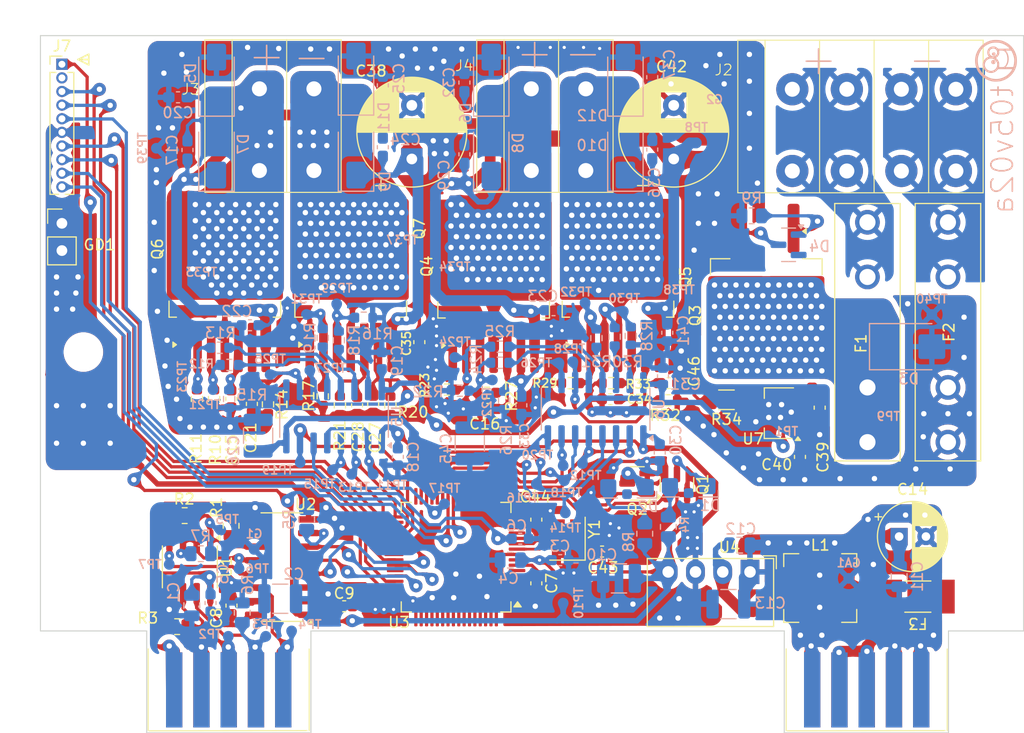
<source format=kicad_pcb>
(kicad_pcb (version 20240108) (generator "pcbnew") (generator_version "8.0")
  (layers (0 "F.Cu" signal) (31 "B.Cu" signal) (34 "B.Paste" user) (35 "F.Paste" user) (36 "B.SilkS" user "B.Silkscreen") (37 "F.SilkS" user "F.Silkscreen") (38 "B.Mask" user) (39 "F.Mask" user) (44 "Edge.Cuts" user))
  (net 0 "")
  (net 1 "Net-(D1-K)")
  (net 2 "Net-(D1-A)")
  (net 3 "Net-(D2-K)")
  (net 4 "Net-(D2-A)")
  (net 5 "GNDD")
  (net 6 "/NRST")
  (net 7 "+3V3")
  (net 8 "/SWDIO")
  (net 9 "Net-(Q6-IS)")
  (net 10 "Net-(Q6-SR)")
  (net 11 "Net-(Q7-IS)")
  (net 12 "/RTS")
  (net 13 "/SWCLK")
  (net 14 "GND1")
  (net 15 "/+3.3VRS485")
  (net 16 "+24V")
  (net 17 "GNDA")
  (net 18 "/RTS_cont")
  (net 26 "GND2")
  (net 27 "Net-(Q7-SR)")
  (net 28 "Net-(D5-K)")
  (net 29 "Net-(Q4-IS)")
  (net 30 "Net-(U1-DE)")
  (net 31 "Net-(U1-RO)")
  (net 32 "Net-(U1-DI)")
  (net 33 "/OSC_IN")
  (net 34 "Net-(RS1-Pin_3)")
  (net 35 "Net-(RS1-Pin_4)")
  (net 42 "/OSC_OUT")
  (net 46 "Net-(Q4-SR)")
  (net 47 "Net-(D11-K)")
  (net 60 "Net-(Q5-IS)")
  (net 61 "Net-(Q5-SR)")
  (net 62 "Net-(D4-A)")
  (net 64 "Net-(D6-K)")
  (net 65 "Net-(D10-A)")
  (net 66 "Net-(RS2-Pin_2)")
  (net 67 "/UART_TX")
  (net 68 "/UART_RX")
  (net 69 "/+24_INNER")
  (net 70 "/GPIO1")
  (net 71 "/GPIO2")
  (net 72 "Net-(Q1-B)")
  (net 73 "Net-(Q2-B)")
  (net 74 "Net-(Q4-IN)")
  (net 75 "Net-(Q4-INH)")
  (net 76 "Net-(Q5-IN)")
  (net 77 "Net-(Q5-INH)")
  (net 78 "Net-(Q6-IN)")
  (net 79 "Net-(Q6-INH)")
  (net 80 "Net-(Q7-IN)")
  (net 81 "Net-(Q7-INH)")
  (net 82 "Net-(U2-VE2)")
  (net 83 "Net-(U2-VE1)")
  (net 84 "Net-(U5-VOA)")
  (net 85 "Net-(U5-VOB)")
  (net 86 "Net-(U5-VOC)")
  (net 87 "Net-(U5-VOD)")
  (net 88 "Net-(U6-VOA)")
  (net 89 "Net-(U6-VOB)")
  (net 90 "Net-(U6-VOC)")
  (net 91 "Net-(U6-VOD)")
  (net 92 "/TX_USART_1")
  (net 93 "/DE_USART_1")
  (net 94 "/RX_USART_1")
  (net 99 "/IS2_2")
  (net 100 "/Forward_1")
  (net 101 "/Back_1")
  (net 102 "/Enable_1")
  (net 103 "/Forward_2")
  (net 104 "/Back_2")
  (net 105 "/Enable_2")
  (net 106 "/IS1_1")
  (net 107 "/IS2_1")
  (net 108 "/IS1_2")
  (net 109 "/+5V")
  (net 114 "Net-(U4-IN+)")
  (net 115 "Net-(U7-IN)")
  (net 116 "Net-(D3-A1)")
  (net 117 "Net-(J2-Pin_1)")
  (net 118 "Net-(J2-Pin_3)")
  (footprint "Package_TO_SOT_SMD:TO-263-2" (layer "F.Cu") (at 156.625 91.125 -90)
    (property "Reference" "Q3")
    (property "Value" "IRF4905SPbF (D2PAK)")
  )
  (footprint "Connector:DG142R-5.08-04P-14" (layer "F.Cu") (at 159.05 70.5)
    (property "Reference" "J2")
    (property "Value" "DG142R-5.08-04P-14 IN24V")
  )
  (footprint "Fuse:Fuseholder_100_series_5x20mm_D1,5" (layer "F.Cu") (at 166.05 103.4 90)
    (property "Reference" "F1")
    (property "Value" "Fuse 5A ZH266 (2 клипсы)")
  )
  (footprint "Capacitor_SMD:C_0603_1608Metric_Pad1.08x0.95mm_HandSolder" (layer "F.Cu") (at 120 99.8625 90)
    (property "Reference" "C27")
    (property "Value" "1nF 50V 0603")
  )
  (footprint "Capacitor_SMD:C_0603_1608Metric" (layer "F.Cu") (at 135.2 110.625 90)
    (property "Reference" "C44")
    (property "Value" "20pF 50V 0603")
  )
  (footprint "MountingHole:MountingHole_3.2mm_M3" (layer "F.Cu") (at 93 95)
    (property "Reference" "H1" (hide yes))
    (property "Value" "MountingHole")
  )
  (footprint "Resistor_SMD:R_0603_1608Metric" (layer "F.Cu") (at 110.2 99.875 90)
    (property "Reference" "R14")
    (property "Value" "0603-1 кОм±5%-0,062 Вт")
  )
  (footprint "Inductor_SMD:L_Bourns-SRN6028" (layer "F.Cu") (at 161.65 117 180)
    (property "Reference" "L1")
    (property "Value" "6,8uH 3,5A ETQP3M6R8KVP")
  )
  (footprint "Connector_PinHeader_1.27mm:PinHeader_1x10_P1.27mm_Vertical" (layer "F.Cu") (at 91 68.17)
    (property "Reference" "J7")
    (property "Value" "PLL-10 (Prog)")
  )
  (footprint "Resistor_SMD:R_0603_1608Metric" (layer "F.Cu") (at 142.175 97.9)
    (property "Reference" "R33")
    (property "Value" "0603-1 кОм±5%-0,062 Вт")
  )
  (footprint "Capacitor_SMD:C_0603_1608Metric" (layer "F.Cu") (at 141.325 113.6)
    (property "Reference" "C43")
    (property "Value" "20pF 50V 0603")
  )
  (footprint "Resistor_SMD:R_0603_1608Metric" (layer "F.Cu") (at 147.5 99.5 180)
    (property "Reference" "R32")
    (property "Value" "0603-1 кОм±5%-0,062 Вт")
  )
  (footprint "Resistor_SMD:R_1206_3216Metric" (layer "F.Cu") (at 152.9125 99.45 180)
    (property "Reference" "R34")
    (property "Value" "1206-620 Ом±5%-0,25 Вт")
  )
  (footprint "Capacitor_SMD:C_0603_1608Metric" (layer "F.Cu") (at 130.725 100.3)
    (property "Reference" "C16")
    (property "Value" "0,1uF 100V 0603")
  )
  (footprint "Capacitor_SMD:C_0603_1608Metric_Pad1.08x0.95mm_HandSolder" (layer "F.Cu") (at 161.6 100.1875 -90)
    (property "Reference" "C39")
    (property "Value" "0,33uF 50V 0603")
  )
  (footprint "Package_TO_SOT_SMD:SOT-89-3" (layer "F.Cu") (at 157.8 100.7 180)
    (property "Reference" "U7")
    (property "Value" "L78L05 (SOT89-3)")
  )
  (footprint "Capacitor_SMD:C_0603_1608Metric" (layer "F.Cu") (at 118.5 99.975 90)
    (property "Reference" "C28")
    (property "Value" "0,1uF 100V 0603")
  )
  (footprint "Resistor_SMD:R_0603_1608Metric" (layer "F.Cu") (at 105.18 99.375 -90)
    (property "Reference" "R10")
    (property "Value" "0603-100 кОм±5%-0,062 Вт")
  )
  (footprint "Capacitor_THT:CP_Radial_D6.3mm_P2.50mm" (layer "F.Cu") (at 169 112.2)
    (property "Reference" "C14")
    (property "Value" "47uF 63V D6.3 H11")
  )
  (footprint "Resistor_SMD:R_0603_1608Metric" (layer "F.Cu") (at 103.58 99.375 90)
    (property "Reference" "R11")
    (property "Value" "0603-100 кОм±5%-0,062 Вт")
  )
  (footprint "Capacitor_SMD:C_0603_1608Metric_Pad1.08x0.95mm_HandSolder" (layer "F.Cu") (at 147.5375 97.9 180)
    (property "Reference" "C46")
    (property "Value" "1nF 50V 0603")
  )
  (footprint "Resistor_SMD:R_0603_1608Metric" (layer "F.Cu") (at 130.6 98.8)
    (property "Reference" "R27")
    (property "Value" "0603-1 кОм±5%-0,062 Вт")
  )
  (footprint "Capacitor_SMD:C_0603_1608Metric_Pad1.08x0.95mm_HandSolder" (layer "F.Cu") (at 108.7 99.8375 90)
    (property "Reference" "C21")
    (property "Value" "1nF 50V 0603")
  )
  (footprint "Connector:DG142R-5.08-02P-14" (layer "F.Cu") (at 134.73 70.46)
    (property "Reference" "J4")
    (property "Value" "DG142R-5.08-02P-14 OUT")
  )
  (footprint "Package_SO:SOIC-16_3.9x9.9mm_P1.27mm" (layer "F.Cu") (at 111.5 115.05 180)
    (property "Reference" "U2")
    (property "Value" "PAI141M30 (SOIC-16)")
  )
  (footprint "Resistor_SMD:R_0603_1608Metric" (layer "F.Cu") (at 121.6 99.975 90)
    (property "Reference" "R20")
    (property "Value" "0603-1 кОм±5%-0,062 Вт")
  )
  (footprint "Package_TO_SOT_SMD:TO-263-7_TabPin8" (layer "F.Cu") (at 117.905 86.925 90)
    (property "Reference" "Q7")
    (property "Value" "BTN8962TA (TO-263-7)")
  )
  (footprint "Resistor_SMD:R_0603_1608Metric" (layer "F.Cu") (at 138.4 97.9)
    (property "Reference" "R29")
    (property "Value" "0603-100 кОм±5%-0,062 Вт")
  )
  (footprint "Resistor_SMD:R_0603_1608Metric" (layer "F.Cu") (at 116.9 99.975 90)
    (property "Reference" "R21")
    (property "Value" "0603-1 кОм±5%-0,062 Вт")
  )
  (footprint "Package_TO_SOT_SMD:TO-263-7_TabPin8" (layer "F.Cu") (at 131.225 87 90)
    (property "Reference" "Q4")
    (property "Value" "BTN8962TA (TO-263-7)")
  )
  (footprint "Capacitor_SMD:C_0603_1608Metric" (layer "F.Cu") (at 142.1 99.4)
    (property "Reference" "C34")
    (property "Value" "0,1uF 100V 0603")
  )
  (footprint "Connector:DG142R-5.08-02P-14" (layer "F.Cu") (at 109.4 70.46)
    (property "Reference" "J3")
    (property "Value" "DG142R-5.08-02P-14 OUT")
  )
  (footprint "Package_TO_SOT_SMD:TO-263-7_TabPin8" (layer "F.Cu") (at 106.18 86.925 90)
    (property "Reference" "Q6")
    (property "Value" "BTN8962TA (TO-263-7)")
  )
  (footprint "Capacitor_THT:CP_Radial_D10.0mm_P5.00mm" (layer "F.Cu") (at 123.6 77 90)
    (property "Reference" "C38")
    (property "Value" "330uF 50V D10 H17")
  )
  (footprint "Fuse:Fuseholder_100_series_5x20mm_D1,5" (layer "F.Cu") (at 173.55 103.4 90)
    (property "Reference" "F2")
    (property "Value" "Fuse 5A ZH266 (2 клипсы)")
  )
  (footprint "Package_TO_SOT_SMD:SOT-23" (layer "F.Cu") (at 148.3 107.3375 90)
    (property "Reference" "Q1")
    (property "Value" "DTC114ECA (SOT-23)")
  )
  (footprint "Resistor_SMD:R_0603_1608Metric" (layer "F.Cu") (at 115.3 99.125 90)
    (property "Reference" "R17")
    (property "Value" "0603-100 кОм±5%-0,062 Вт")
  )
  (footprint "Package_TO_SOT_SMD:SOT-23" (layer "F.Cu") (at 144.6 107.25 180)
    (property "Reference" "Q2")
    (property "Value" "DTC114ECA (SOT-23)")
  )
  (footprint "Capacitor_SMD:C_0603_1608Metric" (layer "F.Cu") (at 117.3 118.7 180)
    (property "Reference" "C9")
    (property "Value" "0,1uF 100V 0603")
  )
  (footprint "Capacitor_SMD:C_0603_1608Metric" (layer "F.Cu") (at 159.763207 104.775707 -90)
    (property "Reference" "C40")
    (property "Value" "0,1uF 100V 0603")
  )
  (footprint "Capacitor_SMD:C_0603_1608Metric" (layer "F.Cu") (at 124.3 94.075 -90)
    (property "Reference" "C35")
    (property "Value" "0,1uF 100V 0603")
  )
  (footprint "Resistor_SMD:R_0805_2012Metric" (layer "F.Cu") (at 101.7375 120.6 180)
    (property "Reference" "R3")
    (property "Value" "0805-560 Ом±5%-0,125 Вт")
  )
  (footprint "Capacitor_SMD:C_0603_1608Metric" (layer "F.Cu") (at 135.2 116.5625 -90)
    (property "Reference" "C7")
    (property "Value" "0,1uF 100V 0603")
  )
  (footprint "Resistor_SMD:R_0805_2012Metric" (layer "F.Cu") (at 102.4375 110.250707 180)
    (property "Reference" "R2")
    (property "Value" "0805-10 кОм±5%-0,125 Вт")
  )
  (footprint "Connector:Edge_Conn_KLS1-603-10" (layer "F.Cu") (at 106.54 122.69)
    (property "Reference" "RS1" (hide yes))
    (property "Value" "SL-10 (L-KLS1-603C-10-S)" (hide yes))
  )
  (footprint "Capacitor_SMD:C_0603_1608Metric" (layer "F.Cu") (at 106.78 99.3625 90)
    (property "Reference" "C15")
    (property "Value" "0,1uF 100V 0603")
  )
  (footprint "Connector:Edge_Conn_KLS1-603-10" (layer "F.Cu") (at 165.98 122.69)
    (property "Reference" "RS2" (hide yes))
    (property "Value" "SL-10 (L-KLS1-603C-10-S)" (hide yes))
  )
  (footprint "Converter_DCDC:Converter_DCDC_Murata_MEE1SxxxxSC_THT" (layer "F.Cu") (at 155.1075 115.5 -90)
    (property "Reference" "U4")
    (property "Value" "AM1SS-2403SJZ")
  )
  (footprint "MountingHole:MountingHole_3.2mm_M3" (layer "F.Cu") (at 93 115)
    (property "Reference" "H2" (hide yes))
    (property "Value" "MountingHole")
  )
  (footprint "Resistor_SMD:R_0603_1608Metric" (layer "F.Cu") (at 126.875 98.5)
    (property "Reference" "R23")
    (property "Value" "0603-100 кОм±5%-0,062 Вт")
  )
  (footprint "Package_TO_SOT_SMD:TO-263-7_TabPin8" (layer "F.Cu") (at 142.81 86.925 90)
    (property "Reference" "Q5")
    (property "Value" "BTN8962TA (TO-263-7)")
  )
  (footprint "Package_QFP:LQFP-64_10x10mm_P0.5mm" (layer "F.Cu") (at 127.725 114.125 180)
    (property "Reference" "U3")
    (property "Value" "STM32G070RBTx (LQFP-64)")
  )
  (footprint "Resistor_SMD:R_0805_2012Metric" (layer "F.Cu") (at 106.7625 111.2 90)
    (property "Reference" "R1")
    (property "Value" "0805-4,7 кОм±5%-0,125 Вт")
  )
  (footprint "Fuse:Fuse_Littelfuse-NANO2-451_453" (layer "F.Cu") (at 170.745 117.799293 180)
    (property "Reference" "F3")
    (property "Value" "0452.500MRL")
  )
  (footprint "Crystal:Crystal_SMD_TXC_7M-4Pin_3.2x2.5mm" (layer "F.Cu") (at 138.1 112.4 90)
    (property "Reference" "Y1")
    (property "Value" "Crystal_3225 8MHz")
  )
  (footprint "Capacitor_SMD:C_0603_1608Metric" (layer "F.Cu") (at 106.799 118.6375 -90)
    (property "Reference" "C8")
    (property "Value" "0,1uF 100V 0603")
  )
  (footprint "Package_SO:SOIC-8_3.9x4.9mm_P1.27mm" (layer "F.Cu") (at 102.92 115.025 -90)
    (property "Reference" "U1")
    (property "Value" "ADM3485EARZ-REEL (SOIC-8)")
  )
  (footprint "Capacitor_THT:CP_Radial_D10.0mm_P5.00mm" (layer "F.Cu") (at 148 77 90)
    (property "Reference" "C42")
    (property "Value" "330uF 50V D10 H17")
  )
  (footprint "Connector_PinHeader_2.54mm:PinHeader_1x02_P2.54mm_Vertical" (layer "F.Cu") (at 91 83)
    (property "Reference" "GD1")
    (property "Value" "PLS-2")
  )
  (footprint "Diode_SMD:D_SMB" (layer "B.Cu") (at 169.9 94.5)
    (property "Reference" "D3")
    (property "Value" "SM6T30СA (SMB)")
  )
  (footprint "LED_SMD:LED_Kingbright_KPA-3010_3x2x1mm" (layer "B.Cu") (at 143.65 107.1 180)
    (property "Reference" "D2")
    (property "Value" "KPA-3010CGCK")
  )
  (footprint "TestPoint:TestPoint_Pad_D1.0mm" (layer "B.Cu") (at 156.75 102.8 180)
    (property "Reference" "TP1")
    (property "Value" "TestPoint")
  )
  (footprint "TestPoint:TestPoint_Pad_D1.0mm" (layer "B.Cu") (at 139.73806 90.4 180)
    (property "Reference" "TP32")
    (property "Value" "TestPoint")
  )
  (footprint "Resistor_SMD:R_0603_1608Metric" (layer "B.Cu") (at 131.8 94.5)
    (property "Reference" "R25")
    (property "Value" "0603-10 кОм±5%-0,062 Вт")
  )
  (footprint "Capacitor_SMD:C_0805_2012Metric" (layer "B.Cu") (at 103.1 118.6375 90)
    (property "Reference" "C1")
    (property "Value" "1uF 100V 0805")
  )
  (footprint "Capacitor_SMD:C_0603_1608Metric" (layer "B.Cu") (at 104.848413 118.394538 90)
    (property "Reference" "C5")
    (property "Value" "0,1uF 100V 0603")
  )
  (footprint "Capacitor_SMD:C_0805_2012Metric" (layer "B.Cu") (at 169 115.925 -90)
    (property "Reference" "C11")
    (property "Value" "4,7uF 50V 0805")
  )
  (footprint "TestPoint:TestPoint_Pad_D1.0mm" (layer "B.Cu") (at 137.9 110 180)
    (property "Reference" "TP14")
    (property "Value" "TestPoint")
  )
  (footprint "TestPoint:TestPoint_Pad_D1.0mm" (layer "B.Cu") (at 127.6 88.5 180)
    (property "Reference" "TP34")
    (property "Value" "TestPoint")
  )
  (footprint "TestPoint:TestPoint_Pad_D1.0mm" (layer "B.Cu") (at 103.58 98.4 180)
    (property "Reference" "TP23")
    (property "Value" "TestPoint")
  )
  (footprint "Resistor_SMD:R_0805_2012Metric" (layer "B.Cu") (at 145.3 111.9375 90)
    (property "Reference" "R8")
    (property "Value" "0805-150 Ом±5%-0,125 Вт")
  )
  (footprint "TestPoint:TestPoint_Pad_D1.0mm" (layer "B.Cu") (at 116.2 106 180)
    (property "Reference" "TP15")
    (property "Value" "TestPoint")
  )
  (footprint "Resistor_SMD:R_0603_1608Metric" (layer "B.Cu") (at 132.2 99.5 90)
    (property "Reference" "R26")
    (property "Value" "0603-1 кОм±5%-0,062 Вт")
  )
  (footprint "TestPoint:TestPoint_Pad_D1.0mm" (layer "B.Cu") (at 116.6 90.5 180)
    (property "Reference" "TP29")
    (property "Value" "TestPoint")
  )
  (footprint "Resistor_SMD:R_0805_2012Metric" (layer "B.Cu") (at 113.8 110.6 -90)
    (property "Reference" "R5")
    (property "Value" "0805-4,7 кОм±5%-0,125 Вт")
  )
  (footprint "Capacitor_SMD:C_0603_1608Metric" (layer "B.Cu") (at 108.525 92.5 180)
    (property "Reference" "C22")
    (property "Value" "0,1uF 100V 0603")
  )
  (footprint "Diode_SMD:D_SMA" (layer "B.Cu") (at 118.4 69.4 90)
    (property "Reference" "D11")
    (property "Value" "STPS2H100A")
  )
  (footprint "Capacitor_SMD:C_1210_3225Metric" (layer "B.Cu") (at 153.095 118.5 180)
    (property "Reference" "C13")
    (property "Value" "270 pf X7R 1206 2000v 202R18W271KW4E")
  )
  (footprint "Capacitor_SMD:C_0603_1608Metric" (layer "B.Cu") (at 122.3 104.775 90)
    (property "Reference" "C18")
    (property "Value" "0,1uF 100V 0603")
  )
  (footprint "TestPoint:TestPoint_Pad_D1.0mm" (layer "B.Cu") (at 105.8 111.6 180)
    (property "Reference" "TP5")
    (property "Value" "TestPoint")
  )
  (footprint "Resistor_SMD:R_0603_1608Metric" (layer "B.Cu") (at 105.7 94.6)
    (property "Reference" "R13")
    (property "Value" "0603-10 кОм±5%-0,062 Вт")
  )
  (footprint "Capacitor_SMD:C_0603_1608Metric" (layer "B.Cu") (at 147 97.2625 90)
    (property "Reference" "C31")
    (property "Value" "0,1uF 100V 0603")
  )
  (footprint "TestPoint:TestPoint_Pad_D1.0mm" (layer "B.Cu") (at 112.4 121 180)
    (property "Reference" "TP4")
    (property "Value" "TestPoint")
  )
  (footprint "Capacitor_SMD:C_1210_3225Metric" (layer "B.Cu") (at 111.3375 118)
    (property "Reference" "C2")
    (property "Value" "270 pf X7R 1206 2000v 202R18W271KW4E")
  )
  (footprint "TestPoint:TestPoint_Pad_D1.0mm" (layer "B.Cu") (at 110 121.5 180)
    (property "Reference" "TP3")
    (property "Value" "TestPoint")
  )
  (footprint "TestPoint:TestPoint_Pad_D1.0mm" (layer "B.Cu") (at 106.5 121.5 180)
    (property "Reference" "TP2")
    (property "Value" "TestPoint")
  )
  (footprint "Resistor_SMD:R_0603_1608Metric" (layer "B.Cu") (at 131.8 96 180)
    (property "Reference" "R24")
    (property "Value" "0603-10 кОм±5%-0,062 Вт")
  )
  (footprint "Diode_SMD:D_SMA" (layer "B.Cu") (at 105.4 76.5 90)
    (property "Reference" "D7")
    (property "Value" "STPS2H100A")
  )
  (footprint "Capacitor_SMD:C_0603_1608Metric_Pad1.08x0.95mm_HandSolder" (layer "B.Cu") (at 102.7 76.1625 -90)
    (property "Reference" "C17")
    (property "Value" "0,22uF 100V 0603")
  )
  (footprint "Resistor_SMD:R_0603_1608Metric" (layer "B.Cu") (at 142.5 93.575 90)
    (property "Reference" "R30")
    (property "Value" "0603-10 кОм±5%-0,062 Вт")
  )
  (footprint "TestPoint:TestPoint_Pad_D1.0mm" (layer "B.Cu") (at 113.78 91.5 180)
    (property "Reference" "TP31")
    (property "Value" "TestPoint")
  )
  (footprint "TestPoint:TestPoint_Pad_D1.0mm" (layer "B.Cu") (at 138.6 95.9 180)
    (property "Reference" "TP28")
    (property "Value" "TestPoint")
  )
  (footprint "Capacitor_SMD:C_0603_1608Metric_Pad1.08x0.95mm_HandSolder" (layer "B.Cu") (at 101.8175 71.25)
    (property "Reference" "C20")
    (property "Value" "0,22uF 100V 0603")
  )
  (footprint "TestPoint:TestPoint_Pad_D1.0mm" (layer "B.Cu") (at 101 114.8 180)
    (property "Reference" "TP7")
    (property "Value" "TestPoint")
  )
  (footprint "TestPoint:TestPoint_Pad_D1.0mm" (layer "B.Cu") (at 137.7 105.6 180)
    (property "Reference" "TP20")
    (property "Value" "TestPoint")
  )
  (footprint "Diode_SMD:D_SMA" (layer "B.Cu") (at 143.5 69.5 90)
    (property "Reference" "D12")
    (property "Value" "STPS2H100A")
  )
  (footprint "Resistor_SMD:R_0603_1608Metric" (layer "B.Cu") (at 106.58 99.375 90)
    (property "Reference" "R15")
    (property "Value" "0603-1 кОм±5%-0,062 Вт")
  )
  (footprint "TestPoint:TestPoint_Pad_D1.0mm" (layer "B.Cu") (at 122.7 86 180)
    (property "Reference" "TP37")
    (property "Value" "TestPoint")
  )
  (footprint "Diode_SMD:D_SMA" (layer "B.Cu") (at 118.4 76.5 90)
    (property "Reference" "D9")
    (property "Value" "STPS2H100A")
  )
  (footprint "Resistor_SMD:R_0805_2012Metric" (layer "B.Cu") (at 147.5 111.3 -90)
    (property "Reference" "R4")
    (property "Value" "0805-150 Ом±5%-0,125 Вт")
  )
  (footprint "Symbol:PB_LOGO" (layer "B.Cu") (at 177.8 67.7 -90)
    (property "Reference" "G***" (hide yes))
    (property "Value" "LOGO" (hide yes))
  )
  (footprint "TestPoint:TestPoint_Pad_D1.0mm" (layer "B.Cu") (at 110.4 97.1 180)
    (property "Reference" "TP25")
    (property "Value" "TestPoint")
  )
  (footprint "Capacitor_SMD:C_0603_1608Metric_Pad1.08x0.95mm_HandSolder" (layer "B.Cu") (at 128.5 76.5625 -90)
    (property "Reference" "C29")
    (property "Value" "0,22uF 100V 0603")
  )
  (footprint "Package_TO_SOT_SMD:SOT-23" (layer "B.Cu") (at 158.7 85 180)
    (property "Reference" "D4")
    (property "Value" "BZX84C10 (SOT-23)")
  )
  (footprint "Capacitor_SMD:C_1210_3225Metric" (layer "B.Cu") (at 129 103.5125 90)
    (property "Reference" "C45")
    (property "Value" "270 pf X7R 1206 2000v 202R18W271KW4E")
  )
  (footprint "TestPoint:TestPoint_Pad_D1.0mm" (layer "B.Cu") (at 172.05 91.5 180)
    (property "Reference" "TP40")
    (property "Value" "TestPoint")
  )
  (footprint "TestPoint:TestPoint_Pad_D1.0mm" (layer "B.Cu") (at 150.1 75.5 180)
    (property "Reference" "TP8")
    (property "Value" "TestPoint")
  )
  (footprint "Package_SO:SOIC-16_3.9x9.9mm_P1.27mm" (layer "B.Cu") (at 140.725 100.325 90)
    (property "Reference" "U6")
    (property "Value" "PAI162M30 (SOIC-16)")
  )
  (footprint "TestPoint:TestPoint_Pad_D1.0mm" (layer "B.Cu") (at 120 106.4 180)
    (property "Reference" "TP11")
    (property "Value" "TestPoint")
  )
  (footprint "TestPoint:TestPoint_Pad_D1.0mm" (layer "B.Cu") (at 137.7 118.4 90)
    (property "Reference" "TP10")
    (property "Value" "TestPoint")
  )
  (footprint "Capacitor_SMD:C_0805_2012Metric" (layer "B.Cu") (at 154.15 113)
    (property "Reference" "C12")
    (property "Value" "4,7uF 50V 0805")
  )
  (footprint "Resistor_SMD:R_0603_1608Metric" (layer "B.Cu") (at 140.8 93.7 -90)
    (property "Reference" "R31")
    (property "Value" "0603-10 кОм±5%-0,062 Вт")
  )
  (footprint "Capacitor_SMD:C_0603_1608Metric" (layer "B.Cu") (at 120.8 95.8 90)
    (property "Reference" "C19")
    (property "Value" "0,1uF 100V 0603")
  )
  (footprint "Package_SO:SOIC-16_3.9x9.9mm_P1.27mm" (layer "B.Cu") (at 116.355 101 90)
    (property "Reference" "U5")
    (property "Value" "PAI162M30 (SOIC-16)")
  )
  (footprint "TestPoint:TestPoint_Pad_D1.0mm" (layer "B.Cu") (at 143.3 91.199 180)
    (property "Reference" "TP30")
    (property "Value" "TestPoint")
  )
  (footprint "TestPoint:TestPoint_Pad_D1.0mm" (layer "B.Cu") (at 108.9 113.4 180)
    (property "Reference" "G1")
    (property "Value" "TestPoint")
  )
  (footprint "TestPoint:TestPoint_Pad_D1.0mm" (layer "B.Cu") (at 146.4 89.3 180)
    (property "Reference" "TP38")
    (property "Value" "TestPoint")
  )
  (footprint "Resistor_SMD:R_0805_2012Metric" (layer "B.Cu") (at 103.9375 113.8 180)
    (property "Reference" "R7")
    (property "Value" "0805-10 кОм±5%-0,125 Вт")
  )
  (footprint "Capacitor_SMD:C_0603_1608Metric" (layer "B.Cu") (at 136.8 91.1)
    (property "Reference" "C23")
    (property "Value" "0,1uF 100V 0603")
  )
  (footprint "TestPoint:TestPoint_Pad_D1.0mm" (layer "B.Cu") (at 107.5 115.2 180)
    (property "Reference" "TP6")
    (property "Value" "TestPoint")
  )
  (footprint "Capacitor_SMD:C_0603_1608Metric_Pad1.08x0.95mm_HandSolder" (layer "B.Cu") (at 128.5 69.875 -90)
    (property "Reference" "C32")
    (property "Value" "0,22uF 100V 0603")
  )
  (footprint "TestPoint:TestPoint_Pad_D1.0mm" (layer "B.Cu") (at 114.1 96.7 180)
    (property "Reference" "TP27")
    (property "Value" "TestPoint")
  )
  (footprint "Resistor_SMD:R_0603_1608Metric" (layer "B.Cu") (at 119.125 91.8)
    (property "Reference" "R16")
    (property "Value" "0603-100 кОм±5%-0,062 Вт")
  )
  (footprint "LED_SMD:LED_Kingbright_KPA-3010_3x2x1mm" (layer "B.Cu") (at 149.4 107 180)
    (property "Reference" "D1")
    (property "Value" "KPA-3010CGCK")
  )
  (footprint "Resistor_SMD:R_0603_1608Metric" (layer "B.Cu") (at 128.075 98.6 180)
    (property "Reference" "R22")
    (property "Value" "0603-100 кОм±5%-0,062 Вт")
  )
  (footprint "Capacitor_SMD:C_1210_3225Metric" (layer "B.Cu") (at 109.28 102.8 90)
    (property "Reference" "C26")
    (property "Value" "270 pf X7R 1206 2000v 202R18W271KW4E")
  )
  (footprint "TestPoint:TestPoint_Pad_D1.0mm" (layer "B.Cu") (at 166.05 100.9 180)
    (property "Reference" "TP9")
    (property "Value" "TestPoint")
  )
  (footprint "TestPoint:TestPoint_Pad_D1.0mm" (layer "B.Cu") (at 151.8 72.9 180)
    (property "Reference" "G2")
    (property "Value" "TestPoint")
  )
  (footprint "Capacitor_SMD:C_0603_1608Metric" (layer "B.Cu") (at 137.425 114.4)
    (property "Reference" "C3")
    (property "Value" "0,1uF 100V 0603")
  )
  (footprint "Capacitor_SMD:C_0603_1608Metric_Pad1.08x0.95mm_HandSolder" (layer "B.Cu") (at 146 76.125 -90)
    (property "Reference" "C36")
    (property "Value" "0,22uF 100V 0603")
  )
  (footprint "Capacitor_SMD:C_0603_1608Metric" (layer "B.Cu") (at 133.7 112.4)
    (property "Reference" "C6")
    (property "Value" "0,1uF 100V 0603")
  )
  (footprint "Capacitor_SMD:C_0603_1608Metric" (layer "B.Cu") (at 146.7 104.375 90)
    (property "Reference" "C30")
    (property "Value" "0,1uF 100V 0603")
  )
  (footprint "Resistor_SMD:R_0603_1608Metric" (layer "B.Cu") (at 144 93.5 -90)
    (property "Reference" "R28")
    (property "Value" "0603-100 кОм±5%-0,062 Вт")
  )
  (footprint "TestPoint:TestPoint_Pad_D1.0mm" (layer "B.Cu") (at 164.3 116.1 180)
    (property "Reference" "GA1")
    (property "Value" "TestPoint")
  )
  (footprint "Resistor_SMD:R_0603_1608Metric" (layer "B.Cu") (at 115.3 93.675 -90)
    (property "Reference" "R19")
    (property "Value" "0603-10 кОм±5%-0,062 Вт")
  )
  (footprint "TestPoint:TestPoint_Pad_D1.0mm" (layer "B.Cu") (at 137.3 96 180)
    (property "Reference" "TP26")
    (property "Value" "TestPoint")
  )
  (footprint "TestPoint:TestPoint_Pad_D1.0mm" (layer "B.Cu") (at 99.8 76 180)
    (property "Reference" "TP39")
    (property "Value" "TestPoint")
  )
  (footprint "Diode_SMD:D_SMA" (layer "B.Cu") (at 131 69.5 90)
    (property "Reference" "D6")
    (property "Value" "STPS2H100A")
  )
  (footprint "TestPoint:TestPoint_Pad_D1.0mm" (layer "B.Cu") (at 127.6 95.5 180)
    (property "Reference" "TP24")
    (property "Value" "TestPoint")
  )
  (footprint "Resistor_SMD:R_0603_1608Metric" (layer "B.Cu") (at 106.6 96.2 180)
    (property "Reference" "R12")
    (property "Value" "0603-10 кОм±5%-0,062 Вт")
  )
  (footprint "TestPoint:TestPoint_Pad_D1.0mm" (layer "B.Cu") (at 118 106.4 180)
    (property "Reference" "TP13")
    (property "Value" "TestPoint")
  )
  (footprint "TestPoint:TestPoint_Pad_D1.0mm" (layer "B.Cu") (at 137.8 107 180)
    (property "Reference" "TP18")
    (property "Value" "TestPoint")
  )
  (footprint "TestPoint:TestPoint_Pad_D1.0mm" (layer "B.Cu") (at 131.102 97.6)
    (property "Reference" "TP22")
    (property "Value" "TestPoint")
  )
  (footprint "Capacitor_SMD:C_0603_1608Metric" (layer "B.Cu") (at 147.4 93.2 -90)
    (property "Reference" "C41")
    (property "Value" "0,1uF 100V 0603")
  )
  (footprint "Capacitor_SMD:C_0805_2012Metric" (layer "B.Cu") (at 132.775 114.4 180)
    (property "Reference" "C4")
    (property "Value" "4,7uF 50V 0805")
  )
  (footprint "Resistor_SMD:R_0603_1608Metric" (layer "B.Cu") (at 116.8 93.9 90)
    (property "Reference" "R18")
    (property "Value" "0603-10 кОм±5%-0,062 Вт")
  )
  (footprint "Capacitor_SMD:C_0603_1608Metric_Pad1.08x0.95mm_HandSolder" (layer "B.Cu") (at 146 69.375 -90)
    (property "Reference" "C37")
    (property "Value" "0,22uF 100V 0603")
  )
  (footprint "Resistor_SMD:R_0805_2012Metric" (layer "B.Cu") (at 155.2625 82.3 180)
    (property "Reference" "R9")
    (property "Value" "0805-10 кОм±5%-0,125 Вт")
  )
  (footprint "TestPoint:TestPoint_Pad_D1.0mm" (layer "B.Cu") (at 126.650321 109.15 180)
    (property "Reference" "TP17")
    (property "Value" "TestPoint")
  )
  (footprint "Capacitor_SMD:C_0603_1608Metric_Pad1.08x0.95mm_HandSolder" (layer "B.Cu") (at 120.9 75.9 -90)
    (property "Reference" "C24")
    (property "Value" "0,22uF 100V 0603")
  )
  (footprint "Capacitor_SMD:C_1210_3225Metric" (layer "B.Cu") (at 142.9 116.1 180)
    (property "Reference" "C10")
    (property "Value" "10uF 50V 1210 GRM32ER71H106K")
  )
  (footprint "Diode_SMD:D_SMA" (layer "B.Cu") (at 143.5 76.5 90)
    (property "Reference" "D10")
    (property "Value" "STPS2H100A")
  )
  (footprint "TestPoint:TestPoint_Pad_D1.0mm" (layer "B.Cu") (at 139.5 105.4 180)
    (property "Reference" "TP12")
    (property "Value" "TestPoint")
  )
  (footprint "Resistor_SMD:R_0805_2012Metric" (layer "B.Cu") (at 107.8 119.3 -90)
    (property "Reference" "R6")
    (property "Value" "0805-560 Ом±5%-0,125 Вт")
  )
  (footprint "Diode_SMD:D_SMA" (layer "B.Cu") (at 105.4 69.5 90)
    (property "Reference" "D5")
    (property "Value" "STPS2H100A")
  )
  (footprint "TestPoint:TestPoint_Pad_D1.0mm" (layer "B.Cu") (at 104 89 180)
    (property "Reference" "TP33")
    (property "Value" "TestPoint")
  )
  (footprint "Capacitor_SMD:C_0603_1608Metric_Pad1.08x0.95mm_HandSolder" (layer "B.Cu") (at 133.8 99.9625 90)
    (property "Reference" "C33")
    (property "Value" "1nF 50V 0603")
  )
  (footprint "TestPoint:TestPoint_Pad_D1.0mm" (layer "B.Cu") (at 113.2 105.301 180)
    (property "Reference" "TP19")
    (property "Value" "TestPoint")
  )
  (footprint "Diode_SMD:D_SMA" (layer "B.Cu") (at 131 76.5 90)
    (property "Reference" "D8")
    (property "Value" "STPS2H100A")
  )
  (footprint "TestPoint:TestPoint_Pad_D1.0mm" (layer "B.Cu") (at 135.2 107.3 180)
    (property "Reference" "TP16")
    (property "Value" "TestPoint")
  )
  (footprint "TestPoint:TestPoint_Pad_D1.0mm" (layer "B.Cu") (at 105.08 98.5 180)
    (property "Reference" "TP21")
    (property "Value" "TestPoint")
  )
  (footprint "Capacitor_SMD:C_0603_1608Metric_Pad1.08x0.95mm_HandSolder" (layer "B.Cu") (at 120.9 70.1375 -90)
    (property "Reference" "C25")
    (property "Value" "0,22uF 100V 0603")
  )
  (gr_line (start 92.5 67.73) (end 93.5 67.23) (stroke (width 0.15)) (layer "F.SilkS"))
  (gr_line (start 93.5 68.23) (end 92.5 67.73) (stroke (width 0.15)) (layer "F.SilkS"))
  (gr_line (start 92.5 67.73) (end 93.5 67.73) (stroke (width 0.15)) (layer "F.SilkS"))
  (gr_line (start 93.5 67.23) (end 93.5 68.23) (stroke (width 0.15)) (layer "F.SilkS"))
  (gr_line (start 89 65.5) (end 89 121) (stroke (width 0.1)) (layer "Edge.Cuts"))
  (gr_line (start 98.9 121) (end 98.9 130.5) (stroke (width 0.1)) (layer "Edge.Cuts"))
  (gr_line (start 158.3 121) (end 158.3 130.5) (stroke (width 0.1)) (layer "Edge.Cuts"))
  (gr_line (start 158.3 130.5) (end 173.6 130.5) (stroke (width 0.1)) (layer "Edge.Cuts"))
  (gr_line (start 158.3 121) (end 114.2 121) (stroke (width 0.1)) (layer "Edge.Cuts"))
  (gr_line (start 114.2 130.5) (end 114.2 121) (stroke (width 0.1)) (layer "Edge.Cuts"))
  (gr_line (start 173.6 130.5) (end 173.6 121) (stroke (width 0.1)) (layer "Edge.Cuts"))
  (gr_line (start 173.6 121) (end 180.6 121) (stroke (width 0.1)) (layer "Edge.Cuts"))
  (gr_line (start 98.9 130.5) (end 114.2 130.5) (stroke (width 0.1)) (layer "Edge.Cuts"))
  (gr_line (start 89 65.5) (end 180.6 65.5) (stroke (width 0.1)) (layer "Edge.Cuts"))
  (gr_line (start 180.6 121) (end 180.6 65.5) (stroke (width 0.1)) (layer "Edge.Cuts"))
  (gr_line (start 98.9 121) (end 89 121) (stroke (width 0.1)) (layer "Edge.Cuts"))
  (gr_text "-" (at 173.55 69.4 0) (layer "B.SilkS") (effects (font (size 3 3)) (justify left bottom mirror)))
  (gr_text "+" (at 137 68.8 0) (layer "B.SilkS") (effects (font (size 3 3)) (justify left bottom mirror)))
  (gr_text "-" (at 116.22 69.15 0) (layer "B.SilkS") (effects (font (size 3 3)) (justify left bottom mirror)))
  (gr_text "+" (at 112.03 69.07 0) (layer "B.SilkS") (effects (font (size 3 3)) (justify left bottom mirror)))
  (gr_text "-" (at 141.5 68.8 0) (layer "B.SilkS") (effects (font (size 3 3)) (justify left bottom mirror)))
  (gr_text "t05v02a" (at 179.8 70 90) (layer "B.SilkS") (effects (font (size 2 2)) (justify left bottom mirror)))
  (gr_text "+" (at 163.45 69.4 0) (layer "B.SilkS") (effects (font (size 3 3)) (justify left bottom mirror)))
  (segment (start 148.3 105.1) (end 148.3 106.4) (width 0.3) (layer "F.Cu") (net 1))
  (via (at 148.3 105.1) (size 0.9) (drill 0.3) (layers "F.Cu" "B.Cu") (net 1))
  (segment (start 149.6 106.4) (end 150.05 106.4) (width 0.3) (layer "B.Cu") (net 1))
  (segment (start 148.3 105.1) (end 149.6 106.4) (width 0.3) (layer "B.Cu") (net 1))
  (segment (start 150.05 106.4) (end 151.15 107.5) (width 0.3) (layer "B.Cu") (net 1))
  (segment (start 147.65 110.2125) (end 147.65 107.5) (width 0.3) (layer "B.Cu") (net 2))
  (segment (start 147.5 110.3625) (end 147.65 110.2125) (width 0.3) (layer "B.Cu") (net 2))
  (segment (start 143.725 106.3) (end 143.725 107.25) (width 0.3) (layer "F.Cu") (net 3))
  (via (at 143.725 106.3) (size 1.2) (drill 0.5) (layers "F.Cu" "B.Cu") (net 3))
  (segment (start 143.725 106.3) (end 144.1 106.3) (width 0.3) (layer "B.Cu") (net 3))
  (segment (start 144.1 106.3) (end 145.4 107.6) (width 0.3) (layer "B.Cu") (net 3))
  (segment (start 145 109.5) (end 142.3 109.5) (width 0.3) (layer "B.Cu") (net 4))
  (segment (start 142.3 109.5) (end 141.9 109.1) (width 0.3) (layer "B.Cu") (net 4))
  (segment (start 145.3 111) (end 145.3 109.8) (width 0.3) (layer "B.Cu") (net 4))
  (segment (start 145.3 109.8) (end 145 109.5) (width 0.3) (layer "B.Cu") (net 4))
  (segment (start 141.9 109.1) (end 141.9 107.6) (width 0.3) (layer "B.Cu") (net 4))
  (segment (start 90.5 89.5) (end 90.5 88) (width 0.5) (layer "F.Cu") (net 5))
  (segment (start 115.8 117.55) (end 115.125 118.225) (width 0.3) (layer "F.Cu") (net 5))
  (segment (start 140.5 108.1) (end 140.3 108.1) (width 0.3) (layer "F.Cu") (net 5))
  (segment (start 129.925 113.875) (end 129.9 113.9) (width 0.3) (layer "F.Cu") (net 5))
  (segment (start 99.9 107.3) (end 96.1 103.5) (width 0.5) (layer "F.Cu") (net 5))
  (segment (start 142.4 105.8) (end 143 105.2) (width 0.3) (layer "F.Cu") (net 5))
  (segment (start 141.2 111) (end 142.1 111) (width 0.25) (layer "F.Cu") (net 5))
  (segment (start 115.125 118.225) (end 113.975 118.225) (width 0.3) (layer "F.Cu") (net 5))
  (segment (start 116.4 110.5) (end 116.4 110.3) (width 0.6) (layer "F.Cu") (net 5))
  (segment (start 90.5 91) (end 90.5 89) (width 0.5) (layer "F.Cu") (net 5))
  (segment (start 129.9 113.9) (end 129.9 115.9) (width 0.3) (layer "F.Cu") (net 5))
  (segment (start 132.5 109.5) (end 132.1 109.9) (width 0.3) (layer "F.Cu") (net 5))
  (segment (start 93 100.4) (end 93 100) (width 0.5) (layer "F.Cu") (net 5))
  (segment (start 115.8 117.6) (end 115.8 117.55) (width 0.3) (layer "F.Cu") (net 5))
  (segment (start 142.4 106.2) (end 140.5 108.1) (width 0.3) (layer "F.Cu") (net 5))
  (segment (start 116.4 110.3) (end 115.6 109.5) (width 0.6) (layer "F.Cu") (net 5))
  (segment (start 140.3 108.1) (end 140.3 108.3) (width 0.3) (layer "F.Cu") (net 5))
  (segment (start 92.6 100) (end 89.7 97.1) (width 0.5) (layer "F.Cu") (net 5))
  (segment (start 114.6 109.5) (end 112.4 107.3) (width 0.5) (layer "F.Cu") (net 5))
  (segment (start 132.1 109.9) (end 131.1 109.9) (width 0.3) (layer "F.Cu") (net 5))
  (segment (start 92.4 87.6) (end 92.4 77.03) (width 0.5) (layer "F.Cu") (net 5))
  (segment (start 135.2 109.85) (end 134.45 109.85) (width 0.3) (layer "F.Cu") (net 5))
  (segment (start 115.475 117.925) (end 115.8 117.6) (width 0.3) (layer "F.Cu") (net 5))
  (segment (start 89.7 97.1) (end 90.5 91) (width 0.5) (layer "F.Cu") (net 5))
  (segment (start 93 100) (end 92.6 100) (width 0.5) (layer "F.Cu") (net 5))
  (segment (start 134.45 109.85) (end 134.1 109.5) (width 0.3) (layer "F.Cu") (net 5))
  (segment (start 138.95 111.3) (end 140.7 111.3) (width 0.25) (layer "F.Cu") (net 5))
  (segment (start 112.4 107.3) (end 99.9 107.3) (width 0.5) (layer "F.Cu") (net 5))
  (segment (start 135.2 117.3375) (end 135.2 118.6) (width 0.3) (layer "F.Cu") (net 5))
  (segment (start 142.4 105.8) (end 142.4 106.2) (width 0.3) (layer "F.Cu") (net 5))
  (segment (start 142.1 111) (end 142.1 110.9) (width 0.25) (layer "F.Cu") (net 5))
  (segment (start 95.5 102.9) (end 93 100.4) (width 0.5) (layer "F.Cu") (net 5))
  (segment (start 133.4 113.875) (end 129.925 113.875) (width 0.3) (layer "F.Cu") (net 5))
  (segment (start 115.6 109.5) (end 115.546666 109.5) (width 0.3) (layer "F.Cu") (net 5))
  (segment (start 135.2 118.6) (end 135.1 118.7) (width 0.3) (layer "F.Cu") (net 5))
  (segment (start 145.2 106.3) (end 145.6 106.3) (width 0.5) (layer "F.Cu") (net 5))
  (segment (start 96.1 103.5) (end 95.5 103.5) (width 0.5) (layer "F.Cu") (net 5))
  (segment (start 136.45 109.85) (end 136.5 109.8) (width 0.3) (layer "F.Cu") (net 5))
  (segment (start 137.15 113.6) (end 137.25 113.5) (width 0.3) (layer "F.Cu") (net 5))
  (segment (start 115.6 109.5) (end 114.6 109.5) (width 0.5) (layer "F.Cu") (net 5))
  (segment (start 145.6 106.3) (end 145.6 106) (width 0.3) (layer "F.Cu") (net 5))
  (segment (start 129.9 111.1) (end 129.9 113.9) (width 0.3) (layer "F.Cu") (net 5))
  (segment (start 95.5 103.5) (end 95.5 102.9) (width 0.5) (layer "F.Cu") (net 5))
  (segment (start 131.1 109.9) (end 129.9 111.1) (width 0.3) (layer "F.Cu") (net 5))
  (segment (start 140.7 111.3) (end 140.8 111.4) (width 0.25) (layer "F.Cu") (net 5))
  (segment (start 143 105.2) (end 145.5 105.2) (width 0.3) (layer "F.Cu") (net 5))
  (segment (start 90.5 89.5) (end 92.4 87.6) (width 0.5) (layer "F.Cu") (net 5))
  (segment (start 134.1 109.5) (end 132.5 109.5) (width 0.3) (layer "F.Cu") (net 5))
  (segment (start 114.495 110.605) (end 113.975 110.605) (width 0.3) (layer "F.Cu") (net 5))
  (segment (start 140.8 111.4) (end 141.2 111) (width 0.25) (layer "F.Cu") (net 5))
  (segment (start 135.2 109.85) (end 136.45 109.85) (width 0.3) (layer "F.Cu") (net 5))
  (via (at 93 100) (size 1.2) (drill 0.5) (layers "F.Cu" "B.Cu") (net 5))
  (via (at 115.6 109.5) (size 1.2) (drill 0.5) (layers "F.Cu" "B.Cu") (net 5))
  (via (at 95.5 103.5) (size 1.2) (drill 0.5) (layers "F.Cu" "B.Cu") (net 5))
  (via (at 125.5 117.9) (size 1.2) (drill 0.5) (layers "F.Cu" "B.Cu") (net 5))
  (via (at 127.5 117.9) (size 1.2) (drill 0.5) (layers "F.Cu" "B.Cu") (net 5))
  (via (at 142.9 111.4) (size 0.9) (drill 0.3) (layers "F.Cu" "B.Cu") (net 5))
  (via (at 90.5 91) (size 1.2) (drill 0.5) (layers "F.Cu" "B.Cu") (net 5))
  (via (at 120.2 119) (size 0.9) (drill 0.3) (layers "F.Cu" "B.Cu") (net 5))
  (via (at 148.5 118) (size 1.2) (drill 0.5) (layers "F.Cu" "B.Cu") (net 5))
  (via (at 129.9 115.9) (size 1.2) (drill 0.5) (layers "F.Cu" "B.Cu") (net 5))
  (via (at 121.9 119) (size 0.9) (drill 0.3) (layers "F.Cu" "B.Cu") (net 5))
  (via (at 146.7 119.8) (size 1.2) (drill 0.5) (layers "F.Cu" "B.Cu") (net 5))
  (via (at 117.1 111.4) (size 1.2) (drill 0.5) (layers "F.Cu" "B.Cu") (net 5))
  (via (at 116.4 110.5) (size 1.2) (drill 0.5) (layers "F.Cu" "B.Cu") (net 5))
  (via (at 150.2 112.3) (size 0.9) (drill 0.3) (layers "F.Cu" "B.Cu") (net 5))
  (via (at 142.4 105.8) (size 0.9) (drill 0.3) (layers "F.Cu" "B.Cu") (net 5))
  (via (at 127.7 115.7) (size 1.2) (drill 0.5) (layers "F.Cu" "B.Cu") (net 5))
  (via (at 92 91) (size 1.2) (drill 0.5) (layers "F.Cu" "B.Cu") (net 5))
  (via (at 149.3 112.3) (size 0.9) (drill 0.3) (layers "F.Cu" "B.Cu") (net 5))
  (via (at 145.5 105.2) (size 0.9) (drill 0.3) (layers "F.Cu" "B.Cu") (net 5))
  (via (at 149.3 113.3) (size 0.9) (drill 0.3) (layers "F.Cu" "B.Cu") (net 5))
  (via (at 90.5 100) (size 1.2) (drill 0.5) (layers "F.Cu" "B.Cu") (net 5))
  (via (at 135.1 118.7) (size 1.2) (drill 0.5) (layers "F.Cu" "B.Cu") (net 5))
  (via (at 150.2 113.3) (size 0.9) (drill 0.3) (layers "F.Cu" "B.Cu") (net 5))
  (via (at 144.2 118.5) (size 1.2) (drill 0.5) (layers "F.Cu" "B.Cu") (net 5))
  (via (at 149.9 109.9) (size 0.9) (drill 0.3) (layers "F.Cu" "B.Cu") (net 5))
  (via (at 142 112.1) (size 0.9) (drill 0.3) (layers "F.Cu" "B.Cu") (net 5))
  (via (at 149.1 109.9) (size 0.9) (drill 0.3) (layers "F.Cu" "B.Cu") (net 5))
  (via (at 136.5 109.8) (size 0.9) (drill 0.3) (layers "F.Cu" "B.Cu") (net 5))
  (via (at 150.3 109.3) (size 0.9) (drill 0.3) (layers "F.Cu" "B.Cu") (net 5))
  (via (at 142.1 111) (size 0.9) (drill 0.3) (layers "F.Cu" "B.Cu") (net 5))
  (via (at 93 103.5) (size 1.2) (drill 0.5) (layers "F.Cu" "B.Cu") (net 5))
  (via (at 90.5 89.5) (size 1.2) (drill 0.5) (layers "F.Cu" "B.Cu") (net 5))
  (via (at 148.4 119.8) (size 1.2) (drill 0.5) (layers "F.Cu" "B.Cu") (net 5))
  (via (at 123.7 118.2) (size 0.9) (drill 0.3) (layers "F.Cu" "B.Cu") (net 5))
  (via (at 90.5 88) (size 1.2) (drill 0.5) (layers "F.Cu" "B.Cu") (net 5))
  (via (at 141 118.6) (size 1.2) (drill 0.5) (layers "F.Cu" "B.Cu") (net 5))
  (via (at 95.5 100) (size 1.2) (drill 0.5) (layers "F.Cu" "B.Cu") (net 5))
  (via (at 90.5 103.5) (size 1.2) (drill 0.5) (layers "F.Cu" "B.Cu") (net 5))
  (via (at 115.8 117.55) (size 1.2) (drill 0.5) (layers "F.Cu" "B.Cu") (net 5))
  (via (at 92.3 89.5) (size 1.2) (drill 0.5) (layers "F.Cu" "B.Cu") (net 5))
  (via (at 142.6 118.6) (size 1.2) (drill 0.5) (layers "F.Cu" "B.Cu") (net 5))
  (via (at 137.7 115.6) (size 0.9) (drill 0.3) (layers "F.Cu" "B.Cu") (net 5))
  (via (at 138.7 115.6) (size 0.9) (drill 0.3) (layers "F.Cu" "B.Cu") (net 5))
  (via (at 92.5 88) (size 1.2) (drill 0.5) (layers "F.Cu" "B.Cu") (net 5))
  (via (at 140.3 108.1) (size 0.9) (drill 0.3) (layers "F.Cu" "B.Cu") (net 5))
  (via (at 130.6 117.8) (size 1.2) (drill 0.5) (layers "F.Cu" "B.Cu") (net 5))
  (via (at 121 119) (size 0.9) (drill 0.3) (layers "F.Cu" "B.Cu") (net 5))
  (segment (start 123.6 103) (end 123.5 103.1) (width 0.5) (layer "B.Cu") (net 5))
  (segment (start 150.0275 112.4725) (end 150.0275 113.2275) (width 0.3) (layer "B.Cu") (net 5))
  (segment (start 150.3 109.3) (end 150.3 109.5) (width 0.3) (layer "B.Cu") (net 5))
  (segment (start 135.1 104.2) (end 136.2 104.2) (width 0.3) (layer "B.Cu") (net 5))
  (segment (start 150.0275 112.1275) (end 150.2 112.3) (width 0.3) (layer "B.Cu") (net 5))
  (segment (start 129.5 104.5) (end 129 105) (width 0.3) (layer "B.Cu") (net 5))
  (segment (start 150.5 109.3) (end 150.3 109.3) (width 0.3) (layer "B.Cu") (net 5))
  (segment (start 150.6 109.2) (end 150.5 109.3) (width 0.3) (layer "B.Cu") (net 5))
  (segment (start 150.2 113.3) (end 150.0275 113.4725) (width 0.3) (layer "B.Cu") (net 5))
  (segment (start 150.2 112.3) (end 150.0275 112.4725) (width 0.3) (layer "B.Cu") (net 5))
  (segment (start 150.1 113.3) (end 150.2 113.3) (width 0.3) (layer "B.Cu") (net 5))
  (segment (start 124 102.6) (end 124 102.9) (width 0.5) (layer "B.Cu") (net 5))
  (segment (start 150.0275 113.2275) (end 150.1 113.3) (width 0.3) (layer "B.Cu") (net 5))
  (segment (start 124 102.9) (end 124.48 103.38) (width 0.5) (layer "B.Cu") (net 5))
  (segment (start 123.6 102.2) (end 123.6 103) (width 0.5) (layer "B.Cu") (net 5))
  (segment (start 150.0275 109.7725) (end 149.9 109.9) (width 0.3) (layer "B.Cu") (net 5))
  (segment (start 117.1 111.751472) (end 114.151472 114.7) (width 0.5) (layer "B.Cu") (net 5))
  (segment (start 150.2 113.4) (end 150.1 113.3) (width 0.3) (layer "B.Cu") (net 5))
  (segment (start 111.225 103.475) (end 111.91 103.475) (width 0.5) (layer "B.Cu") (net 5))
  (segment (start 109.28 104.2875) (end 110.4125 104.2875) (width 0.5) (layer "B.Cu") (net 5))
  (segment (start 123.6 102.2) (end 124 102.6) (width 0.5) (layer "B.Cu") (net 5))
  (segment (start 114.151472 114.7) (end 114.1 114.7) (width 0.5) (layer "B.Cu") (net 5))
  (segment (start 149.9 109.9) (end 150.0275 112.1275) (width 0.3) (layer "B.Cu") (net 5))
  (segment (start 111.91 101.99) (end 112.7 101.2) (width 0.5) (layer "B.Cu") (net 5))
  (segment (start 110.4125 104.2875) (end 111.225 103.475) (width 0.5) (layer "B.Cu") (net 5))
  (segment (start 151.6075 118.5) (end 149 118.5) (width 0.5) (layer "B.Cu") (net 5))
  (segment (start 135.8 102.8) (end 134.1 104.5) (width 0.3) (layer "B.Cu") (net 5))
  (segment (start 134.1 104.5) (end 129.5 104.5) (width 0.3) (layer "B.Cu") (net 5))
  (segment (start 136.28 104.12) (end 136.28 102.8) (width 0.3) (layer "B.Cu") (net 5))
  (segment (start 122.6 101.2) (end 123.6 102.2) (width 0.5) (layer "B.Cu") (net 5))
  (segment (start 117.1 111.4) (end 117.1 111.751472) (width 0.5) (layer "B.Cu") (net 5))
  (segment (start 150.2 113.3) (end 150.2 113.4) (width 0.3) (layer "B.Cu") (net 5))
  (segment (start 136.28 102.8) (end 135.8 102.8) (width 0.3) (layer "B.Cu") (net 5))
  (segment (start 111.91 103.475) (end 111.91 101.99) (width 0.5) (layer "B.Cu") (net 5))
  (segment (start 136.2 104.2) (end 136.28 104.12) (width 0.3) (layer "B.Cu") (net 5))
  (segment (start 113.025 118.2) (end 112.825 118) (width 0.3) (layer "B.Cu") (net 5))
  (segment (start 112.7 101.2) (end 122.6 101.2) (width 0.5) (layer "B.Cu") (net 5))
  (segment (start 149 118.5) (end 148.5 118) (width 0.5) (layer "B.Cu") (net 5))
  (segment (start 150.3 109.5) (end 150.0275 109.7725) (width 0.3) (layer "B.Cu") (net 5))
  (segment (start 124 102.6) (end 123.5 103.1) (width 0.5) (layer "B.Cu") (net 5))
  (segment (start 131.625 112.375) (end 133.4 112.375) (width 0.3) (layer "F.Cu") (net 6))
  (segment (start 131.6 112.4) (end 131.625 112.375) (width 0.3) (layer "F.Cu") (net 6))
  (via (at 131.6 112.4) (size 1.2) (drill 0.5) (layers "F.Cu" "B.Cu") (net 6))
  (segment (start 98.3 99.963503) (end 98.3 92.2) (width 0.3) (layer "B.Cu") (net 6))
  (segment (start 126.2 111.1) (end 125.2 111.1) (width 0.3) (layer "B.Cu") (net 6))
  (segment (start 132.925 112.4) (end 131.6 112.4) (width 0.3) (layer "B.Cu") (net 6))
  (segment (start 104.736497 106.4) (end 98.3 99.963503) (width 0.3) (layer "B.Cu") (net 6))
  (segment (start 126.8 110.5) (end 126.2 111.1) (width 0.3) (layer "B.Cu") (net 6))
  (segment (start 117.214213 108.2) (end 116.414213 107.4) (width 0.3) (layer "B.Cu") (net 6))
  (segment (start 97 74.53) (end 95.74 73.27) (width 0.3) (layer "B.Cu") (net 6))
  (segment (start 125.2 111.1) (end 122.3 108.2) (width 0.3) (layer "B.Cu") (net 6))
  (segment (start 130.1 110.5) (end 126.8 110.5) (width 0.3) (layer "B.Cu") (net 6))
  (segment (start 114.4 106.4) (end 104.736497 106.4) (width 0.3) (layer "B.Cu") (net 6))
  (segment (start 131.6 112.4) (end 131.6 112) (width 0.3) (layer "B.Cu") (net 6))
  (segment (start 115.4 107.4) (end 114.4 106.4) (width 0.3) (layer "B.Cu") (net 6))
  (segment (start 95.74 73.27) (end 91 73.27) (width 0.3) (layer "B.Cu") (net 6))
  (segment (start 116.414213 107.4) (end 115.4 107.4) (width 0.3) (layer "B.Cu") (net 6))
  (segment (start 122.3 108.2) (end 117.214213 108.2) (width 0.3) (layer "B.Cu") (net 6))
  (segment (start 131.6 112) (end 130.1 110.5) (width 0.3) (layer "B.Cu") (net 6))
  (segment (start 97 90.9) (end 97 74.53) (width 0.3) (layer "B.Cu") (net 6))
  (segment (start 98.3 92.2) (end 97 90.9) (width 0.3) (layer "B.Cu") (net 6))
  (segment (start 116.525 118.8) (end 116.1 118.8) (width 0.3) (layer "F.Cu") (net 7))
  (segment (start 115.7 119.2) (end 115.8 119.1) (width 0.3) (layer "F.Cu") (net 7))
  (segment (start 136.8 116.3) (end 136.8 116.7) (width 0.3) (layer "F.Cu") (net 7))
  (segment (start 115.7 119.7) (end 115.495 119.495) (width 0.3) (layer "F.Cu") (net 7))
  (segment (start 137.2 116.7) (end 139.2 116.7) (width 0.3) (layer "F.Cu") (net 7))
  (segment (start 118 120.1) (end 116.1 120.1) (width 0.3) (layer "F.Cu") (net 7))
  (segment (start 144.379317 103.3) (end 136.8 103.3) (width 0.3) (layer "F.Cu") (net 7))
  (segment (start 136.8 116.4) (end 137.1 116.7) (width 0.3) (layer "F.Cu") (net 7))
  (segment (start 123.525 103.825) (end 122.3 102.6) (width 0.3) (layer "F.Cu") (net 7))
  (segment (start 147.6 112.3) (end 147.6 115.3875) (width 0.5) (layer "F.Cu") (net 7))
  (segment (start 112.4 119.1) (end 112.795 119.495) (width 0.3) (layer "F.Cu") (net 7))
  (segment (start 136.8 103.3) (end 136.275 103.825) (width 0.3) (layer "F.Cu") (net 7))
  (segment (start 150.6 111) (end 148.9 111) (width 0.5) (layer "F.Cu") (net 7))
  (segment (start 116.1 118.8) (end 115.8 119.1) (width 0.3) (layer "F.Cu") (net 7))
  (segment (start 115.495 119.405) (end 115.495 119.495) (width 0.3) (layer "F.Cu") (net 7))
  (segment (start 116.1 120.1) (end 115.7 119.7) (width 0.3) (layer "F.Cu") (net 7))
  (segment (start 93.35 69.35) (end 93.35 80.7305) (width 0.3) (layer "F.Cu") (net 7))
  (segment (start 139.2 116.7) (end 140.4 115.5) (width 0.3) (layer "F.Cu") (net 7))
  (segment (start 92.17 68.17) (end 93.35 69.35) (width 0.3) (layer "F.Cu") (net 7))
  (segment (start 136.275 103.825) (end 123.525 103.825) (width 0.3) (layer "F.Cu") (net 7))
  (segment (start 112.795 119.495) (end 113.975 119.495) (width 0.3) (layer "F.Cu") (net 7))
  (segment (start 115.7 119.7) (end 115.7 119.2) (width 0.3) (layer "F.Cu") (net 7))
  (segment (start 147.4875 115.5) (end 140.4 115.5) (width 0.3) (layer "F.Cu") (net 7))
  (segment (start 135.2 115.7) (end 136.2 116.7) (width 0.3) (layer "F.Cu") (net 7))
  (segment (start 135.4755 114.375) (end 133.4 114.375) (width 0.3) (layer "F.Cu") (net 7))
  (segment (start 112.4 109.275) (end 112.4 119.1) (width 0.3) (layer "F.Cu") (net 7))
  (segment (start 93.35 80.7305) (end 93.6495 81.03) (width 0.3) (layer "F.Cu") (net 7))
  (segment (start 136.8 116.7) (end 137.2 116.7) (width 0.3) (layer "F.Cu") (net 7))
  (segment (start 135.5 114.3995) (end 135.7995 114.3995) (width 0.3) (layer "F.Cu") (net 7))
  (segment (start 98.7 107.9) (end 97.7 106.9) (width 0.3) (layer "F.Cu") (net 7))
  (segment (start 148.667749 103.967749) (end 151.9 107.2) (width 0.5) (layer "F.Cu") (net 7))
  (segment (start 137.1 116.7) (end 137.2 116.7) (width 0.3) (layer "F.Cu") (net 7))
  (segment (start 148.9 111) (end 147.6 112.3) (width 0.5) (layer "F.Cu") (net 7))
  (segment (start 151.9 109.7) (end 150.6 111) (width 0.5) (layer "F.Cu") (net 7))
  (segment (start 145.159681 104.080364) (end 145.371108 104.080364) (width 0.5) (layer "F.Cu") (net 7))
  (segment (start 136.5 116.7) (end 136.8 116.7) (width 0.3) (layer "F.Cu") (net 7))
  (segment (start 136.8 115.4) (end 136.8 116.3) (width 0.3) (layer "F.Cu") (net 7))
  (segment (start 118.05 120.05) (end 118 120.1) (width 0.3) (layer "F.Cu") (net 7))
  (segment (start 136.8 116.4) (end 136.5 116.7) (width 0.3) (layer "F.Cu") (net 7))
  (segment (start 145.159681 104.080364) (end 144.379317 103.3) (width 0.3) (layer "F.Cu") (net 7))
  (segment (start 115.495 119.495) (end 113.975 119.495) (width 0.3) (layer "F.Cu") (net 7))
  (segment (start 136.8 116.3) (end 136.8 116.4) (width 0.3) (layer "F.Cu") (net 7))
  (segment (start 134.775 114.875) (end 135.2 115.3) (width 0.3) (layer "F.Cu") (net 7))
  (segment (start 136.2 116.7) (end 136.5 116.7) (width 0.3) (layer "F.Cu") (net 7))
  (segment (start 112.0125 108.8875) (end 112.4 109.275) (width 0.3) (layer "F.Cu") (net 7))
  (segment (start 91 68.17) (end 92.17 68.17) (width 0.3) (layer "F.Cu") (net 7))
  (segment (start 147.6 115.3875) (end 147.4875 115.5) (width 0.5) (layer "F.Cu") (net 7))
  (segment (start 135.7995 114.3995) (end 136.8 115.4) (width 0.3) (layer "F.Cu") (net 7))
  (segment (start 115.8 119.1) (end 115.495 119.405) (width 0.3) (layer "F.Cu") (net 7))
  (segment (start 133.4 114.875) (end 134.775 114.875) (width 0.3) (layer "F.Cu") (net 7))
  (segment (start 112.0125 108.8875) (end 111.025 107.9) (width 0.3) (layer "F.Cu") (net 7))
  (segment (start 145.371108 104.080364) (end 145.483723 103.967749) (width 0.5) (layer "F.Cu") (net 7))
  (segment (start 111.025 107.9) (end 98.7 107.9) (width 0.3) (layer "F.Cu") (net 7))
  (segment (start 145.483723 103.967749) (end 148.667749 103.967749) (width 0.5) (layer "F.Cu") (net 7))
  (segment (start 135.2 115.3) (end 135.2 115.5) (width 0.3) (layer "F.Cu") (net 7))
  (segment (start 151.9 107.2) (end 151.9 109.7) (width 0.5) (layer "F.Cu") (net 7))
  (segment (start 135.5 114.3995) (end 135.4755 114.375) (width 0.3) (layer "F.Cu") (net 7))
  (via (at 97.7 106.9) (size 1.2) (drill 0.5) (layers "F.Cu" "B.Cu") (net 7))
  (via (at 118.05 120.05) (size 1.2) (drill 0.5) (layers "F.Cu" "B.Cu") (net 7))
  (via (at 112.0125 108.8875) (size 1.2) (drill 0.5) (layers "F.Cu" "B.Cu") (net 7))
  (via (at 145.159681 104.080364) (size 0.9) (drill 0.3) (layers "F.Cu" "B.Cu") (net 7))
  (via (at 93.6495 81.03) (size 1.2) (drill 0.5) (layers "F.Cu" "B.Cu") (net 7))
  (via (at 122.3 102.6) (size 1.2) (drill 0.5) (layers "F.Cu" "B.Cu") (net 7))
  (via (at 135.5 114.3995) (size 0.9) (drill 0.3) (layers "F.Cu" "B.Cu") (net 7))
  (segment (start 147.4875 117.145) (end 144.5825 120.05) (width 0.5) (layer "B.Cu") (net 7))
  (segment (start 135.5 114.3995) (end 136.6495 114.3995) (width 0.3) (layer "B.Cu") (net 7))
  (segment (start 135.5 114.3995) (end 133.8005 114.3995) (width 0.3) (layer "B.Cu") (net 7))
  (segment (start 146.2 102.8) (end 146.7 103.3) (width 0.3) (layer "B.Cu") (net 7))
  (segment (start 147.5 112.2375) (end 147.5 115.4875) (width 0.3) (layer "B.Cu") (net 7))
  (segment (start 112.0125 108.8875) (end 112.8 108.1) (width 0.3) (layer "B.Cu") (net 7))
  (segment (start 138.1 120.05) (end 137.7 120.05) (width 0.5) (layer "B.Cu") (net 7))
  (segment (start 147.4875 115.5) (end 147.4875 117.145) (width 0.5) (layer "B.Cu") (net 7))
  (segment (start 96.8 100.584821) (end 96.8 93.5) (width 0.3) (layer "B.Cu") (net 7))
  (segment (start 113.8 108.7) (end 113.8 109.6625) (width 0.3) (layer "B.Cu") (net 7))
  (segment (start 122.3 102.6) (end 122.3 104) (width 0.3) (layer "B.Cu") (net 7))
  (segment (start 137.7 118.4) (end 137.7 119.5) (width 0.5) (layer "B.Cu") (net 7))
  (segment (start 137.7 119.5) (end 137.7 120.05) (width 0.5) (layer "B.Cu") (net 7))
  (segment (start 145.159681 104.080364) (end 145.159681 102.810319) (width 0.3) (layer "B.Cu") (net 7))
  (segment (start 137.15 120.05) (end 137.7 119.5) (width 0.5) (layer "B.Cu") (net 7))
  (segment (start 145.3 113.8) (end 147 115.5) (width 0.3) (layer "B.Cu") (net 7))
  (segment (start 121.7 102) (end 121.2 102) (width 0.5) (layer "B.Cu") (net 7))
  (segment (start 144.5825 120.05) (end 138.1 120.05) (width 0.5) (layer "B.Cu") (net 7))
  (segment (start 145.159681 102.810319) (end 145.17 102.8) (width 0.3) (layer "B.Cu") (net 7))
  (segment (start 146.8875 116.1) (end 147.4875 115.5) (width 0.5) (layer "B.Cu") (net 7))
  (segment (start 145.17 102.8) (end 146.2 102.8) (width 0.3) (layer "B.Cu") (net 7))
  (segment (start 99.8 104.8) (end 99.8 103.584821) (width 0.3) (layer "B.Cu") (net 7))
  (segment (start 145.3 112.875) (end 145.3 113.8) (width 0.3) (layer "B.Cu") (net 7))
  (segment (start 137.1 120.05) (end 118.05 120.05) (width 0.5) (layer "B.Cu") (net 7))
  (segment (start 97.7 106.9) (end 99.8 104.8) (width 0.3) (layer "B.Cu") (net 7))
  (segment (start 122.3 102.6) (end 121.7 102) (width 0.5) (layer "B.Cu") (net 7))
  (segment (start 147 115.5) (end 147.4875 115.5) (width 0.3) (layer "B.Cu") (net 7))
  (segment (start 93.6495 90.3495) (end 93.6495 81.03) (width 0.3) (layer "B.Cu") (net 7))
  (segment (start 121.2 102) (end 120.8 102.4) (width 0.5) (layer "B.Cu") (net 7))
  (segment (start 112.0125 108.8875) (end 112.0125 109.0375) (width 0.3) (layer "B.Cu") (net 7))
  (segment (start 133.8005 114.3995) (end 133.8 114.4) (width 0.3) (layer "B.Cu") (net 7))
  (segment (start 118.05 120.05) (end 118 120) (width 0.5) (layer "B.Cu") (net 7))
  (segment (start 113.2 108.1) (end 113.8 108.7) (width 0.3) (layer "B.Cu") (net 7))
  (segment (start 137.1 120.05) (end 137.15 120.05) (width 0.5) (layer "B.Cu") (net 7))
  (segment (start 112.8 108.1) (end 113.2 108.1) (width 0.3) (layer "B.Cu") (net 7))
  (segment (start 147.5 115.4875) (end 147.4875 115.5) (width 0.3) (layer "B.Cu") (net 7))
  (segment (start 145.159681 104.080364) (end 145.159681 103.3) (width 0.3) (layer "B.Cu") (net 7))
  (segment (start 96.8 93.5) (end 93.6495 90.3495) (width 0.3) (layer "B.Cu") (net 7))
  (segment (start 144.3875 116.1) (end 146.8875 116.1) (width 0.5) (layer "B.Cu") (net 7))
  (segment (start 138.1 120.05) (end 138.1 119.9) (width 0.5) (layer "B.Cu") (net 7))
  (segment (start 99.8 103.584821) (end 96.8 100.584821) (width 0.3) (layer "B.Cu") (net 7))
  (segment (start 137.7 120.05) (end 137.1 120.05) (width 0.5) (layer "B.Cu") (net 7))
  (segment (start 138.1 119.9) (end 137.7 119.5) (width 0.5) (layer "B.Cu") (net 7))
  (segment (start 136.6495 114.3995) (end 136.65 114.4) (width 0.3) (layer "B.Cu") (net 7))
  (segment (start 120.8 102.4) (end 120.8 103.475) (width 0.5) (layer "B.Cu") (net 7))
  (segment (start 119.3 114.50312) (end 121.17188 116.375) (width 0.3) (layer "F.Cu") (net 8))
  (segment (start 95.5 80.076447) (end 95.5 91.4) (width 0.3) (layer "F.Cu") (net 8))
  (segment (start 101 106.2) (end 114.7 106.2) (width 0.3) (layer "F.Cu") (net 8))
  (segment (start 94.6 72.9) (end 94.6 79.176447) (width 0.3) (layer "F.Cu") (net 8))
  (segment (start 94.6 79.176447) (end 95.5 80.076447) (width 0.3) (layer "F.Cu") (net 8))
  (segment (start 95.5 72) (end 94.6 72.9) (width 0.3) (layer "F.Cu") (net 8))
  (segment (start 119.3 110.8) (end 119.3 114.50312) (width 0.3) (layer "F.Cu") (net 8))
  (segment (start 114.7 106.2) (end 119.3 110.8) (width 0.3) (layer "F.Cu") (net 8))
  (segment (start 121.17188 116.375) (end 122.05 116.375) (width 0.3) (layer "F.Cu") (net 8))
  (segment (start 97.2 102.4) (end 101 106.2) (width 0.3) (layer "F.Cu") (net 8))
  (segment (start 95.5 91.4) (end 97.2 93.1) (width 0.3) (layer "F.Cu") (net 8))
  (segment (start 97.2 93.1) (end 97.2 102.4) (width 0.3) (layer "F.Cu") (net 8))
  (via (at 95.5 72) (size 1.2) (drill 0.5) (layers "F.Cu" "B.Cu") (net 8))
  (segment (start 91 72) (end 95.5 72) (width 0.3) (layer "B.Cu") (net 8))
  (segment (start 110.2 98) (end 109.9 97.7) (width 0.3) (layer "F.Cu") (net 9))
  (segment (start 110.5 97.7) (end 110.2 98) (width 0.3) (layer "F.Cu") (net 9))
  (segment (start 110.2 99.05) (end 110.2 98) (width 0.3) (layer "F.Cu") (net 9))
  (segment (start 108.92 97.7) (end 108.72 97.9) (width 0.3) (layer "F.Cu") (net 9))
  (segment (start 108.72 98.81) (end 108.705 98.825) (width 0.3) (layer "F.Cu") (net 9))
  (segment (start 108.72 94.575) (end 108.72 97.4) (width 0.3) (layer "F.Cu") (net 9))
  (segment (start 108.72 97.4) (end 108.72 97.9) (width 0.3) (layer "F.Cu") (net 9))
  (segment (start 108.555 94.74) (end 108.72 94.575) (width 0.3) (layer "F.Cu") (net 9))
  (segment (start 111.528602 96.971398) (end 110.8 97.7) (width 0.3) (layer "F.Cu") (net 9))
  (segment (start 108.92 97.7) (end 108.72 97.5) (width 0.3) (layer "F.Cu") (net 9))
  (segment (start 108.72 97.5) (end 108.72 97.4) (width 0.3) (layer "F.Cu") (net 9))
  (segment (start 112.771398 96.971398) (end 111.528602 96.971398) (width 0.3) (layer "F.Cu") (net 9))
  (segment (start 108.72 97.9) (end 108.72 98.81) (width 0.3) (layer "F.Cu") (net 9))
  (segment (start 110.8 97.7) (end 108.92 97.7) (width 0.3) (layer "F.Cu") (net 9))
  (via (at 112.771398 96.971398) (size 0.9) (drill 0.3) (layers "F.Cu" "B.Cu") (net 9))
  (segment (start 113.18 97.38) (end 113.18 98.525) (width 0.3) (layer "B.Cu") (net 9))
  (segment (start 113.1 97.2) (end 113.1 98.445) (width 0.3) (layer "B.Cu") (net 9))
  (segment (start 110.4 97.1) (end 110.528602 96.971398) (width 0.3) (layer "B.Cu") (net 9))
  (segment (start 110.528602 96.971398) (end 112.771398 96.971398) (width 0.3) (layer "B.Cu") (net 9))
  (segment (start 113.1 98.445) (end 113.18 98.525) (width 0.3) (layer "B.Cu") (net 9))
  (segment (start 112.771398 96.971398) (end 113.18 97.38) (width 0.3) (layer "B.Cu") (net 9))
  (segment (start 106.7 97.5) (end 106.78 97.58) (width 0.3) (layer "F.Cu") (net 10))
  (segment (start 106.7 97.5) (end 107.45 96.75) (width 0.3) (layer "F.Cu") (net 10))
  (segment (start 106.78 97.58) (end 106.78 98.5875) (width 0.3) (layer "F.Cu") (net 10))
  (segment (start 107.45 96.75) (end 107.45 94.575) (width 0.3) (layer "F.Cu") (net 10))
  (via (at 106.7 97.5) (size 0.9) (drill 0.3) (layers "F.Cu" "B.Cu") (net 10))
  (segment (start 106.7 97.5) (end 106.7 98.48) (width 0.3) (layer "B.Cu") (net 10))
  (segment (start 121.4 97.6) (end 121.3 97.6) (width 0.3) (layer "F.Cu") (net 11))
  (segment (start 121.3 97.6) (end 122.3 97.6) (width 0.3) (layer "F.Cu") (net 11))
  (segment (start 120.745 97.6) (end 120.445 97.3) (width 0.3) (layer "F.Cu") (net 11))
  (segment (start 120.295 97.595) (end 120.445 97.445) (width 0.3) (layer "F.Cu") (net 11))
  (segment (start 120 97.89) (end 120.295 97.595) (width 0.3) (layer "F.Cu") (net 11))
  (segment (start 120.3 97.6) (end 120.295 97.595) (width 0.3) (layer "F.Cu") (net 11))
  (segment (start 120 99) (end 120 97.89) (width 0.3) (layer "F.Cu") (net 11))
  (segment (start 123.2 98.5) (end 122.3 97.6) (width 0.3) (layer "F.Cu") (net 11))
  (segment (start 120.745 97.6) (end 120.3 97.6) (width 0.3) (layer "F.Cu") (net 11))
  (segment (start 121.6 99.15) (end 121.6 97.8) (width 0.3) (layer "F.Cu") (net 11))
  (segment (start 121.3 97.6) (end 120.745 97.6) (width 0.3) (layer "F.Cu") (net 11))
  (segment (start 120.445 94.575) (end 120.445 97.3) (width 0.3) (layer "F.Cu") (net 11))
  (segment (start 121.6 97.8) (end 121.4 97.6) (width 0.3) (layer "F.Cu") (net 11))
  (segment (start 120.445 97.3) (end 120.445 97.445) (width 0.3) (layer "F.Cu") (net 11))
  (segment (start 123.2 99.1) (end 123.2 98.5) (width 0.3) (layer "F.Cu") (net 11))
  (via (at 123.2 99.1) (size 1.2) (drill 0.5) (layers "F.Cu" "B.Cu") (net 11))
  (segment (start 114.1 97.2) (end 114.45 97.55) (width 0.3) (layer "B.Cu") (net 11))
  (segment (start 114.45 99.15) (end 114.45 98.525) (width 0.3) (layer "B.Cu") (net 11))
  (segment (start 123.2 99.1) (end 122.45 99.85) (width 0.3) (layer "B.Cu") (net 11))
  (segment (start 115.15 99.85) (end 114.45 99.15) (width 0.3) (layer "B.Cu") (net 11))
  (segment (start 114.1 96.7) (end 114.1 97.2) (width 0.3) (layer "B.Cu") (net 11))
  (segment (start 122.45 99.85) (end 115.15 99.85) (width 0.3) (layer "B.Cu") (net 11))
  (segment (start 114.45 97.55) (end 114.45 98.525) (width 0.3) (layer "B.Cu") (net 11))
  (segment (start 109.755 116.955) (end 110.6 117.8) (width 0.3) (layer "F.Cu") (net 12))
  (segment (start 112 122.5) (end 111.5 123) (width 1) (layer "F.Cu") (net 12))
  (segment (start 111.5 123) (end 111.62 123.12) (width 1) (layer "F.Cu") (net 12))
  (segment (start 111.62 123.12) (end 111.62 126.5) (width 1) (layer "F.Cu") (net 12))
  (segment (start 110.6 117.8) (end 110.6 121.1) (width 0.3) (layer "F.Cu") (net 12))
  (segment (start 110.6 121.1) (end 112 122.5) (width 0.3) (layer "F.Cu") (net 12))
  (segment (start 109.025 116.955) (end 109.755 116.955) (width 0.3) (layer "F.Cu") (net 12))
  (via (at 112 122.5) (size 1.2) (drill 0.5) (layers "F.Cu" "B.Cu") (net 12))
  (segment (start 111.62 126.5) (end 111.62 122.88) (width 1) (layer "B.Cu") (net 12))
  (segment (start 112.4 122.1) (end 112 122.5) (width 0.3) (layer "B.Cu") (net 12))
  (segment (start 112.4 121) (end 112.4 122.1) (width 0.3) (layer "B.Cu") (net 12))
  (segment (start 111.62 122.88) (end 112 122.5) (width 1) (layer "B.Cu") (net 12))
  (segment (start 94 71) (end 94 79.43) (width 0.3) (layer "F.Cu") (net 13))
  (segment (start 94 79.43) (end 94.9 80.33) (width 0.3) (layer "F.Cu") (net 13))
  (segment (start 94.9 91.6) (end 96.7 93.4) (width 0.3) (layer "F.Cu") (net 13))
  (segment (start 120.675 116.875) (end 122.05 116.875) (width 0.3) (layer "F.Cu") (net 13))
  (segment (start 100.789341 106.7) (end 114.4 106.7) (width 0.3) (layer "F.Cu") (net 13))
  (segment (start 114.4 106.7) (end 118.8 111.1) (width 0.3) (layer "F.Cu") (net 13))
  (segment (start 96.7 93.4) (end 96.7 102.610659) (width 0.3) (layer "F.Cu") (net 13))
  (segment (start 94.9 80.33) (end 94.9 91.6) (width 0.3) (layer "F.Cu") (net 13))
  (segment (start 94.5 70.5) (end 94 71) (width 0.3) (layer "F.Cu") (net 13))
  (segment (start 96.7 102.610659) (end 100.789341 106.7) (width 0.3) (layer "F.Cu") (net 13))
  (segment (start 118.8 111.1) (end 118.8 115) (width 0.3) (layer "F.Cu") (net 13))
  (segment (start 118.8 115) (end 120.675 116.875) (width 0.3) (layer "F.Cu") (net 13))
  (via (at 94.5 70.5) (size 1.2) (drill 0.5) (layers "F.Cu" "B.Cu") (net 13))
  (segment (start 94.27 70.73) (end 94.5 70.5) (width 0.3) (layer "B.Cu") (net 13))
  (segment (start 91 70.73) (end 94.27 70.73) (width 0.3) (layer "B.Cu") (net 13))
  (segment (start 101.015 117.5) (end 101.015 118.985) (width 0.3) (layer "F.Cu") (net 14))
  (segment (start 107.4365 118.5) (end 106.799 117.8625) (width 0.3) (layer "F.Cu") (net 14))
  (segment (start 109 109.5) (end 109.025 109.525) (width 0.3) (layer "F.Cu") (net 14))
  (segment (start 106.8 116.5) (end 106.8 117.8625) (width 0.5) (layer "F.Cu") (net 14))
  (segment (start 101.015 118.985) (end 101 119) (width 0.3) (layer "F.Cu") (net 14))
  (segment (start 104 122.5) (end 104 126.5) (width 1) (layer "F.Cu") (net 14))
  (segment (start 109.025 109.525) (end 109.025 110.605) (width 0.3) (layer "F.Cu") (net 14))
  (segment (start 108.75 118.5) (end 107.4365 118.5) (width 0.3) (layer "F.Cu") (net 14))
  (segment (start 109.025 118.225) (end 108.75 118.5) (width 0.3) (layer "F.Cu") (net 14))
  (via (at 104 122.5) (size 1.2) (drill 0.5) (layers "F.Cu" "B.Cu") (net 14))
  (via (at 106.8 116.5) (size 0.9) (drill 0.3) (layers "F.Cu" "B.Cu") (net 14))
  (via (at 101 119) (size 1.2) (drill 0.5) (layers "F.Cu" "B.Cu") (net 14))
  (via (at 109 109.5) (size 1.2) (drill 0.5) (layers "F.Cu" "B.Cu") (net 14))
  (segment (start 104 122.5) (end 103.261522 122.5) (width 1) (layer "B.Cu") (net 14))
  (segment (start 104 126.5) (end 104 122.5) (width 1) (layer "B.Cu") (net 14))
  (segment (start 104.875 113.8) (end 106.2 113.8) (width 0.3) (layer "B.Cu") (net 14))
  (segment (start 101 120.238478) (end 101 119) (width 1) (layer "B.Cu") (net 14))
  (segment (start 103.261522 122.5) (end 101 120.238478) (width 1) (layer "B.Cu") (net 14))
  (segment (start 106.799 120.2) (end 106.799 120.399) (width 0.3) (layer "F.Cu") (net 15))
  (segment (start 106.8 120.2) (end 107.1 120.5) (width 0.3) (layer "F.Cu") (net 15))
  (segment (start 99.8 120.6) (end 99.5 120.9) (width 0.3) (layer "F.Cu") (net 15))
  (segment (start 100.2 110.250707) (end 99.850707 110.250707) (width 0.3) (layer "F.Cu") (net 15))
  (segment (start 106.2 109.1) (end 106.7625 109.6625) (width 0.3) (layer "F.Cu") (net 15))
  (segment (start 104.825 119.225) (end 106.1 120.5) (width 0.3) (layer "F.Cu") (net 15))
  (segment (start 99.8 116) (end 100.2 115.6) (width 0.3) (layer "F.Cu") (net 15))
  (segment (start 106.439212 120.5) (end 106.619606 120.319606) (width 0.3) (layer "F.Cu") (net 15))
  (segment (start 106.7625 109.6625) (end 106.7625 110.2625) (width 0.3) (layer "F.Cu") (net 15))
  (segment (start 101.5 122.9) (end 101.5 126.46) (width 1) (layer "F.Cu") (net 15))
  (segment (start 106.799 120.399) (end 106.9 120.5) (width 0.3) (layer "F.Cu") (net 15))
  (segment (start 99.8 120.6) (end 100.8 120.6) (width 0.3) (layer "F.Cu") (net 15))
  (segment (start 99.5 120.9) (end 99.5 120.6) (width 0.3) (layer "F.Cu") (net 15))
  (segment (start 99.850707 110.250707) (end 99.8 110.2) (width 0.3) (layer "F.Cu") (net 15))
  (segment (start 99.9 122.4) (end 99.5 122) (width 0.3) (layer "F.Cu") (net 15))
  (segment (start 107.1 120.5) (end 107.375 120.5) (width 0.3) (layer "F.Cu") (net 15))
  (segment (start 99.8 110.6) (end 99.8 110.2) (width 0.3) (layer "F.Cu") (net 15))
  (segment (start 106.1 120.5) (end 106.439212 120.5) (width 0.3) (layer "F.Cu") (net 15))
  (segment (start 99.8 116) (end 99.8 115.6) (width 0.3) (layer "F.Cu") (net 15))
  (segment (start 104.75 117.425) (end 104.825 117.5) (width 0.3) (layer "F.Cu") (net 15))
  (segment (start 108.38 119.495) (end 109.025 119.495) (width 0.3) (layer "F.Cu") (net 15))
  (segment (start 99.5 120.6) (end 99.5 120.3) (width 0.3) (layer "F.Cu") (net 15))
  (segment (start 106.9 120.5) (end 107.1 120.5) (width 0.3) (layer "F.Cu") (net 15))
  (segment (start 99.8 120.6) (end 99.5 120.3) (width 0.3) (layer "F.Cu") (net 15))
  (segment (start 104.75 115.9495) (end 104.75 117.425) (width 0.3) (layer "F.Cu") (net 15))
  (segment (start 99.801414 110.6) (end 100.150707 110.250707) (width 0.3) (layer "F.Cu") (net 15))
  (segment (start 104.75 115.9495) (end 104.4005 115.6) (width 0.3) (layer "F.Cu") (net 15))
  (segment (start 99.9 110) (end 100.150707 110.250707) (width 0.3) (layer "F.Cu") (net 15))
  (segment (start 106.619606 120.319606) (end 106.739212 120.2) (width 0.3) (layer "F.Cu") (net 15))
  (segment (start 106.739212 120.2) (end 106.799 120.2) (width 0.3) (layer "F.Cu") (net 15))
  (segment (start 101.525 110.250707) (end 100.2 110.250707) (width 0.3) (layer "F.Cu") (net 15))
  (segment (start 101.5 126.46) (end 101.46 126.5) (width 1) (layer "F.Cu") (net 15))
  (segment (start 99.5 116.3) (end 99.8 116) (width 0.3) (layer "F.Cu") (net 15))
  (segment (start 99.8 110.2) (end 99.8 109.9) (width 0.3) (layer "F.Cu") (net 15))
  (segment (start 101 122.4) (end 101.5 122.9) (width 1) (layer "F.Cu") (net 15))
  (segment (start 99.8 115.2) (end 100.2 115.6) (width 0.3) (layer "F.Cu") (net 15))
  (segment (start 106.799 119.4125) (end 106.799 120.2) (width 0.3) (layer "F.Cu") (net 15))
  (segment (start 99.9 109.8) (end 99.9 110) (width 0.3) (layer "F.Cu") (net 15))
  (segment (start 99.8 115.6) (end 99.8 115.2) (width 0.3) (layer "F.Cu") (net 15))
  (segment (start 100.2 115.6) (end 99.8 115.6) (width 0.3) (layer "F.Cu") (net 15))
  (segment (start 99.8 115.2) (end 99.8 110.6) (width 0.3) (layer "F.Cu") (net 15))
  (segment (start 107.375 120.5) (end 108.38 119.495) (width 0.3) (layer "F.Cu") (net 15))
  (segment (start 106.439212 120.5) (end 106.9 120.5) (width 0.3) (layer "F.Cu") (net 15))
  (segment (start 99.8 110.6) (end 99.801414 110.6) (width 0.3) (layer "F.Cu") (net 15))
  (segment (start 99.5 120.6) (end 99.8 120.6) (width 0.3) (layer "F.Cu") (net 15))
  (segment (start 101 122.4) (end 99.9 122.4) (width 0.3) (layer "F.Cu") (net 15))
  (segment (start 99.5 120.3) (end 99.5 116.3) (width 0.3) (layer "F.Cu") (net 15))
  (segment (start 100.6 109.1) (end 106.2 109.1) (width 0.3) (layer "F.Cu") (net 15))
  (segment (start 106.799 120.2) (end 106.8 120.2) (width 0.3) (layer "F.Cu") (net 15))
  (segment (start 104.4005 115.6) (end 100.2 115.6) (width 0.3) (layer "F.Cu") (net 15))
  (segment (start 100.150707 110.250707) (end 100.2 110.250707) (width 0.3) (layer "F.Cu") (net 15))
  (segment (start 99.8 109.9) (end 99.9 109.8) (width 0.3) (layer "F.Cu") (net 15))
  (segment (start 99.9 109.8) (end 100.6 109.1) (width 0.3) (layer "F.Cu") (net 15))
  (segment (start 99.5 122) (end 99.5 120.9) (width 0.3) (layer "F.Cu") (net 15))
  (segment (start 104.825 117.5) (end 104.825 119.225) (width 0.3) (layer "F.Cu") (net 15))
  (via (at 104.75 115.9495) (size 1.2) (drill 0.5) (layers "F.Cu" "B.Cu") (net 15))
  (via (at 101 122.4) (size 1.2) (drill 0.5) (layers "F.Cu" "B.Cu") (net 15))
  (segment (start 104.75 117.521125) (end 104.848413 117.619538) (width 0.3) (layer "B.Cu") (net 15))
  (segment (start 104.75 115.9495) (end 104.75 117.521125) (width 0.3) (layer "B.Cu") (net 15))
  (segment (start 103.3505 115.9495) (end 103.1 116.2) (width 0.3) (layer "B.Cu") (net 15))
  (segment (start 101 122.4) (end 101.46 122.86) (width 1) (layer "B.Cu") (net 15))
  (segment (start 101.46 122.86) (end 101.46 126.5) (width 1) (layer "B.Cu") (net 15))
  (segment (start 104.75 115.9495) (end 103.3505 115.9495) (width 0.3) (layer "B.Cu") (net 15))
  (segment (start 103.1 116.2) (end 103.1 117.4) (width 0.3) (layer "B.Cu") (net 15))
  (segment (start 169 112.2) (end 166 112.2) (width 1) (layer "F.Cu") (net 16))
  (segment (start 166.2 117) (end 164 117) (width 1) (layer "F.Cu") (net 16))
  (segment (start 168.29 117.799293) (end 166.999293 117.799293) (width 1) (layer "F.Cu") (net 16))
  (segment (start 166 112.2) (end 164 114.2) (width 1) (layer "F.Cu") (net 16))
  (segment (start 166.999293 117.799293) (end 166.2 117) (width 1) (layer "F.Cu") (net 16))
  (segment (start 164 114.2) (end 164 117) (width 1) (layer "F.Cu") (net 16))
  (segment (start 169 112.2) (end 169 114.975) (width 1) (layer "B.Cu") (net 16))
  (segment (start 168.6 126.42) (end 168.52 126.5) (width 1) (layer "F.Cu") (net 17))
  (segment (start 160.8 126.4) (end 160.9 126.5) (width 1) (layer "F.Cu") (net 17))
  (segment (start 171 126.44) (end 171.06 126.5) (width 1) (layer "F.Cu") (net 17))
  (segment (start 160.8 122.4) (end 160.8 126.4) (width 1) (layer "F.Cu") (net 17))
  (segment (start 168.6 122.4) (end 168.6 126.42) (width 1) (layer "F.Cu") (net 17))
  (segment (start 171 122.4) (end 171 126.44) (width 1) (layer "F.Cu") (net 17))
  (via (at 159.8 121.4) (size 1.2) (drill 0.5) (layers "F.Cu" "B.Cu") (net 17))
  (via (at 171.4 110.2) (size 1.2) (drill 0.5) (layers "F.Cu" "B.Cu") (net 17))
  (via (at 172.2 121.4) (size 1.2) (drill 0.5) (layers "F.Cu" "B.Cu") (net 17))
  (via (at 160.8 122.4) (size 1.2) (drill 0.5) (layers "F.Cu" "B.Cu") (net 17))
  (via (at 161.8 121.4) (size 1.2) (drill 0.5) (layers "F.Cu" "B.Cu") (net 17))
  (via (at 169.6 110.2) (size 1.2) (drill 0.5) (layers "F.Cu" "B.Cu") (net 17))
  (via (at 163 112.8) (size 1.2) (drill 0.5) (layers "F.Cu" "B.Cu") (net 17))
  (via (at 171 122.4) (size 1.2) (drill 0.5) (layers "F.Cu" "B.Cu") (net 17))
  (via (at 161.6 115.8) (size 1.2) (drill 0.5) (layers "F.Cu" "B.Cu") (net 17))
  (via (at 166.6 114.8) (size 1.2) (drill 0.5) (layers "F.Cu" "B.Cu") (net 17))
  (via (at 168.6 122.4) (size 1.2) (drill 0.5) (layers "F.Cu" "B.Cu") (net 17))
  (via (at 166.1 110.6) (size 1.2) (drill 0.5) (layers "F.Cu" "B.Cu") (net 17))
  (via (at 160.4 112.8) (size 1.2) (drill 0.5) (layers "F.Cu" "B.Cu") (net 17))
  (via (at 161.6 118.8) (size 1.2) (drill 0.5) (layers "F.Cu" "B.Cu") (net 17))
  (via (at 156.8 112.8) (size 1.2) (drill 0.5) (layers "F.Cu" "B.Cu") (net 17))
  (via (at 158.8 112.8) (size 1.2) (drill 0.5) (layers "F.Cu" "B.Cu") (net 17))
  (segment (start 168.52 122.48) (end 168.6 122.4) (width 1) (layer "B.Cu") (net 17))
  (segment (start 155.425 113) (end 156.6 113) (width 1) (layer "B.Cu") (net 17))
  (segment (start 160.9 126.5) (end 160.9 122.5) (width 1) (layer "B.Cu") (net 17))
  (segment (start 160.9 122.5) (end 160.8 122.4) (width 1) (layer "B.Cu") (net 17))
  (segment (start 161.6 118.8) (end 161.3 118.5) (width 0.3) (layer "B.Cu") (net 17))
  (segment (start 156.6 113) (end 156.8 112.8) (width 1) (layer "B.Cu") (net 17))
  (segment (start 154.57 116.0375) (end 155.1075 115.5) (width 1) (layer "B.Cu") (net 17))
  (segment (start 154.57 118.5) (end 154.57 116.0375) (width 1) (layer "B.Cu") (net 17))
  (segment (start 171.06 122.46) (end 171 122.4) (width 1) (layer "B.Cu") (net 17))
  (segment (start 161.3 118.5) (end 154.57 118.5) (width 0.3) (layer "B.Cu") (net 17))
  (segment (start 168.52 126.5) (end 168.52 122.48) (width 1) (layer "B.Cu") (net 17))
  (segment (start 171.06 126.5) (end 171.06 122.46) (width 1) (layer "B.Cu") (net 17))
  (segment (start 113.975 116.955) (end 114.33 116.6) (width 0.3) (layer "F.Cu") (net 18))
  (segment (start 119.245 116.6) (end 120.52 117.875) (width 0.3) (layer "F.Cu") (net 18))
  (segment (start 120.52 117.875) (end 122.05 117.875) (width 0.3) (layer "F.Cu") (net 18))
  (segment (start 114.33 116.6) (end 119.245 116.6) (width 0.3) (layer "F.Cu") (net 18))
  (segment (start 106.78 100.225) (end 105.205 100.225) (width 0.5) (layer "F.Cu") (net 26))
  (segment (start 141.3 100.6) (end 142.0495 100.6) (width 0.3) (layer "F.Cu") (net 26))
  (segment (start 129.95 100.3) (end 129.95 98.975) (width 0.3) (layer "F.Cu") (net 26))
  (segment (start 129.95 98.975) (end 129.775 98.8) (width 0.3) (layer "F.Cu") (net 26))
  (segment (start 106.78 101.9) (end 106.68 102) (width 0.5) (layer "F.Cu") (net 26))
  (segment (start 142.0495 100.6) (end 142.1 100.6505) (width 0.3) (layer "F.Cu") (net 26))
  (segment (start 129.775 98.8) (end 129.1 98.8) (width 0.3) (layer "F.Cu") (net 26))
  (segment (start 142.1 100.6505) (end 143.6 100.6505) (width 0.3) (layer "F.Cu") (net 26))
  (segment (start 118.5 100.75) (end 119.975 100.75) (width 0.5) (layer "F.Cu") (net 26))
  (segment (start 116.3 100.8) (end 116 101.1) (width 0.5) (layer "F.Cu") (net 26))
  (segment (start 120 100.725) (end 121.525 100.725) (width 0.5) (layer "F.Cu") (net 26))
  (segment (start 116.9 100.8) (end 116.3 100.8) (width 0.5) (layer "F.Cu") (net 26))
  (segment (start 116.9 100.8) (end 118.45 100.8) (width 0.5) (layer "F.Cu") (net 26))
  (segment (start 150.65 102) (end 150.35 102) (width 0.5) (layer "F.Cu") (net 26))
  (segment (start 141.35 97.9) (end 141.35 100.55) (width 0.3) (layer "F.Cu") (net 26))
  (segment (start 103.58 100.25) (end 103.58 101.4) (width 0.5) (layer "F.Cu") (net 26))
  (segment (start 129.1 98.8) (end 128.4 99.5) (width 0.3) (layer "F.Cu") (net 26))
  (segment (start 121.525 100.725) (end 121.6 100.8) (width 0.5) (layer "F.Cu") (net 26))
  (segment (start 116 101.1) (end 115.5 101.1) (width 0.5) (layer "F.Cu") (net 26))
  (segment (start 140.6 99.4) (end 141.325 99.4) (width 0.3) (layer "F.Cu") (net 26))
  (segment (start 115.5 101.1) (end 115.3 100.9) (width 0.5) (layer "F.Cu") (net 26))
  (segment (start 149.65 101.3) (end 150.35 102) (width 0.5) (layer "F.Cu") (net 26))
  (segment (start 140.3 98.3) (end 140.3 99.1) (width 0.3) (layer "F.Cu") (net 26))
  (segment (start 105.18 101.75) (end 105.43 102) (width 0.5) (layer "F.Cu") (net 26))
  (segment (start 141.35 100.55) (end 141.3 100.6) (width 0.3) (layer "F.Cu") (net 26))
  (segment (start 103.58 101.4) (end 104.18 102) (width 0.5) (layer "F.Cu") (net 26))
  (segment (start 115.3 100.9) (end 115.3 99.95) (width 0.5) (layer "F.Cu") (net 26))
  (segment (start 140.3 99.1) (end 140.6 99.4) (width 0.3) (layer "F.Cu") (net 26))
  (segment (start 105.18 100.25) (end 105.18 101.75) (width 0.5) (layer "F.Cu") (net 26))
  (segment (start 118.45 100.8) (end 118.5 100.75) (width 0.5) (layer "F.Cu") (net 26))
  (segment (start 142 100.5505) (end 142.1 100.6505) (width 0.3) (layer "F.Cu") (net 26))
  (segment (start 119.975 100.75) (end 120 100.725) (width 0.5) (layer "F.Cu") (net 26))
  (segment (start 150.75 101.9) (end 150.65 102) (width 0.5) (layer "F.Cu") (net 26))
  (segment (start 102.95 100.25) (end 103.58 100.25) (width 0.5) (layer "F.Cu") (net 26))
  (segment (start 106.78 100.225) (end 106.78 101.9) (width 0.5) (layer "F.Cu") (net 26))
  (segment (start 141.35 97.9) (end 140.7 97.9) (width 0.3) (layer "F.Cu") (net 26))
  (segment (start 149.65 101.1) (end 149.65 101.3) (width 0.5) (layer "F.Cu") (net 26))
  (segment (start 140.7 97.9) (end 140.3 98.3) (width 0.3) (layer "F.Cu") (net 26))
  (segment (start 128.4 99.5) (end 128.4 100.3) (width 0.3) (layer "F.Cu") (net 26))
  (segment (start 140.4 100.6) (end 141.3 100.6) (width 0.3) (layer "F.Cu") (net 26))
  (segment (start 105.18 100.25) (end 103.58 100.25) (width 0.5) (layer "F.Cu") (net 26))
  (segment (start 102 101.2) (end 102.95 100.25) (width 0.5) (layer "F.Cu") (net 26))
  (segment (start 105.205 100.225) (end 105.18 100.25) (width 0.5) (layer "F.Cu") (net 26))
  (via (at 125.75 66.75) (size 1.2) (drill 0.5) (layers "F.Cu" "B.Cu") (net 26))
  (via (at 150.3 83) (size 1.2) (drill 0.5) (layers "F.Cu" "B.Cu") (net 26))
  (via (at 158.2 106.9) (size 1.2) (drill 0.5) (layers "F.Cu" "B.Cu") (net 26))
  (via (at 100.6 96.3) (size 1.2) (drill 0.5) (layers "F.Cu" "B.Cu") (net 26))
  (via (at 139.6 66.6) (size 0.9) (drill 0.3) (layers "F.Cu" "B.Cu") (net 26))
  (via (at 175.55 100.75) (size 1.2) (drill 0.5) (layers "F.Cu" "B.Cu") (net 26))
  (via (at 115.93 66.75) (size 1.2) (drill 0.5) (layers "F.Cu" "B.Cu") (net 26))
  (via (at 133.5 66.6) (size 0.9) (drill 0.3) (layers "F.Cu" "B.Cu") (net 26))
  (via (at 152.7 70) (size 1.2) (drill 0.5) (layers "F.Cu" "B.Cu") (net 26))
  (via (at 125.8 95.7) (size 0.9) (drill 0.3) (layers "F.Cu" "B.Cu") (net 26))
  (via (at 102.6 68.9) (size 1.2) (drill 0.5) (layers "F.Cu" "B.Cu") (net 26))
  (via (at 149.9 85.5) (size 1.2) (drill 0.5) (layers "F.Cu" "B.Cu") (net 26))
  (via (at 100.9 98.2) (size 1.2) (drill 0.5) (layers "F.Cu" "B.Cu") (net 26))
  (via (at 141.1 66.7) (size 0.9) (drill 0.3) (layers "F.Cu" "B.Cu") (net 26))
  (via (at 99.8 78) (size 1.2) (drill 0.5) (layers "F.Cu" "B.Cu") (net 26))
  (via (at 150.75 101.9) (size 1.2) (drill 0.5) (layers "F.Cu" "B.Cu") (net 26))
  (via (at 149.3 101.2) (size 1.2) (drill 0.5) (layers "F.Cu" "B.Cu") (net 26))
  (via (at 151 68.3) (size 1.2) (drill 0.5) (layers "F.Cu" "B.Cu") (net 26))
  (via (at 151.8 83) (size 1.2) (drill 0.5) (layers "F.Cu" "B.Cu") (net 26))
  (via (at 102 101.2) (size 1.2) (drill 0.5) (layers "F.Cu" "B.Cu") (net 26))
  (via (at 99.9 91.2) (size 1.2) (drill 0.5) (layers "F.Cu" "B.Cu") (net 26))
  (via (at 150.3 80.25) (size 1.2) (drill 0.5) (layers "F.Cu" "B.Cu") (net 26))
  (via (at 155.9 104.5) (size 1.2) (drill 0.5) (layers "F.Cu" "B.Cu") (net 26))
  (via (at 132.4 101.4) (size 0.9) (drill 0.3) (layers "F.Cu" "B.Cu") (net 26))
  (via (at 137.6 93) (size 0.9) (drill 0.3) (layers "F.Cu" "B.Cu") (net 26))
  (via (at 111.2 66.7) (size 1.2) (drill 0.5) (layers "F.Cu" "B.Cu") (net 26))
  (via (at 136.6 93.5) (size 0.9) (drill 0.3) (layers "F.Cu" "B.Cu") (net 26))
  (via (at 114.18 66.75) (size 1.2) (drill 0.5) (layers "F.Cu" "B.Cu") (net 26))
  (via (at 135.1 100.2) (size 0.9) (drill 0.3) (layers "F.Cu" "B.Cu") (net 26))
  (via (at 137.8 66.6) (size 0.9) (drill 0.3) (layers "F.Cu" "B.Cu") (net 26))
  (via (at 156 106.9) (size 1.2) (drill 0.5) (layers "F.Cu" "B.Cu") (net 26))
  (via (at 158.05 99.9) (size 1.2) (drill 0.5) (layers "F.Cu" "B.Cu") (net 26))
  (via (at 158.95 100.6) (size 1.2) (drill 0.5) (layers "F.Cu" "B.Cu") (net 26))
  (via (at 108.3 66.6) (size 1.2) (drill 0.5) (layers "F.Cu" "B.Cu") (net 26))
  (via (at 125.7 76.5) (size 1.2) (drill 0.5) (layers "F.Cu" "B.Cu") (net 26))
  (via (at 125.6 91.9) (size 0.9) (drill 0.3) (layers "F.Cu" "B.Cu") (net 26))
  (via (at 151.75 102.7) (size 1.2) (drill 0.5) (layers "F.Cu" "B.Cu") (net 26))
  (via (at 112.5 93.7) (size 1.2) (drill 0.5) (layers "F.Cu" "B.Cu") (net 26))
  (via (at 152.05 80.25) (size 1.2) (drill 0.5) (layers "F.Cu" "B.Cu") (net 26))
  (via (at 155.05 69.75) (size 1.2) (drill 0.5) (layers "F.Cu" "B.Cu") (net 26))
  (via (at 156.85 99.9) (size 1.2) (drill 0.5) (layers "F.Cu" "B.Cu") (net 26))
  (via (at 156.85 101.1) (size 1.2) (drill 0.5) (layers "F.Cu" "B.Cu") (net 26))
  (via (at 126.7 99.8) (size 0.9) (drill 0.3) (layers "F.Cu" "B.Cu") (net 26))
  (via (at 126.8 75.3) (size 1.2) (drill 0.5) (layers "F.Cu" "B.Cu") (net 26))
  (via (at 155.8 79.25) (size 1.2) (drill 0.5) (layers "F.Cu" "B.Cu") (net 26))
  (via (at 102.18 67.25) (size 1.2) (drill 0.5) (layers "F.Cu" "B.Cu") (net 26))
  (via (at 175.05 91.75) (size 1.2) (drill 0.5) (layers "F.Cu" "B.Cu") (net 26))
  (via (at 155.05 72.75) (size 1.2) (drill 0.5) (layers "F.Cu" "B.Cu") (net 26))
  (via (at 136.6 92.6) (size 0.9) (drill 0.3) (layers "F.Cu" "B.Cu") (net 26))
  (via (at 125.9 100.1) (size 0.9) (drill 0.3) (layers "F.Cu" "B.Cu") (net 26))
  (via (at 148.6 96.5) (size 1.2) (drill 0.5) (layers "F.Cu" "B.Cu") (net 26))
  (via (at 125.1 96.4) (size 0.9) (drill 0.3) (layers "F.Cu" "B.Cu") (net 26))
  (via (at 105.43 102) (size 1.2) (drill 0.5) (layers "F.Cu" "B.Cu") (net 26))
  (via (at 152.3 67.25) (size 1.2) (drill 0.5) (layers "F.Cu" "B.Cu") (net 26))
  (via (at 143.6 100.6505) (size 0.9) (drill 0.3) (layers "F.Cu" "B.Cu") (net 26))
  (via (at 160.2 106.9) (size 1.2) (drill 0.5) (layers "F.Cu" "B.Cu") (net 26))
  (via (at 140.4 100.6) (size 0.9) (drill 0.3) (layers "F.Cu" "B.Cu") (net 26))
  (via (at 147.75 70) (size 1.2) (drill 0.5) (layers "F.Cu" "B.Cu") (net 26))
  (via (at 128.4 100.3) (size 0.9) (drill 0.3) (layers "F.Cu" "B.Cu") (net 26))
  (via (at 161.6 102.7) (size 1.2) (drill 0.5) (layers "F.Cu" "B.Cu") (net 26))
  (via (at 125.9 93.5) (size 0.9) (drill 0.3) (layers "F.Cu" "B.Cu") (net 26))
  (via (at 125.6 75.3) (size 1.2) (drill 0.5) (layers "F.Cu" "B.Cu") (net 26))
  (via (at 99.6 87.4) (size 1.2) (drill 0.5) (layers "F.Cu" "B.Cu") (net 26))
  (via (at 148.7 94.9) (size 1.2) (drill 0.5) (layers "F.Cu" "B.Cu") (net 26))
  (via (at 101.68 99.4) (size 1.2) (drill 0.5) (layers "F.Cu" "B.Cu") (net 26))
  (via (at 126.8 76.5) (size 1.2) (drill 0.5) (layers "F.Cu" "B.Cu") (net 26))
  (via (at 171.3 100.75) (size 1.2) (drill 0.5) (layers "F.Cu" "B.Cu") (net 26))
  (via (at 136.5 66.6) (size 0.9) (drill 0.3) (layers "F.Cu" "B.Cu") (net 26))
  (via (at 100 74.1) (size 1.2) (drill 0.5) (layers "F.Cu" "B.Cu") (net 26))
  (via (at 100.8 93.9) (size 1.2) (drill 0.5) (layers "F.Cu" "B.Cu") (net 26))
  (via (at 99.6 82.9) (size 1.2) (drill 0.5) (layers "F.Cu" "B.Cu") (net 26))
  (via (at 170.55 105.9) (size 1.2) (drill 0.5) (layers "F.Cu" "B.Cu") (net 26))
  (via (at 166.7 106.8) (size 1.2) (drill 0.5) (layers "F.Cu" "B.Cu") (net 26))
  (via (at 169.8 90.5) (size 1.2) (drill 0.5) (layers "F.Cu" "B.Cu") (net 26))
  (via (at 122.7 67.4) (size 1.2) (drill 0.5) (layers "F.Cu" "B.Cu") (net 26))
  (via (at 106.68 102) (size 1.2) (drill 0.5) (layers "F.Cu" "B.Cu") (net 26))
  (via (at 112.6 92.6) (size 1.2) (drill 0.5) (layers "F.Cu" "B.Cu") (net 26))
  (via (at 157.95 101.1) (size 1.2) (drill 0.5) (layers "F.Cu" "B.Cu") (net 26))
  (via (at 135.2 99.2) (size 0.9) (drill 0.3) (layers "F.Cu" "B.Cu") (net 26))
  (via (at 102.93 102) (size 1.2) (drill 0.5) (layers "F.Cu" "B.Cu") (net 26))
  (via (at 128.25 66.75) (size 1.2) (drill 0.5) (layers "F.Cu" "B.Cu") (net 26))
  (via (at 155.05 67.25) (size 1.2) (drill 0.5) (layers "F.Cu" "B.Cu") (net 26))
  (via (at 152.9 104.4) (size 1.2) (drill 0.5) (layers "F.Cu" "B.Cu") (net 26))
  (via (at 99.8 79.2) (size 1.2) (drill 0.5) (layers "F.Cu" "B.Cu") (net 26))
  (via (at 125.9 92.6) (size 0.9) (drill 0.3) (layers "F.Cu" "B.Cu") (net 26))
  (via (at 142.1 100.6505) (size 0.9) (drill 0.3) (layers "F.Cu" "B.Cu") (net 26))
  (via (at 125.7 97.5) (size 0.9) (drill 0.3) (layers "F.Cu" "B.Cu") (net 26))
  (via (at 155.65 101.5) (size 1.2) (drill 0.5) (layers "F.Cu" "B.Cu") (net 26))
  (via (at 154.5 105.8) (size 1.2) (drill 0.5) (layers "F.Cu" "B.Cu") (net 26))
  (via (at 155.05 76) (size 1.2) (drill 0.5) (layers "F.Cu" "B.Cu") (net 26))
  (via (at 125.9 96.7) (size 0.9) (drill 0.3) (layers "F.Cu" "B.Cu") (net 26))
  (via (at 121.43 66.75) (size 1.2) (drill 0.5) (layers "F.Cu" "B.Cu") (net 26))
  (via (at 173.55 100.75) (size 1.2) (drill 0.5) (layers "F.Cu" "B.Cu") (net 26))
  (via (at 171.25 102.9) (size 1.2) (drill 0.5) (layers "F.Cu" "B.Cu") (net 26))
  (via (at 100.5 69) (size 1.2) (drill 0.5) (layers "F.Cu" "B.Cu") (net 26))
  (via (at 101.3 74.1) (size 1.2) (drill 0.5) (layers "F.Cu" "B.Cu") (net 26))
  (via (at 126.58 67.89) (size 1.2) (drill 0.5) (layers "F.Cu" "B.Cu") (net 26))
  (via (at 173.75 105.9) (size 1.2) (drill 0.5) (layers "F.Cu" "B.Cu") (net 26))
  (via (at 127 100.7) (size 0.9) (drill 0.3) (layers "F.Cu" "B.Cu") (net 26))
  (via (at 125.46 68.54) (size 1.2) (drill 0.5) (layers "F.Cu" "B.Cu") (net 26))
  (via (at 163.5 106.8) (size 1.2) (drill 0.5) (layers "F.Cu" "B.Cu") (net 26))
  (via (at 124.13 68.53) (size 1.2) (drill 0.5) (layers "F.Cu" "B.Cu") (net 26))
  (via (at 112 90.9) (size 0.9) (drill 0.3) (layers "F.Cu" "B.Cu") (net 26))
  (via (at 104.18 102) (size 1.2) (drill 0.5) (layers "F.Cu" "B.Cu") (net 26))
  (via (at 123.93 66.75) (size 1.2) (drill 0.5) (layers "F.Cu" "B.Cu") (net 26))
  (via (at 125.9 94.4) (size 0.9) (drill 0.3) (layers "F.Cu" "B.Cu") (net 26))
  (via (at 175.05 95.5) (size 1.2) (drill 0.5) (layers "F.Cu" "B.Cu") (net 26))
  (segment (start 102 101.2) (end 101.955 101.155) (width 1) (layer "B.Cu") (net 26))
  (segment (start 146.1 93.7) (end 146.4 94) (width 0.3) (layer "B.Cu") (net 26))
  (segment (start 136.28 97.85) (end 136.28 98.47) (width 0.5) (layer "B.Cu") (net 26))
  (segment (start 147.175 94) (end 147.4 93.775) (width 0.3) (layer "B.Cu") (net 26))
  (segment (start 146.4 94) (end 147.175 94) (width 0.3) (layer "B.Cu") (net 26))
  (segment (start 146 100.9) (end 149.75 100.9) (width 0.5) (layer "B.Cu") (net 26))
  (segment (start 146.1 93.1) (end 146.1 93.7) (width 0.3) (layer "B.Cu") (net 26))
  (segment (start 101.955 101.155) (end 101.955 100.225) (width 1) (layer "B.Cu") (net 26))
  (segment (start 149.75 100.9) (end 150.75 101.9) (width 0.5) (layer "B.Cu") (net 26))
  (segment (start 116.9 99.15) (end 116.9 97.9) (width 0.3) (layer "F.Cu") (net 27))
  (segment (start 118.2 97.7) (end 118.5 98) (width 0.3) (layer "F.Cu") (net 27))
  (segment (start 118.2 97.7) (end 118.8 97.7) (width 0.3) (layer "F.Cu") (net 27))
  (segment (start 119.175 94.575) (end 119.175 97.325) (width 0.3) (layer "F.Cu") (net 27))
  (segment (start 117.1 97.7) (end 118.2 97.7) (width 0.3) (layer "F.Cu") (net 27))
  (segment (start 116.9 97.9) (end 117.1 97.7) (width 0.3) (layer "F.Cu") (net 27))
  (segment (start 118.5 98) (end 118.5 99.2) (width 0.3) (layer "F.Cu") (net 27))
  (segment (start 118.8 97.7) (end 118.5 98) (width 0.3) (layer "F.Cu") (net 27))
  (segment (start 119.175 97.325) (end 118.8 97.7) (width 0.3) (layer "F.Cu") (net 27))
  (segment (start 106.18 90.4) (end 106.18 90.25) (width 0.5) (layer "F.Cu") (net 28))
  (segment (start 107.93 88) (end 107.18 87.25) (width 0.5) (layer "F.Cu") (net 28))
  (segment (start 106.18 90.25) (end 105.43 89.5) (width 0.5) (layer "F.Cu") (net 28))
  (segment (start 106.18 90) (end 106.68 89.5) (width 0.5) (layer "F.Cu") (net 28))
  (segment (start 107.18 87.25) (end 107.93 86.5) (width 0.5) (layer "F.Cu") (net 28))
  (segment (start 107.18 85.75) (end 106.68 85) (width 0.5) (layer "F.Cu") (net 28))
  (segment (start 106.68 85) (end 105.93 85.75) (width 0.5) (layer "F.Cu") (net 28))
  (segment (start 107.18 88.75) (end 107.93 88) (width 0.5) (layer "F.Cu") (net 28))
  (segment (start 106.18 90.4) (end 106.18 90) (width 0.5) (layer "F.Cu") (net 28))
  (segment (start 105.93 85.75) (end 106.18 85.425) (width 0.5) (layer "F.Cu") (net 28))
  (segment (start 106.18 94.575) (end 106.18 90.4) (width 0.5) (layer "F.Cu") (net 28))
  (segment (start 107.93 86.5) (end 107.18 85.75) (width 0.5) (layer "F.Cu") (net 28))
  (segment (start 106.68 89.5) (end 107.18 88.75) (width 0.5) (layer "F.Cu") (net 28))
  (via (at 105.43 85) (size 1.2) (drill 0.5) (layers "F.Cu" "B.Cu") (net 28))
  (via (at 109.18 83.5) (size 1.2) (drill 0.5) (layers "F.Cu" "B.Cu") (net 28))
  (via (at 109.18 88) (size 1.2) (drill 0.5) (layers "F.Cu" "B.Cu") (net 28))
  (via (at 104.18 86.5) (size 1.2) (drill 0.5) (layers "F.Cu" "B.Cu") (net 28))
  (via (at 104.68 87.25) (size 1.2) (drill 0.5) (layers "F.Cu" "B.Cu") (net 28))
  (via (at 110.93 88.75) (size 1.2) (drill 0.5) (layers "F.Cu" "B.Cu") (net 28))
  (via (at 110.93 81.25) (size 1.2) (drill 0.5) (layers "F.Cu" "B.Cu") (net 28))
  (via (at 104.68 82.75) (size 1.2) (drill 0.5) (layers "F.Cu" "B.Cu") (net 28))
  (via (at 105.93 81.25) (size 1.2) (drill 0.5) (layers "F.Cu" "B.Cu") (net 28))
  (via (at 110.43 86.5) (size 1.2) (drill 0.5) (layers "F.Cu" "B.Cu") (net 28))
  (via (at 107.93 86.5) (size 1.2) (drill 0.5) (layers "F.Cu" "B.Cu") (net 28))
  (via (at 107.18 82.75) (size 1.2) (drill 0.5) (layers "F.Cu" "B.Cu") (net 28))
  (via (at 109.18 85) (size 1.2) (drill 0.5) (layers "F.Cu" "B.Cu") (net 28))
  (via (at 108.43 84.25) (size 1.2) (drill 0.5) (layers "F.Cu" "B.Cu") (net 28))
  (via (at 104.68 85.75) (size 1.2) (drill 0.5) (layers "F.Cu" "B.Cu") (net 28))
  (via (at 103.43 82.75) (size 1.2) (drill 0.5) (layers "F.Cu" "B.Cu") (net 28))
  (via (at 109.68 87.25) (size 1.2) (drill 0.5) (layers "F.Cu" "B.Cu") (net 28))
  (via (at 108.68 88.75) (size 1.2) (drill 0.5) (layers "F.Cu" "B.Cu") (net 28))
  (via (at 108.43 85.75) (size 1.2) (drill 0.5) (layers "F.Cu" "B.Cu") (net 28))
  (via (at 106.68 86.5) (size 1.2) (drill 0.5) (layers "F.Cu" "B.Cu") (net 28))
  (via (at 107.18 87.25) (size 1.2) (drill 0.5) (layers "F.Cu" "B.Cu") (net 28))
  (via (at 104.18 83.5) (size 1.2) (drill 0.5) (layers "F.Cu" "B.Cu") (net 28))
  (via (at 109.68 81.25) (size 1.2) (drill 0.5) (layers "F.Cu" "B.Cu") (net 28))
  (via (at 105.93 88.75) (size 1.2) (drill 0.5) (layers "F.Cu" "B.Cu") (net 28))
  (via (at 104.68 84.25) (size 1.2) (drill 0.5) (layers "F.Cu" "B.Cu") (net 28))
  (via (at 105.43 83.5) (size 1.2) (drill 0.5) (layers "F.Cu" "B.Cu") (net 28))
  (via (at 105.43 89.5) (size 1.2) (drill 0.5) (layers "F.Cu" "B.Cu") (net 28))
  (via (at 103.43 84.25) (size 1.2) (drill 0.5) (layers "F.Cu" "B.Cu") (net 28))
  (via (at 106.68 82) (size 1.2) (drill 0.5) (layers "F.Cu" "B.Cu") (net 28))
  (via (at 107.18 85.75) (size 1.2) (drill 0.5) (layers "F.Cu" "B.Cu") (net 28))
  (via (at 110.43 75.75) (size 1.2) (drill 0.5) (layers "F.Cu" "B.Cu") (net 28))
  (via (at 109.18 82) (size 1.2) (drill 0.5) (layers "F.Cu" "B.Cu") (net 28))
  (via (at 110.43 85) (size 1.2) (drill 0.5) (layers "F.Cu" "B.Cu") (net 28))
  (via (at 107.18 84.25) (size 1.2) (drill 0.5) (layers "F.Cu" "B.Cu") (net 28))
  (via (at 108.43 87.25) (size 1.2) (drill 0.5) (layers "F.Cu" "B.Cu") (net 28))
  (via (at 108.43 82.75) (size 1.2) (drill 0.5) (layers "F.Cu" "B.Cu") (net 28))
  (via (at 109.68 82.75) (size 1.2) (drill 0.5) (layers "F.Cu" "B.Cu") (net 28))
  (via (at 110.93 84.25) (size 1.2) (drill 0.5) (layers "F.Cu" "B.Cu") (net 28))
  (via (at 103.43 81.25) (size 1.2) (drill 0.5) (layers "F.Cu" "B.Cu") (net 28))
  (via (at 104.18 88) (size 1.2) (drill 0.5) (layers "F.Cu" "B.Cu") (net 28))
  (via (at 106.68 83.5) (size 1.2) (drill 0.5) (layers "F.Cu" "B.Cu") (net 28))
  (via (at 110.93 87.25) (size 1.2) (drill 0.5) (layers "F.Cu" "B.Cu") (net 28))
  (via (at 104.68 81.25) (size 1.2) (drill 0.5) (layers "F.Cu" "B.Cu") (net 28))
  (via (at 109.18 75.75) (size 1.2) (drill 0.5) (layers "F.Cu" "B.Cu") (net 28))
  (via (at 110.43 82) (size 1.2) (drill 0.5) (layers "F.Cu" "B.Cu") (net 28))
  (via (at 105.43 86.5) (size 1.2) (drill 0.5) (layers "F.Cu" "B.Cu") (net 28))
  (via (at 107.68 72.25) (size 1.2) (drill 0.5) (layers "F.Cu" "B.Cu") (net 28))
  (via (at 107.93 88) (size 1.2) (drill 0.5) (layers "F.Cu" "B.Cu") (net 28))
  (via (at 110.93 85.75) (size 1.2) (drill 0.5) (layers "F.Cu" "B.Cu") (net 28))
  (via (at 107.93 82) (size 1.2) (drill 0.5) (layers "F.Cu" "B.Cu") (net 28))
  (via (at 109.93 88.75) (size 1.2) (drill 0.5) (layers "F.Cu" "B.Cu") (net 28))
  (via (at 109.43 89.5) (size 1.2) (drill 0.5) (layers "F.Cu" "B.Cu") (net 28))
  (via (at 110.43 74.5) (size 1.2) (drill 0.5) (layers "F.Cu" "B.Cu") (net 28))
  (via (at 105.93 85.75) (size 1.2) (drill 0.5) (layers "F.Cu" "B.Cu") (net 28))
  (via (at 107.93 89.5) (size 1.2) (drill 0.5) (layers "F.Cu" "B.Cu") (net 28))
  (via (at 106.68 89.5) (size 1.2) (drill 0.5) (layers "F.Cu" "B.Cu") (net 28))
  (via (at 109.68 85.75) (size 1.2) (drill 0.5) (layers "F.Cu" "B.Cu") (net 28))
  (via (at 106.68 88) (size 1.2) (drill 0.5) (layers "F.Cu" "B.Cu") (net 28))
  (via (at 106.68 85) (size 1.2) (drill 0.5) (layers "F.Cu" "B.Cu") (net 28))
  (via (at 110.43 83.5) (size 1.2) (drill 0.5) (layers "F.Cu" "B.Cu") (net 28))
  (via (at 105.43 82) (size 1.2) (drill 0.5) (layers "F.Cu" "B.Cu") (net 28))
  (via (at 105.93 87.25) (size 1.2) (drill 0.5) (layers "F.Cu" "B.Cu") (net 28))
  (via (at 109.18 86.5) (size 1.2) (drill 0.5) (layers "F.Cu" "B.Cu") (net 28))
  (via (at 104.93 88.75) (size 1.2) (drill 0.5) (layers "F.Cu" "B.Cu") (net 28))
  (via (at 107.18 81.25) (size 1.2) (drill 0.5) (layers "F.Cu" "B.Cu") (net 28))
  (via (at 104.18 85) (size 1.2) (drill 0.5) (layers "F.Cu" "B.Cu") (net 28))
  (via (at 109.68 84.25) (size 1.2) (drill 0.5) (layers "F.Cu" "B.Cu") (net 28))
  (via (at 110.93 82.75) (size 1.2) (drill 0.5) (layers "F.Cu" "B.Cu") (net 28))
  (via (at 107.18 88.75) (size 1.2) (drill 0.5) (layers "F.Cu" "B.Cu") (net 28))
  (via (at 103.43 85.75) (size 1.2) (drill 0.5) (layers "F.Cu" "B.Cu") (net 28))
  (via (at 104.18 82) (size 1.2) (drill 0.5) (layers "F.Cu" "B.Cu") (net 28))
  (via (at 105.93 84.25) (size 1.2) (drill 0.5) (layers "F.Cu" "B.Cu") (net 28))
  (via (at 105.93 82.75) (size 1.2) (drill 0.5) (layers "F.Cu" "B.Cu") (net 28))
  (via (at 107.93 83.5) (size 1.2) (drill 0.5) (layers "F.Cu" "B.Cu") (net 28))
  (via (at 107.93 85) (size 1.2) (drill 0.5) (layers "F.Cu" "B.Cu") (net 28))
  (via (at 103.18 87.25) (size 1.2) (drill 0.5) (layers "F.Cu" "B.Cu") (net 28))
  (via (at 110.43 88) (size 1.2) (drill 0.5) (layers "F.Cu" "B.Cu") (net 28))
  (via (at 105.43 88) (size 1.2) (drill 0.5) (layers "F.Cu" "B.Cu") (net 28))
  (via (at 108.43 81.25) (size 1.2) (drill 0.5) (layers "F.Cu" "B.Cu") (net 28))
  (segment (start 102.68 71.25) (end 105.15 71.25) (width 0.3) (layer "B.Cu") (net 28))
  (segment (start 103.9 73.4) (end 103.2 73.4) (width 0.3) (layer "B.Cu") (net 28))
  (segment (start 105.4 74.5) (end 104.3 73.4) (width 0.3) (layer "B.Cu") (net 28))
  (segment (start 103.8 73.4) (end 104.1 73.1) (width 0.3) (layer "B.Cu") (net 28))
  (segment (start 104.1 73.1) (end 104.1 73.6) (width 0.3) (layer "B.Cu") (net 28))
  (segment (start 105.15 71.25) (end 105.4 71.5) (width 0.3) (layer "B.Cu") (net 28))
  (segment (start 103.2 73.4) (end 102.7 73.9) (width 0.3) (layer "B.Cu") (net 28))
  (segment (start 104.3 73.4) (end 103.8 73.4) (width 0.3) (layer "B.Cu") (net 28))
  (segment (start 104.1 73.6) (end 103.9 73.4) (width 0.3) (layer "B.Cu") (net 28))
  (segment (start 102.7 73.9) (end 102.7 75.3) (width 0.3) (layer "B.Cu") (net 28))
  (segment (start 133.765 97.7) (end 133.765 94.65) (width 0.3) (layer "F.Cu") (net 29))
  (via (at 133.765 97.7) (size 1.2) (drill 0.5) (layers "F.Cu" "B.Cu") (net 29))
  (segment (start 134.213378 97.7) (end 136.013378 95.9) (width 0.3) (layer "B.Cu") (net 29))
  (segment (start 137.5 97.8) (end 137.55 97.85) (width 0.3) (layer "B.Cu") (net 29))
  (segment (start 133.765 97.7) (end 132.7 97.7) (width 0.3) (layer "B.Cu") (net 29))
  (segment (start 137.2 95.9) (end 137.5 96.2) (width 0.3) (layer "B.Cu") (net 29))
  (segment (start 133.765 97.7) (end 133.765 99.065) (width 0.3) (layer "B.Cu") (net 29))
  (segment (start 136.013378 95.9) (end 137.2 95.9) (width 0.3) (layer "B.Cu") (net 29))
  (segment (start 133.765 99.065) (end 133.8 99.1) (width 0.3) (layer "B.Cu") (net 29))
  (segment (start 132.7 97.7) (end 132.2 98.2) (width 0.3) (layer "B.Cu") (net 29))
  (segment (start 133.765 97.7) (end 134.213378 97.7) (width 0.3) (layer "B.Cu") (net 29))
  (segment (start 132.2 98.2) (end 132.2 98.675) (width 0.3) (layer "B.Cu") (net 29))
  (segment (start 137.5 96.2) (end 137.5 97.8) (width 0.3) (layer "B.Cu") (net 29))
  (segment (start 107.6 114.2) (end 107.815 114.415) (width 0.3) (layer "F.Cu") (net 30))
  (segment (start 104.230001 114.2) (end 103.555 113.524999) (width 0.3) (layer "F.Cu") (net 30))
  (segment (start 107.6 114.2) (end 107.5 114.2) (width 0.3) (layer "F.Cu") (net 30))
  (segment (start 107.5 114.2) (end 104.230001 114.2) (width 0.3) (layer "F.Cu") (net 30))
  (segment (start 107.815 114.415) (end 109.025 114.415) (width 0.3) (layer "F.Cu") (net 30))
  (segment (start 102.285 112.55) (end 103.555 112.55) (width 0.3) (layer "F.Cu") (net 30))
  (segment (start 103.555 113.524999) (end 103.555 112.55) (width 0.3) (layer "F.Cu") (net 30))
  (via (at 107.5 114.2) (size 0.9) (drill 0.3) (layers "F.Cu" "B.Cu") (net 30))
  (via (at 102.078151 113.78437) (size 0.9) (drill 0.3) (layers "F.Cu" "B.Cu") (net 30))
  (segment (start 107.5 114.2) (end 107.5 115.2) (width 0.3) (layer "B.Cu") (net 30))
  (segment (start 102.093781 113.8) (end 102.925 113.8) (width 0.3) (layer "B.Cu") (net 30))
  (segment (start 102.078151 113.78437) (end 102.093781 113.8) (width 0.3) (layer "B.Cu") (net 30))
  (segment (start 106.145 113.145) (end 105.55 112.55) (width 0.3) (layer "F.Cu") (net 31))
  (segment (start 105.55 112.55) (end 104.825 112.55) (width 0.3) (layer "F.Cu") (net 31))
  (segment (start 104.7625 112.4875) (end 104.825 112.55) (width 0.3) (layer "F.Cu") (net 31))
  (segment (start 104.7625 110.9) (end 104.7625 110.4625) (width 0.3) (layer "F.Cu") (net 31))
  (segment (start 104.7625 110.9) (end 104.7625 112.4875) (width 0.3) (layer "F.Cu") (net 31))
  (segment (start 109.025 113.145) (end 106.145 113.145) (width 0.3) (layer "F.Cu") (net 31))
  (segment (start 104.7625 110.4625) (end 104.550707 110.250707) (width 0.3) (layer "F.Cu") (net 31))
  (segment (start 104.550707 110.250707) (end 103.35 110.250707) (width 0.3) (layer "F.Cu") (net 31))
  (via (at 104.7625 110.9) (size 0.9) (drill 0.3) (layers "F.Cu" "B.Cu") (net 31))
  (segment (start 105.4625 111.6) (end 105.8 111.6) (width 0.3) (layer "B.Cu") (net 31))
  (segment (start 104.7625 110.9) (end 105.4625 111.6) (width 0.3) (layer "B.Cu") (net 31))
  (segment (start 101.1 112.465) (end 101.015 112.55) (width 0.3) (layer "F.Cu") (net 32))
  (segment (start 101.015 114.015) (end 101 114) (width 0.3) (layer "F.Cu") (net 32))
  (segment (start 106.9 115) (end 101.2 115) (width 0.3) (layer "F.Cu") (net 32))
  (segment (start 101 114) (end 101.015 113.985) (width 0.3) (layer "F.Cu") (net 32))
  (segment (start 101.015 113.985) (end 101.015 112.55) (width 0.3) (layer "F.Cu") (net 32))
  (segment (start 101.015 114.815) (end 101.015 114.015) (width 0.3) (layer "F.Cu") (net 32))
  (segment (start 107.585 115.685) (end 106.9 115) (width 0.3) (layer "F.Cu") (net 32))
  (segment (start 101.2 115) (end 101.015 114.815) (width 0.3) (layer "F.Cu") (net 32))
  (segment (start 109.025 115.685) (end 107.585 115.685) (width 0.3) (layer "F.Cu") (net 32))
  (via (at 101 114) (size 0.9) (drill 0.3) (layers "F.Cu" "B.Cu") (net 32))
  (segment (start 101 114) (end 101 114.8) (width 0.3) (layer "B.Cu") (net 32))
  (segment (start 135.525 113.375) (end 136.5 112.4) (width 0.25) (layer "F.Cu") (net 33))
  (segment (start 136.5 112.4) (end 138.075 112.4) (width 0.25) (layer "F.Cu") (net 33))
  (segment (start 140.55 113.6) (end 139.05 113.6) (width 0.25) (layer "F.Cu") (net 33))
  (segment (start 139.05 113.6) (end 138.95 113.5) (width 0.25) (layer "F.Cu") (net 33))
  (segment (start 133.4 113.375) (end 135.525 113.375) (width 0.25) (layer "F.Cu") (net 33))
  (segment (start 138.075 112.4) (end 138.95 113.275) (width 0.25) (layer "F.Cu") (net 33))
  (segment (start 103.8 120.6) (end 103.9 120.6) (width 0.3) (layer "F.Cu") (net 34))
  (segment (start 104.1 120.4) (end 104.1 120.1) (width 0.3) (layer "F.Cu") (net 34))
  (segment (start 103.9 120.6) (end 104.1 120.4) (width 0.3) (layer "F.Cu") (net 34))
  (segment (start 103.5 119.5) (end 102.9 119.5) (width 0.3) (layer "F.Cu") (net 34))
  (segment (start 104.4 121.2) (end 104.1 120.9) (width 0.3) (layer "F.Cu") (net 34))
  (segment (start 103.8 120.6) (end 104.1 120.6) (width 0.3) (layer "F.Cu") (net 34))
  (segment (start 104.1 120.1) (end 103.5 119.5) (width 0.3) (layer "F.Cu") (net 34))
  (segment (start 102.675 120.6) (end 103.8 120.6) (width 0.3) (layer "F.Cu") (net 34))
  (segment (start 102.285 118.885) (end 102.285 117.5) (width 0.3) (layer "F.Cu") (net 34))
  (segment (start 106.5 122.356497) (end 106.5 122.5) (width 0.3) (layer "F.Cu") (net 34))
  (segment (start 104.1 120.6) (end 104.1 120.4) (width 0.3) (layer "F.Cu") (net 34))
  (segment (start 106.5 122.5) (end 106.5 126.46) (width 1) (layer "F.Cu") (net 34))
  (segment (start 106.2 122.5) (end 104.9 121.2) (width 0.3) (layer "F.Cu") (net 34))
  (segment (start 103.8 120.6) (end 104.1 120.9) (width 0.3) (layer "F.Cu") (net 34))
  (segment (start 106.5 122.5) (end 106.2 122.5) (width 0.3) (layer "F.Cu") (net 34))
  (segment (start 102.9 119.5) (end 102.285 118.885) (width 0.3) (layer "F.Cu") (net 34))
  (segment (start 104.1 120.9) (end 104.1 120.6) (width 0.3) (layer "F.Cu") (net 34))
  (segment (start 104.9 121.2) (end 104.4 121.2) (width 0.3) (layer "F.Cu") (net 34))
  (segment (start 106.5 126.46) (end 106.54 126.5) (width 1) (layer "F.Cu") (net 34))
  (via (at 106.5 122.5) (size 1.2) (drill 0.5) (layers "F.Cu" "B.Cu") (net 34))
  (segment (start 106.54 122.54) (end 106.5 122.5) (width 1) (layer "B.Cu") (net 34))
  (segment (start 106.5 121.5) (end 106.5 122.5) (width 0.3) (layer "B.Cu") (net 34))
  (segment (start 106.54 126.5) (end 106.54 122.54) (width 1) (layer "B.Cu") (net 34))
  (segment (start 104.6 119.892894) (end 104.6 119.9) (width 0.3) (layer "F.Cu") (net 35))
  (segment (start 104.6 119.9) (end 106.1 121.4) (width 0.3) (layer "F.Cu") (net 35))
  (segment (start 103.555 118.847894) (end 104.6 119.892894) (width 0.3) (layer "F.Cu") (net 35))
  (segment (start 106.1 121.4) (end 107.9 121.4) (width 0.3) (layer "F.Cu") (net 35))
  (segment (start 109 122.5) (end 109 126.42) (width 1) (layer "F.Cu") (net 35))
  (segment (start 107.9 121.4) (end 109 122.5) (width 0.3) (layer "F.Cu") (net 35))
  (segment (start 103.555 117.5) (end 103.555 118.847894) (width 0.3) (layer "F.Cu") (net 35))
  (segment (start 109 126.42) (end 109.08 126.5) (width 1) (layer "F.Cu") (net 35))
  (via (at 109 122.5) (size 1.2) (drill 0.5) (layers "F.Cu" "B.Cu") (net 35))
  (segment (start 110 121.5) (end 109 122.5) (width 0.3) (layer "B.Cu") (net 35))
  (segment (start 109.08 126.5) (end 109.08 122.58) (width 1) (layer "B.Cu") (net 35))
  (segment (start 108.8 122.3) (end 109 122.5) (width 0.3) (layer "B.Cu") (net 35))
  (segment (start 107.8 120.2375) (end 107.8 121.3) (width 0.3) (layer "B.Cu") (net 35))
  (segment (start 109.08 122.58) (end 109 122.5) (width 1) (layer "B.Cu") (net 35))
  (segment (start 107.8 121.3) (end 108.8 122.3) (width 0.3) (layer "B.Cu") (net 35))
  (segment (start 135.2 112.3) (end 135.2 112.6) (width 0.25) (layer "F.Cu") (net 42))
  (segment (start 136.963604 111.3) (end 137.25 111.3) (width 0.25) (layer "F.Cu") (net 42))
  (segment (start 135.2 112.3) (end 135.2 112.4) (width 0.25) (layer "F.Cu") (net 42))
  (segment (start 134.925 112.875) (end 135.2 112.6) (width 0.25) (layer "F.Cu") (net 42))
  (segment (start 135.663604 112.6) (end 136.963604 111.3) (width 0.25) (layer "F.Cu") (net 42))
  (segment (start 135.4 112.6) (end 135.5 112.6) (width 0.25) (layer "F.Cu") (net 42))
  (segment (start 137.25 111.3) (end 137.15 111.4) (width 0.25) (layer "F.Cu") (net 42))
  (segment (start 135.2 112.4) (end 135.4 112.6) (width 0.25) (layer "F.Cu") (net 42))
  (segment (start 135.2 112.6) (end 135.5 112.6) (width 0.25) (layer "F.Cu") (net 42))
  (segment (start 135.5 112.6) (end 135.663604 112.6) (width 0.25) (layer "F.Cu") (net 42))
  (segment (start 135.2 111.4) (end 135.2 112.3) (width 0.25) (layer "F.Cu") (net 42))
  (segment (start 133.4 112.875) (end 134.925 112.875) (width 0.25) (layer "F.Cu") (net 42))
  (segment (start 132.475751 99.1) (end 132.475751 99.724249) (width 0.3) (layer "F.Cu") (net 46))
  (segment (start 132.475751 97.443414) (end 132.475751 99.1) (width 0.3) (layer "F.Cu") (net 46))
  (segment (start 132.475751 97.443414) (end 132.495 97.424165) (width 0.5) (layer "F.Cu") (net 46))
  (segment (start 132.2 98.8) (end 131.5 98.8) (width 0.3) (layer "F.Cu") (net 46))
  (segment (start 132.475751 97.443414) (end 132.475751 98.524249) (width 0.3) (layer "F.Cu") (net 46))
  (segment (start 132.2 98.8) (end 132.2 98.824249) (width 0.3) (layer "F.Cu") (net 46))
  (segment (start 132.2 98.824249) (end 132.475751 99.1) (width 0.3) (layer "F.Cu") (net 46))
  (segment (start 132.475751 98.524249) (end 132.2 98.8) (width 0.3) (layer "F.Cu") (net 46))
  (segment (start 132.475751 99.724249) (end 131.9 100.3) (width 0.3) (layer "F.Cu") (net 46))
  (segment (start 131.9 100.3) (end 131.5 100.3) (width 0.3) (layer "F.Cu") (net 46))
  (segment (start 132.495 97.424165) (end 132.495 94.65) (width 0.5) (layer "F.Cu") (net 46))
  (segment (start 118.18 85) (end 117.18 85) (width 0.5) (layer "F.Cu") (net 47))
  (segment (start 118.18 89) (end 117.68 88) (width 0.5) (layer "F.Cu") (net 47))
  (segment (start 117.905 94.575) (end 118.18 89) (width 0.5) (layer "F.Cu") (net 47))
  (segment (start 117.18 85) (end 117.905 85.425) (width 0.5) (layer "F.Cu") (net 47))
  (segment (start 118.18 87) (end 117.68 86) (width 0.5) (layer "F.Cu") (net 47))
  (segment (start 117.68 86) (end 118.18 85) (width 0.5) (layer "F.Cu") (net 47))
  (segment (start 117.68 88) (end 118.18 87) (width 0.5) (layer "F.Cu") (net 47))
  (via (at 120.18 89) (size 1.2) (drill 0.5) (layers "F.Cu" "B.Cu") (net 47))
  (via (at 122.18 85) (size 1.2) (drill 0.5) (layers "F.Cu" "B.Cu") (net 47))
  (via (at 120.18 87) (size 1.2) (drill 0.5) (layers "F.Cu" "B.Cu") (net 47))
  (via (at 115.18 83) (size 1.2) (drill 0.5) (layers "F.Cu" "B.Cu") (net 47))
  (via (at 117.68 84) (size 1.2) (drill 0.5) (layers "F.Cu" "B.Cu") (net 47))
  (via (at 116.18 83) (size 1.2) (drill 0.5) (layers "F.Cu" "B.Cu") (net 47))
  (via (at 114.18 87) (size 1.2) (drill 0.5) (layers "F.Cu" "B.Cu") (net 47))
  (via (at 116.18 87) (size 1.2) (drill 0.5) (layers "F.Cu" "B.Cu") (net 47))
  (via (at 119.18 89) (size 1.2) (drill 0.5) (layers "F.Cu" "B.Cu") (net 47))
  (via (at 118.18 87) (size 1.2) (drill 0.5) (layers "F.Cu" "B.Cu") (net 47))
  (via (at 121.18 85) (size 1.2) (drill 0.5) (layers "F.Cu" "B.Cu") (net 47))
  (via (at 122.18 89) (size 1.2) (drill 0.5) (layers "F.Cu" "B.Cu") (net 47))
  (via (at 119.18 81.25) (size 1.2) (drill 0.5) (layers "F.Cu" "B.Cu") (net 47))
  (via (at 119.18 85) (size 1.2) (drill 0.5) (layers "F.Cu" "B.Cu") (net 47))
  (via (at 121.68 88) (size 1.2) (drill 0.5) (layers "F.Cu" "B.Cu") (net 47))
  (via (at 118.18 83) (size 1.2) (drill 0.5) (layers "F.Cu" "B.Cu") (net 47))
  (via (at 113.68 88) (size 1.2) (drill 0.5) (layers "F.Cu" "B.Cu") (net 47))
  (via (at 118.18 89) (size 1.2) (drill 0.5) (layers "F.Cu" "B.Cu") (net 47))
  (via (at 118.18 81.25) (size 1.2) (drill 0.5) (layers "F.Cu" "B.Cu") (net 47))
  (via (at 119.68 86) (size 1.2) (drill 0.5) (layers "F.Cu" "B.Cu") (net 47))
  (via (at 113.18 87) (size 1.2) (drill 0.5) (layers "F.Cu" "B.Cu") (net 47))
  (via (at 117.18 81.25) (size 1.2) (drill 0.5) (layers "F.Cu" "B.Cu") (net 47))
  (via (at 115.68 86) (size 1.2) (drill 0.5) (layers "F.Cu" "B.Cu") (net 47))
  (via (at 115.68 74.5) (size 1.2) (drill 0.5) (layers "F.Cu" "B.Cu") (net 47))
  (via (at 116.68 86) (size 1.2) (drill 0.5) (layers "F.Cu" "B.Cu") (net 47))
  (via (at 113.18 81.25) (size 1.2) (drill 0.5) (layers "F.Cu" "B.Cu") (net 47))
  (via (at 116.18 81.25) (size 1.2) (drill 0.5) (layers "F.Cu" "B.Cu") (net 47))
  (via (at 121.18 81.25) (size 1.2) (drill 0.5) (layers "F.Cu" "B.Cu") (net 47))
  (via (at 120.68 82) (size 1.2) (drill 0.5) (layers "F.Cu" "B.Cu") (net 47))
  (via (at 116.18 85) (size 1.2) (drill 0.5) (layers "F.Cu" "B.Cu") (net 47))
  (via (at 117.18 83) (size 1.2) (drill 0.5) (layers "F.Cu" "B.Cu") (net 47))
  (via (at 116.18 89) (size 1.2) (drill 0.5) (layers "F.Cu" "B.Cu") (net 47))
  (via (at 119.18 87) (size 1.2) (drill 0.5) (layers "F.Cu" "B.Cu") (net 47))
  (via (at 113.68 86) (size 1.2) (drill 0.5) (layers "F.Cu" "B.Cu") (net 47))
  (via (at 119.68 88) (size 1.2) (drill 0.5) (layers "F.Cu" "B.Cu") (net 47))
  (via (at 118.68 86) (size 1.2) (drill 0.5) (layers "F.Cu" "B.Cu") (net 47))
  (via (at 120.68 86) (size 1.2) (drill 0.5) (layers "F.Cu" "B.Cu") (net 47))
  (via (at 118.68 88) (size 1.2) (drill 0.5) (layers "F.Cu" "B.Cu") (net 47))
  (via (at 122.68 88) (size 1.2) (drill 0.5) (layers "F.Cu" "B.Cu") (net 47))
  (via (at 116.68 84) (size 1.2) (drill 0.5) (layers "F.Cu" "B.Cu") (net 47))
  (via (at 117.18 89) (size 1.2) (drill 0.5) (layers "F.Cu" "B.Cu") (net 47))
  (via (at 119.18 83) (size 1.2) (drill 0.5) (layers "F.Cu" "B.Cu") (net 47))
  (via (at 114.68 82) (size 1.2) (drill 0.5) (layers "F.Cu" "B.Cu") (net 47))
  (via (at 118.68 82) (size 1.2) (drill 0.5) (layers "F.Cu" "B.Cu") (net 47))
  (via (at 119.68 84) (size 1.2) (drill 0.5) (layers "F.Cu" "B.Cu") (net 47))
  (via (at 114.68 84) (size 1.2) (drill 0.5) (layers "F.Cu" "B.Cu") (net 47))
  (via (at 122.18 81.25) (size 1.2) (drill 0.5) (layers "F.Cu" "B.Cu") (net 47))
  (via (at 121.68 86) (size 1.2) (drill 0.5) (layers "F.Cu" "B.Cu") (net 47))
  (via (at 117.18 87) (size 1.2) (drill 0.5) (layers "F.Cu" "B.Cu") (net 47))
  (via (at 114.68 86) (size 1.2) (drill 0.5) (layers "F.Cu" "B.Cu") (net 47))
  (via (at 117.68 86) (size 1.2) (drill 0.5) (layers "F.Cu" "B.Cu") (net 47))
  (via (at 113.18 83) (size 1.2) (drill 0.5) (layers "F.Cu" "B.Cu") (net 47))
  (via (at 115.68 82) (size 1.2) (drill 0.5) (layers "F.Cu" "B.Cu") (net 47))
  (via (at 120.18 85) (size 1.2) (drill 0.5) (layers "F.Cu" "B.Cu") (net 47))
  (via (at 122.18 83) (size 1.2) (drill 0.5) (layers "F.Cu" "B.Cu") (net 47))
  (via (at 120.68 88) (size 1.2) (drill 0.5) (layers "F.Cu" "B.Cu") (net 47))
  (via (at 118.68 84) (size 1.2) (drill 0.5) (layers "F.Cu" "B.Cu") (net 47))
  (via (at 117.68 82) (size 1.2) (drill 0.5) (layers "F.Cu" "B.Cu") (net 47))
  (via (at 113.68 84) (size 1.2) (drill 0.5) (layers "F.Cu" "B.Cu") (net 47))
  (via (at 119.68 82) (size 1.2) (drill 0.5) (layers "F.Cu" "B.Cu") (net 47))
  (via (at 117.18 85) (size 1.2) (drill 0.5) (layers "F.Cu" "B.Cu") (net 47))
  (via (at 114.68 88) (size 1.2) (drill 0.5) (layers "F.Cu" "B.Cu") (net 47))
  (via (at 113.18 74.5) (size 1.2) (drill 0.5) (layers "F.Cu" "B.Cu") (net 47))
  (via (at 113.18 75.75) (size 1.2) (drill 0.5) (layers "F.Cu" "B.Cu") (net 47))
  (via (at 115.18 85) (size 1.2) (drill 0.5) (layers "F.Cu" "B.Cu") (net 47))
  (via (at 122.68 82) (size 1.2) (drill 0.5) (layers "F.Cu" "B.Cu") (net 47))
  (via (at 115.68 84) (size 1.2) (drill 0.5) (layers "F.Cu" "B.Cu") (net 47))
  (via (at 121.68 84) (size 1.2) (drill 0.5) (layers "F.Cu" "B.Cu") (net 47))
  (via (at 114.18 85) (size 1.2) (drill 0.5) (layers "F.Cu" "B.Cu") (net 47))
  (via (at 115.18 81.25) (size 1.2) (drill 0.5) (layers "F.Cu" "B.Cu") (net 47))
  (via (at 121.18 83) (size 1.2) (drill 0.5) (layers "F.Cu" "B.Cu") (net 47))
  (via (at 120.18 83) (size 1.2) (drill 0.5) (layers "F.Cu" "B.Cu") (net 47))
  (via (at 113.68 82) (size 1.2) (drill 0.5) (layers "F.Cu" "B.Cu") (net 47))
  (via (at 120.68 84) (size 1.2) (drill 0.5) (layers "F.Cu" "B.Cu") (net 47))
  (via (at 117.68 88) (size 1.2) (drill 0.5) (layers "F.Cu" "B.Cu") (net 47))
  (via (at 121.68 82) (size 1.2) (drill 0.5) (layers "F.Cu" "B.Cu") (net 47))
  (via (at 116.68 82) (size 1.2) (drill 0.5) (layers "F.Cu" "B.Cu") (net 47))
  (via (at 115.18 89) (size 1.2) (drill 0.5) (layers "F.Cu" "B.Cu") (net 47))
  (via (at 115.68 75.75) (size 1.2) (drill 0.5) (layers "F.Cu" "B.Cu") (net 47))
  (via (at 113.18 85) (size 1.2) (drill 0.5) (layers "F.Cu" "B.Cu") (net 47))
  (via (at 116.68 88) (size 1.2) (drill 0.5) (layers "F.Cu" "B.Cu") (net 47))
  (via (at 114.43 75.75) (size 1.2) (drill 0.5) (layers "F.Cu" "B.Cu") (net 47))
  (via (at 121.18 89) (size 1.2) (drill 0.5) (layers "F.Cu" "B.Cu") (net 47))
  (via (at 122.18 87) (size 1.2) (drill 0.5) (layers "F.Cu" "B.Cu") (net 47))
  (via (at 115.68 88) (size 1.2) (drill 0.5) (layers "F.Cu" "B.Cu") (net 47))
  (via (at 120.18 81.25) (size 1.2) (drill 0.5) (layers "F.Cu" "B.Cu") (net 47))
  (via (at 118.18 85) (size 1.2) (drill 0.5) (layers "F.Cu" "B.Cu") (net 47))
  (via (at 114.18 83) (size 1.2) (drill 0.5) (layers "F.Cu" "B.Cu") (net 47))
  (via (at 114.43 74.5) (size 1.2) (drill 0.5) (layers "F.Cu" "B.Cu") (net 47))
  (via (at 114.18 81.25) (size 1.2) (drill 0.5) (layers "F.Cu" "B.Cu") (net 47))
  (via (at 122.68 84) (size 1.2) (drill 0.5) (layers "F.Cu" "B.Cu") (net 47))
  (via (at 115.18 87) (size 1.2) (drill 0.5) (layers "F.Cu" "B.Cu") (net 47))
  (via (at 121.18 87) (size 1.2) (drill 0.5) (layers "F.Cu" "B.Cu") (net 47))
  (segment (start 120.1 72.6) (end 119.5 72.6) (width 0.3) (layer "B.Cu") (net 47))
  (segment (start 120.9 74.1) (end 120.6 73.8) (width 0.3) (layer "B.Cu") (net 47))
  (segment (start 118.4 71.5) (end 118.4 74.5) (width 1) (layer "B.Cu") (net 47))
  (segment (start 119.7 72.2) (end 120.1 72.6) (width 0.3) (layer "B.Cu") (net 47))
  (segment (start 120.9 72.2) (end 120.5 72.6) (width 0.3) (layer "B.Cu") (net 47))
  (segment (start 119.7 73) (end 119.7 73.3) (width 0.3) (layer "B.Cu") (net 47))
  (segment (start 120.2 73.8) (end 119.1 73.8) (width 0.3) (layer "B.Cu") (net 47))
  (segment (start 120.2 73.8) (end 119.7 74.3) (width 0.3) (layer "B.Cu") (net 47))
  (segment (start 119.7 73.3) (end 120.2 73.8) (width 0.3) (layer "B.Cu") (net 47))
  (segment (start 120.9 71) (end 120.9 72.2) (width 0.3) (layer "B.Cu") (net 47))
  (segment (start 120.6 73.8) (end 120.2 73.8) (width 0.3) (layer "B.Cu") (net 47))
  (segment (start 119.5 72.6) (end 118.4 71.5) (width 0.3) (layer "B.Cu") (net 47))
  (segment (start 120.9 74.7) (end 120.9 74.1) (width 0.3) (layer "B.Cu") (net 47))
  (segment (start 120.1 72.6) (end 119.7 73) (width 0.3) (layer "B.Cu") (net 47))
  (segment (start 119.1 73.8) (end 118.4 74.5) (width 0.3) (layer "B.Cu") (net 47))
  (segment (start 120.5 72.6) (end 120.1 72.6) (width 0.3) (layer "B.Cu") (net 47))
  (segment (start 145.3 98.2) (end 145.3 99.2) (width 0.3) (layer "F.Cu") (net 60))
  (segment (start 138.8 99.4) (end 138.8 100.2) (width 0.3) (layer "F.Cu") (net 60))
  (segment (start 145.6 99.5) (end 146.675 99.5) (width 0.3) (layer "F.Cu") (net 60))
  (segment (start 145.6 99.5) (end 145.3 99.8) (width 0.3) (layer "F.Cu") (net 60))
  (segment (start 145.3 99.2) (end 145.3 99.8) (width 0.3) (layer "F.Cu") (net 60))
  (segment (start 145.6 97.9) (end 145.3 98.2) (width 0.3) (layer "F.Cu") (net 60))
  (segment (start 138.8 100.2) (end 140.1 101.5) (width 0.3) (layer "F.Cu") (net 60))
  (segment (start 145.35 94.575) (end 145.35 97.65) (width 0.3) (layer "F.Cu") (net 60))
  (segment (start 145.35 97.65) (end 145.6 97.9) (width 0.3) (layer "F.Cu") (net 60))
  (segment (start 145.6 97.9) (end 146.675 97.9) (width 0.3) (layer "F.Cu") (net 60))
  (segment (start 145.3 100.7) (end 145.3 99.8) (width 0.3) (layer "F.Cu") (net 60))
  (segment (start 140.1 101.5) (end 144.5 101.5) (width 0.3) (layer "F.Cu") (net 60))
  (segment (start 144.5 101.5) (end 145.3 100.7) (width 0.3) (layer "F.Cu") (net 60))
  (segment (start 145.35 97.65) (end 145.35 98.15) (width 0.3) (layer "F.Cu") (net 60))
  (segment (start 145.3 99.2) (end 145.6 99.5) (width 0.3) (layer "F.Cu") (net 60))
  (segment (start 145.35 98.15) (end 145.3 98.2) (width 0.3) (layer "F.Cu") (net 60))
  (via (at 138.8 99.4) (size 0.9) (drill 0.3) (layers "F.Cu" "B.Cu") (net 60))
  (segment (start 138.8 99.4) (end 138.82 99.38) (width 0.3) (layer "B.Cu") (net 60))
  (segment (start 138.82 99.38) (end 138.82 97.85) (width 0.3) (layer "B.Cu") (net 60))
  (segment (start 138.6 95.9) (end 138.82 96.12) (width 0.3) (layer "B.Cu") (net 60))
  (segment (start 138.82 96.12) (end 138.82 97.85) (width 0.3) (layer "B.Cu") (net 60))
  (segment (start 144.08 97.62) (end 144.08 94.575) (width 0.3) (layer "F.Cu") (net 61))
  (segment (start 142.875 99.4) (end 143.7 99.4) (width 0.3) (layer "F.Cu") (net 61))
  (segment (start 143.8 97.9) (end 143.8 97.92) (width 0.3) (layer "F.Cu") (net 61))
  (segment (start 144.08 99.02) (end 144.08 98.1) (width 0.3) (layer "F.Cu") (net 61))
  (segment (start 143.8 97.9) (end 144.08 97.62) (width 0.3) (layer "F.Cu") (net 61))
  (segment (start 144.08 98.1) (end 144.08 97.62) (width 0.3) (layer "F.Cu") (net 61))
  (segment (start 143 97.9) (end 143.8 97.9) (width 0.3) (layer "F.Cu") (net 61))
  (segment (start 144.08 98.2) (end 144.08 98.1) (width 0.3) (layer "F.Cu") (net 61))
  (segment (start 143.8 97.92) (end 144.08 98.2) (width 0.3) (layer "F.Cu") (net 61))
  (segment (start 143.7 99.4) (end 144.08 99.02) (width 0.3) (layer "F.Cu") (net 61))
  (segment (start 160.6 83.6) (end 159.19 83.6) (width 0.3) (layer "F.Cu") (net 62))
  (segment (start 161.4 82.8) (end 160.6 83.6) (width 0.3) (layer "F.Cu") (net 62))
  (via (at 161.4 82.8) (size 1.2) (drill 0.5) (layers "F.Cu" "B.Cu") (net 62))
  (segment (start 161.4 82.8) (end 160.15 84.05) (width 0.3) (layer "B.Cu") (net 62))
  (segment (start 161.4 82.8) (end 160.9 82.3) (width 0.3) (layer "B.Cu") (net 62))
  (segment (start 160.15 84.05) (end 159.6375 84.05) (width 0.3) (layer "B.Cu") (net 62))
  (segment (start 160.9 82.3) (end 156.2 82.3) (width 0.3) (layer "B.Cu") (net 62))
  (segment (start 131.225 88.725) (end 130.75 88.25) (width 1) (layer "F.Cu") (net 64))
  (segment (start 131.225 94.65) (end 131.225 88.725) (width 1) (layer "F.Cu") (net 64))
  (segment (start 132.75 88.25) (end 131.75 88.25) (width 1) (layer "F.Cu") (net 64))
  (segment (start 135.75 86.25) (end 134.75 86.25) (width 1) (layer "F.Cu") (net 64))
  (segment (start 127.75 86.25) (end 130.25 85.25) (width 1) (layer "F.Cu") (net 64))
  (segment (start 133.25 85.25) (end 134.25 85.25) (width 1) (layer "F.Cu") (net 64))
  (segment (start 131.25 87.25) (end 130.75 86.25) (width 1) (layer "F.Cu") (net 64))
  (segment (start 131.75 88.25) (end 132.25 87.25) (width 1) (layer "F.Cu") (net 64))
  (segment (start 127.75 88.25) (end 128.25 87.25) (width 1) (layer "F.Cu") (net 64))
  (segment (start 131.75 86.25) (end 131.225 85.5) (width 1) (layer "F.Cu") (net 64))
  (segment (start 131.25 85.25) (end 132.25 85.25) (width 1) (layer "F.Cu") (net 64))
  (segment (start 133.75 86.25) (end 132.75 86.25) (width 1) (layer "F.Cu") (net 64))
  (segment (start 130.75 86.25) (end 129.75 86.25) (width 1) (layer "F.Cu") (net 64))
  (segment (start 132.25 85.25) (end 133.25 85.25) (width 1) (layer "F.Cu") (net 64))
  (segment (start 134.75 86.25) (end 135.25 87.25) (width 1) (layer "F.Cu") (net 64))
  (segment (start 132.75 86.25) (end 133.25 87.25) (width 1) (layer "F.Cu") (net 64))
  (segment (start 132.25 87.25) (end 131.75 86.25) (width 1) (layer "F.Cu") (net 64))
  (segment (start 135.25 89.25) (end 134.75 88.25) (width 1) (layer "F.Cu") (net 64))
  (segment (start 129.75 86.25) (end 128.75 86.25) (width 1) (layer "F.Cu") (net 64))
  (segment (start 128.75 86.25) (end 129.25 87.25) (width 1) (layer "F.Cu") (net 64))
  (segment (start 128.75 88.25) (end 127.75 88.25) (width 1) (layer "F.Cu") (net 64))
  (segment (start 135.25 85.25) (end 135.75 86.25) (width 1) (layer "F.Cu") (net 64))
  (segment (start 130.25 87.25) (end 131.25 87.25) (width 1) (layer "F.Cu") (net 64))
  (segment (start 129.25 87.25) (end 128.75 88.25) (width 1) (layer "F.Cu") (net 64))
  (segment (start 134.25 85.25) (end 135.25 85.25) (width 1) (layer "F.Cu") (net 64))
  (segment (start 133.75 88.25) (end 134.25 87.25) (width 1) (layer "F.Cu") (net 64))
  (segment (start 135.75 88.25) (end 135.25 89.25) (width 1) (layer "F.Cu") (net 64))
  (segment (start 134.25 87.25) (end 133.75 86.25) (width 1) (layer "F.Cu") (net 64))
  (segment (start 129.75 88.25) (end 130.25 87.25) (width 1) (layer "F.Cu") (net 64))
  (segment (start 134.75 88.25) (end 133.75 88.25) (width 1) (layer "F.Cu") (net 64))
  (segment (start 128.25 87.25) (end 127.75 86.25) (width 1) (layer "F.Cu") (net 64))
  (segment (start 133.25 87.25) (end 132.75 88.25) (width 1) (layer "F.Cu") (net 64))
  (segment (start 130.25 85.25) (end 131.25 85.25) (width 1) (layer "F.Cu") (net 64))
  (segment (start 130.75 88.25) (end 129.75 88.25) (width 1) (layer "F.Cu") (net 64))
  (segment (start 135.25 87.25) (end 135.75 88.25) (width 1) (layer "F.Cu") (net 64))
  (via (at 134.75 84.25) (size 1.2) (drill 0.5) (layers "F.Cu" "B.Cu") (net 64))
  (via (at 132.25 87.25) (size 1.2) (drill 0.5) (layers "F.Cu" "B.Cu") (net 64))
  (via (at 135.75 84.25) (size 1.2) (drill 0.5) (layers "F.Cu" "B.Cu") (net 64))
  (via (at 131.25 83.25) (size 1.2) (drill 0.5) (layers "F.Cu" "B.Cu") (net 64))
  (via (at 133.75 88.25) (size 1.2) (drill 0.5) (layers "F.Cu" "B.Cu") (net 64))
  (via (at 131.75 88.25) (size 1.2) (drill 0.5) (layers "F.Cu" "B.Cu") (net 64))
  (via (at 128.25 83.25) (size 1.2) (drill 0.5) (layers "F.Cu" "B.Cu") (net 64))
  (via (at 132.25 85.25) (size 1.2) (drill 0.5) (layers "F.Cu" "B.Cu") (net 64))
  (via (at 134.25 85.25) (size 1.2) (drill 0.5) (layers "F.Cu" "B.Cu") (net 64))
  (via (at 135.75 86.25) (size 1.2) (drill 0.5) (layers "F.Cu" "B.Cu") (net 64))
  (via (at 129.25 85.25) (size 1.2) (drill 0.5) (layers "F.Cu" "B.Cu") (net 64))
  (via (at 133.25 81.25) (size 1.2) (drill 0.5) (layers "F.Cu" "B.Cu") (net 64))
  (via (at 131.75 82.25) (size 1.2) (drill 0.5) (layers "F.Cu" "B.Cu") (net 64))
  (via (at 134.25 83.25) (size 1.2) (drill 0.5) (layers "F.Cu" "B.Cu") (net 64))
  (via (at 135.25 83.25) (size 1.2) (drill 0.5) (layers "F.Cu" "B.Cu") (net 64))
  (via (at 130.25 85.25) (size 1.2) (drill 0.5) (layers "F.Cu" "B.Cu") (net 64))
  (via (at 130.75 84.25) (size 1.2) (drill 0.5) (layers "F.Cu" "B.Cu") (net 64))
  (via (at 132.25 83.25) (size 1.2) (drill 0.5) (layers "F.Cu" "B.Cu") (net 64))
  (via (at 129.75 86.25) (size 1.2) (drill 0.5) (layers "F.Cu" "B.Cu") (net 64))
  (via (at 130.25 87.25) (size 1.2) (drill 0.5) (layers "F.Cu" "B.Cu") (net 64))
  (via (at 127.25 83.25) (size 1.2) (drill 0.5) (layers "F.Cu" "B.Cu") (net 64))
  (via (at 134.25 87.25) (size 1.2) (drill 0.5) (layers "F.Cu" "B.Cu") (net 64))
  (via (at 132.75 84.25) (size 1.2) (drill 0.5) (layers "F.Cu" "B.Cu") (net 64))
  (via (at 135.25 81.25) (size 1.2) (drill 0.5) (layers "F.Cu" "B.Cu") (net 64))
  (via (at 134.75 86.25) (size 1.2) (drill 0.5) (layers "F.Cu" "B.Cu") (net 64))
  (via (at 131.75 84.25) (size 1.2) (drill 0.5) (layers "F.Cu" "B.Cu") (net 64))
  (via (at 128.75 86.25) (size 1.2) (drill 0.5) (layers "F.Cu" "B.Cu") (net 64))
  (via (at 128.75 82.25) (size 1.2) (drill 0.5) (layers "F.Cu" "B.Cu") (net 64))
  (via (at 129.75 82.25) (size 1.2) (drill 0.5) (layers "F.Cu" "B.Cu") (net 64))
  (via (at 127.75 84.25) (size 1.2) (drill 0.5) (layers "F.Cu" "B.Cu") (net 64))
  (via (at 133.75 82.25) (size 1.2) (drill 0.5) (layers "F.Cu" "B.Cu") (net 64))
  (via (at 128.25 81.25) (size 1.2) (drill 0.5) (layers "F.Cu" "B.Cu") (net 64))
  (via (at 130.75 86.25) (size 1.2) (drill 0.5) (layers "F.Cu" "B.Cu") (net 64))
  (via (at 128.75 88.25) (size 1.2) (drill 0.5) (layers "F.Cu" "B.Cu") (net 64))
  (via (at 129.25 87.25) (size 1.2) (drill 0.5) (layers "F.Cu" "B.Cu") (net 64))
  (via (at 132.75 86.25) (size 1.2) (drill 0.5) (layers "F.Cu" "B.Cu") (net 64))
  (via (at 127.25 87.25) (size 1.2) (drill 0.5) (layers "F.Cu" "B.Cu") (net 64))
  (via (at 134.75 88.25) (size 1.2) (drill 0.5) (layers "F.Cu" "B.Cu") (net 64))
  (via (at 135.25 87.25) (size 1.2) (drill 0.5) (layers "F.Cu" "B.Cu") (net 64))
  (via (at 133.75 86.25) (size 1.2) (drill 0.5) (layers "F.Cu" "B.Cu") (net 64))
  (via (at 133.25 87.25) (size 1.2) (drill 0.5) (layers "F.Cu" "B.Cu") (net 64))
  (via (at 130.25 83.25) (size 1.2) (drill 0.5) (layers "F.Cu" "B.Cu") (net 64))
  (via (at 135.25 85.25) (size 1.2) (drill 0.5) (layers "F.Cu" "B.Cu") (net 64))
  (via (at 132.75 88.25) (size 1.2) (drill 0.5) (layers "F.Cu" "B.Cu") (net 64))
  (via (at 132.75 82.25) (size 1.2) (drill 0.5) (layers "F.Cu" "B.Cu") (net 64))
  (via (at 131.25 87.25) (size 1.2) (drill 0.5) (layers "F.Cu" "B.Cu") (net 64))
  (via (at 130.75 82.25) (size 1.2) (drill 0.5) (layers "F.Cu" "B.Cu") (net 64))
  (via (at 134.25 81.25) (size 1.2) (drill 0.5) (layers "F.Cu" "B.Cu") (net 64))
  (via (at 130.75 88.25) (size 1.2) (drill 0.5) (layers "F.Cu" "B.Cu") (net 64))
  (via (at 135.75 82.25) (size 1.2) (drill 0.5) (layers "F.Cu" "B.Cu") (net 64))
  (via (at 135.75 88.25) (size 1.2) (drill 0.5) (layers "F.Cu" "B.Cu") (net 64))
  (via (at 127.75 86.25) (size 1.2) (drill 0.5) (layers "F.Cu" "B.Cu") (net 64))
  (via (at 133.25 85.25) (size 1.2) (drill 0.5) (layers "F.Cu" "B.Cu") (net 64))
  (via (at 131.25 85.25) (size 1.2) (drill 0.5) (layers "F.Cu" "B.Cu") (net 64))
  (via (at 127.25 85.25) (size 1.2) (drill 0.5) (layers "F.Cu" "B.Cu") (net 64))
  (via (at 133.25 83.25) (size 1.2) (drill 0.5) (layers "F.Cu" "B.Cu") (net 64))
  (via (at 128.75 84.25) (size 1.2) (drill 0.5) (layers "F.Cu" "B.Cu") (net 64))
  (via (at 133.75 84.25) (size 1.2) (drill 0.5) (layers "F.Cu" "B.Cu") (net 64))
  (via (at 134.75 82.25) (size 1.2) (drill 0.5) (layers "F.Cu" "B.Cu") (net 64))
  (via (at 129.25 83.25) (size 1.2) (drill 0.5) (layers "F.Cu" "B.Cu") (net 64))
  (via (at 129.75 84.25) (size 1.2) (drill 0.5) (layers "F.Cu" "B.Cu") (net 64))
  (via (at 128.25 87.25) (size 1.2) (drill 0.5) (layers "F.Cu" "B.Cu") (net 64))
  (via (at 128.25 85.25) (size 1.2) (drill 0.5) (layers "F.Cu" "B.Cu") (net 64))
  (via (at 129.75 88.25) (size 1.2) (drill 0.5) (layers "F.Cu" "B.Cu") (net 64))
  (via (at 127.75 82.25) (size 1.2) (drill 0.5) (layers "F.Cu" "B.Cu") (net 64))
  (via (at 127.25 81.25) (size 1.2) (drill 0.5) (layers "F.Cu" "B.Cu") (net 64))
  (via (at 131.75 86.25) (size 1.2) (drill 0.5) (layers "F.Cu" "B.Cu") (net 64))
  (segment (start 128.9 74.4) (end 129.4 74.4) (width 0.3) (layer "B.Cu") (net 64))
  (segment (start 129.4 74.4) (end 129.5 74.4) (width 0.3) (layer "B.Cu") (net 64))
  (segment (start 128.9 72.3) (end 129.4 72.3) (width 0.3) (layer "B.Cu") (net 64))
  (segment (start 129.5 74.5) (end 131 74.5) (width 0.3) (layer "B.Cu") (net 64))
  (segment (start 128.5 75.7) (end 128.5 74.8) (width 0.3) (layer "B.Cu") (net 64))
  (segment (start 131 71.7) (end 131 71.5) (width 0.3) (layer "B.Cu") (net 64))
  (segment (start 129.4 74.4) (end 129.5 74.5) (width 0.3) (layer "B.Cu") (net 64))
  (segment (start 129.4 72.3) (end 129.8 71.9) (width 0.3) (layer "B.Cu") (net 64))
  (segment (start 128.5 71.9) (end 128.9 72.3) (width 0.3) (layer "B.Cu") (net 64))
  (segment (start 130.2 72.3) (end 131 71.5) (width 0.3) (layer "B.Cu") (net 64))
  (segment (start 129.5 74.5) (end 129.8 74.8) (width 0.3) (layer "B.Cu") (net 64))
  (segment (start 128.5 74.8) (end 128.9 74.4) (width 0.3) (layer "B.Cu") (net 64))
  (segment (start 129.4 72.3) (end 129.8 72.7) (width 0.3) (layer "B.Cu") (net 64))
  (segment (start 131 75.1) (end 131 74.5) (width 1) (layer "B.Cu") (net 64))
  (segment (start 128.5 70.7375) (end 128.5 71.9) (width 0.3) (layer "B.Cu") (net 64))
  (segment (start 129.5 74.4) (end 129.8 74.1) (width 0.3) (layer "B.Cu") (net 64))
  (segment (start 129.4 72.3) (end 130.2 72.3) (width 0.3) (layer "B.Cu") (net 64))
  (segment (start 142.81 87.85) (end 143 87.25) (width 0.5) (layer "F.Cu") (net 65))
  (segment (start 142.81 94.575) (end 142.91615 94.46885) (width 0.5) (layer "F.Cu") (net 65))
  (segment (start 145 87.25) (end 146 87.25) (width 0.5) (layer "F.Cu") (net 65))
  (segment (start 143 87.25) (end 144 87.25) (width 0.5) (layer "F.Cu") (net 65))
  (segment (start 143.5 88.25) (end 142.5 88.25) (width 0.5) (layer "F.Cu") (net 65))
  (segment (start 142.5 88.25) (end 142.81 87.85) (width 0.5) (layer "F.Cu") (net 65))
  (segment (start 146 87.25) (end 145.5 88.25) (width 0.5) (layer "F.Cu") (net 65))
  (segment (start 145.5 88.25) (end 145.585 87.85) (width 0.5) (layer "F.Cu") (net 65))
  (segment (start 144 87.25) (end 145 87.25) (width 0.5) (layer "F.Cu") (net 65))
  (segment (start 142.91615 94.46885) (end 142.91615 88.83385) (width 0.5) (layer "F.Cu") (net 65))
  (segment (start 142.91615 88.83385) (end 143.5 88.25) (width 0.5) (layer "F.Cu") (net 65))
  (via (at 145.5 84.25) (size 1.2) (drill 0.5) (layers "F.Cu" "B.Cu") (net 65))
  (via (at 146 83.25) (size 1.2) (drill 0.5) (layers "F.Cu" "B.Cu") (net 65))
  (via (at 139 81.25) (size 1.2) (drill 0.5) (layers "F.Cu" "B.Cu") (net 65))
  (via (at 138.5 82.25) (size 1.2) (drill 0.5) (layers "F.Cu" "B.Cu") (net 65))
  (via (at 144 87.25) (size 1.2) (drill 0.5) (layers "F.Cu" "B.Cu") (net 65))
  (via (at 144 83.25) (size 1.2) (drill 0.5) (layers "F.Cu" "B.Cu") (net 65))
  (via (at 142.5 86.25) (size 1.2) (drill 0.5) (layers "F.Cu" "B.Cu") (net 65))
  (via (at 141.5 84.25) (size 1.2) (drill 0.5) (layers "F.Cu" "B.Cu") (net 65))
  (via (at 138 81.25) (size 1.2) (drill 0.5) (layers "F.Cu" "B.Cu") (net 65))
  (via (at 139 87.25) (size 1.2) (drill 0.5) (layers "F.Cu" "B.Cu") (net 65))
  (via (at 144.5 82.25) (size 1.2) (drill 0.5) (layers "F.Cu" "B.Cu") (net 65))
  (via (at 144 85.25) (size 1.2) (drill 0.5) (layers "F.Cu" "B.Cu") (net 65))
  (via (at 146.5 82.25) (size 1.2) (drill 0.5) (layers "F.Cu" "B.Cu") (net 65))
  (via (at 141 87.25) (size 1.2) (drill 0.5) (layers "F.Cu" "B.Cu") (net 65))
  (via (at 145 85.25) (size 1.2) (drill 0.5) (layers "F.Cu" "B.Cu") (net 65))
  (via (at 138.5 84.25) (size 1.2) (drill 0.5) (layers "F.Cu" "B.Cu") (net 65))
  (via (at 143.5 88.25) (size 1.2) (drill 0.5) (layers "F.Cu" "B.Cu") (net 65))
  (via (at 138.5 88.25) (size 1.2) (drill 0.5) (layers "F.Cu" "B.Cu") (net 65))
  (via (at 144.5 88.25) (size 1.2) (drill 0.5) (layers "F.Cu" "B.Cu") (net 65))
  (via (at 146.5 86.25) (size 1.2) (drill 0.5) (layers "F.Cu" "B.Cu") (net 65))
  (via (at 140.5 86.25) (size 1.2) (drill 0.5) (layers "F.Cu" "B.Cu") (net 65))
  (via (at 139.5 86.25) (size 1.2) (drill 0.5) (layers "F.Cu" "B.Cu") (net 65))
  (via (at 139.5 82.25) (size 1.2) (drill 0.5) (layers "F.Cu" "B.Cu") (net 65))
  (via (at 142 83.25) (size 1.2) (drill 0.5) (layers "F.Cu" "B.Cu") (net 65))
  (via (at 140.5 82.25) (size 1.2) (drill 0.5) (layers "F.Cu" "B.Cu") (net 65))
  (via (at 143.5 82.25) (size 1.2) (drill 0.5) (layers "F.Cu" "B.Cu") (net 65))
  (via (at 146 81.25) (size 1.2) (drill 0.5) (layers "F.Cu" "B.Cu") (net 65))
  (via (at 140 81.25) (size 1.2) (drill 0.5) (layers "F.Cu" "B.Cu") (net 65))
  (via (at 141 89.25) (size 1.2) (drill 0.5) (layers "F.Cu" "B.Cu") (net 65))
  (via (at 143.5 86.25) (size 1.2) (drill 0.5) (layers "F.Cu" "B.Cu") (net 65))
  (via (at 139 85.25) (size 1.2) (drill 0.5) (layers "F.Cu" "B.Cu") (net 65))
  (via (at 142 85.25) (size 1.2) (drill 0.5) (layers "F.Cu" "B.Cu") (net 65))
  (via (at 146 87.25) (size 1.2) (drill 0.5) (layers "F.Cu" "B.Cu") (net 65))
  (via (at 140 83.25) (size 1.2) (drill 0.5) (layers "F.Cu" "B.Cu") (net 65))
  (via (at 144.5 86.25) (size 1.2) (drill 0.5) (layers "F.Cu" "B.Cu") (net 65))
  (via (at 143 83.25) (size 1.2) (drill 0.5) (layers "F.Cu" "B.Cu") (net 65))
  (via (at 144.5 84.25) (size 1.2) (drill 0.5) (layers "F.Cu" "B.Cu") (net 65))
  (via (at 142.5 84.25) (size 1.2) (drill 0.5) (layers "F.Cu" "B.Cu") (net 65))
  (via (at 142.5 82.25) (size 1.2) (drill 0.5) (layers "F.Cu" "B.Cu") (net 65))
  (via (at 139 83.25) (size 1.2) (drill 0.5) (layers "F.Cu" "B.Cu") (net 65))
  (via (at 143 81.25) (size 1.2) (drill 0.5) (layers "F.Cu" "B.Cu") (net 65))
  (via (at 141.5 82.25) (size 1.2) (drill 0.5) (layers "F.Cu" "B.Cu") (net 65))
  (via (at 140 85.25) (size 1.2) (drill 0.5) (layers "F.Cu" "B.Cu") (net 65))
  (via (at 145 87.25) (size 1.2) (drill 0.5) (layers "F.Cu" "B.Cu") (net 65))
  (via (at 140.5 84.25) (size 1.2) (drill 0.5) (layers "F.Cu" "B.Cu") (net 65))
  (via (at 143 85.25) (size 1.2) (drill 0.5) (layers "F.Cu" "B.Cu") (net 65))
  (via (at 142 81.25) (size 1.2) (drill 0.5) (layers "F.Cu" "B.Cu") (net 65))
  (via (at 138 87.25) (size 1.2) (drill 0.5) (layers "F.Cu" "B.Cu") (net 65))
  (via (at 145.5 88.25) (size 1.2) (drill 0.5) (layers "F.Cu" "B.Cu") (net 65))
  (via (at 141 83.25) (size 1.2) (drill 0.5) (layers "F.Cu" "B.Cu") (net 65))
  (via (at 146 85.25) (size 1.2) (drill 0.5) (layers "F.Cu" "B.Cu") (net 65))
  (via (at 142 87.25) (size 1.2) (drill 0.5) (layers "F.Cu" "B.Cu") (net 65))
  (via (at 138 83.25) (size 1.2) (drill 0.5) (layers "F.Cu" "B.Cu") (net 65))
  (via (at 146.5 84.25) (size 1.2) (drill 0.5) (layers "F.Cu" "B.Cu") (net 65))
  (via (at 141.5 86.25) (size 1.2) (drill 0.5) (layers "F.Cu" "B.Cu") (net 65))
  (via (at 139.5 84.25) (size 1.2) (drill 0.5) (layers "F.Cu" "B.Cu") (net 65))
  (via (at 138 85.25) (size 1.2) (drill 0.5) (layers "F.Cu" "B.Cu") (net 65))
  (via (at 139.5 88.25) (size 1.2) (drill 0.5) (layers "F.Cu" "B.Cu") (net 65))
  (via (at 145.5 86.25) (size 1.2) (drill 0.5) (layers "F.Cu" "B.Cu") (net 65))
  (via (at 145.5 82.25) (size 1.2) (drill 0.5) (layers "F.Cu" "B.Cu") (net 65))
  (via (at 141.5 88.25) (size 1.2) (drill 0.5) (layers "F.Cu" "B.Cu") (net 65))
  (via (at 143.5 84.25) (size 1.2) (drill 0.5) (layers "F.Cu" "B.Cu") (net 65))
  (via (at 140.5 88.25) (size 1.2) (drill 0.5) (layers "F.Cu" "B.Cu") (net 65))
  (via (at 141 81.25) (size 1.2) (drill 0.5) (layers "F.Cu" "B.Cu") (net 65))
  (via (at 140 87.25) (size 1.2) (drill 0.5) (layers "F.Cu" "B.Cu") (net 65))
  (via (at 142.5 88.25) (size 1.2) (drill 0.5) (layers "F.Cu" "B.Cu") (net 65))
  (via (at 146.5 88.25) (size 1.2) (drill 0.5) (layers "F.Cu" "B.Cu") (net 65))
  (via (at 145 81.25) (size 1.2) (drill 0.5) (layers "F.Cu" "B.Cu") (net 65))
  (via (at 138.5 86.25) (size 1.2) (drill 0.5) (layers "F.Cu" "B.Cu") (net 65))
  (via (at 143 87.25) (size 1.2) (drill 0.5) (layers "F.Cu" "B.Cu") (net 65))
  (via (at 144 81.25) (size 1.2) (drill 0.5) (layers "F.Cu" "B.Cu") (net 65))
  (via (at 145 83.25) (size 1.2) (drill 0.5) (layers "F.Cu" "B.Cu") (net 65))
  (via (at 141 85.25) (size 1.2) (drill 0.5) (layers "F.Cu" "B.Cu") (net 65))
  (segment (start 144.6 73.9) (end 144 74.5) (width 0.3) (layer "B.Cu") (net 65))
  (segment (start 146 74.2) (end 145.7 73.9) (width 0.3) (layer "B.Cu") (net 65))
  (segment (start 145 71.5) (end 144.7 71.8) (width 0.3) (layer "B.Cu") (net 65))
  (segment (start 145.1 73.9) (end 144.7 73.5) (width 0.3) (layer "B.Cu") (net 65))
  (segment (start 144.5 74.5) (end 145.1 73.9) (width 0.3) (layer "B.Cu") (net 65))
  (segment (start 144 74.5) (end 143.5 74.5) (width 0.3) (layer "B.Cu") (net 65))
  (segment (start 143.5 71.5) (end 145 71.5) (width 0.3) (layer "B.Cu") (net 65))
  (segment (start 144.7 71.2) (end 144.6 71.2) (width 0.3) (layer "B.Cu") (net 65))
  (segment (start 145 71.5) (end 144.7 71.2) (width 0.3) (layer "B.Cu") (net 65))
  (segment (start 145.8 71.5) (end 146 71.3) (width 0.3) (layer "B.Cu") (net 65))
  (segment (start 145.7 73.9) (end 145.1 73.9) (width 0.3) (layer "B.Cu") (net 65))
  (segment (start 146 75.2625) (end 146 74.2) (width 0.3) (layer "B.Cu") (net 65))
  (segment (start 146 71.3) (end 146 70.2375) (width 0.3) (layer "B.Cu") (net 65))
  (segment (start 145 71.5) (end 145.8 71.5) (width 0.3) (layer "B.Cu") (net 65))
  (segment (start 145.1 73.9) (end 144.6 73.9) (width 0.3) (layer "B.Cu") (net 65))
  (segment (start 163.4 126.46) (end 163.44 126.5) (width 1) (layer "F.Cu") (net 66))
  (segment (start 171.400707 117.799293) (end 173.2 117.799293) (width 1) (layer "F.Cu") (net 66))
  (segment (start 166 122.9) (end 163.5 122.9) (width 1) (layer "F.Cu") (net 66))
  (segment (start 166 122.4) (end 167.6 120.8) (width 1) (layer "F.Cu") (net 66))
  (segment (start 170.8 118.4) (end 171.400707 117.799293) (width 1) (layer "F.Cu") (net 66))
  (segment (start 163.5 122.9) (end 163.4 123) (width 1) (layer "F.Cu") (net 66))
  (segment (start 166 122.9) (end 166 126.48) (width 1) (layer "F.Cu") (net 66))
  (segment (start 170.8 119.3) (end 170.8 118.4) (width 1) (layer "F.Cu") (net 66))
  (segment (start 163.4 123) (end 163.4 126.46) (width 1) (layer "F.Cu") (net 66))
  (segment (start 169.3 120.8) (end 170.8 119.3) (width 1) (layer "F.Cu") (net 66))
  (segment (start 167.6 120.8) (end 169.3 120.8) (width 1) (layer "F.Cu") (net 66))
  (segment (start 166 126.48) (end 165.98 126.5) (width 1) (layer "F.Cu") (net 66))
  (segment (start 166 122.9) (end 166 122.4) (width 1) (layer "F.Cu") (net 66))
  (via (at 163.4 123) (size 1.2) (drill 0.5) (layers "F.Cu" "B.Cu") (net 66))
  (via (at 166 122.9) (size 1.2) (drill 0.5) (layers "F.Cu" "B.Cu") (net 66))
  (segment (start 165.98 122.92) (end 165.98 126.5) (width 1) (layer "B.Cu") (net 66))
  (segment (start 166 122.9) (end 165.98 122.92) (width 1) (layer "B.Cu") (net 66))
  (segment (start 163.44 123.04) (end 163.44 126.5) (width 1) (layer "B.Cu") (net 66))
  (segment (start 163.4 123) (end 163.44 123.04) (width 1) (layer "B.Cu") (net 66))
  (segment (start 120.3 110) (end 120.3 113.00312) (width 0.3) (layer "F.Cu") (net 67))
  (segment (start 98.2 92.4) (end 98.2 101.985788) (width 0.3) (layer "F.Cu") (net 67))
  (segment (start 120.3 113.00312) (end 121.17188 113.875) (width 0.3) (layer "F.Cu") (net 67))
  (segment (start 96.7 75.93) (end 96.7 90.9) (width 0.3) (layer "F.Cu") (net 67))
  (segment (start 121.17188 113.875) (end 122.05 113.875) (width 0.3) (layer "F.Cu") (net 67))
  (segment (start 98.2 101.985788) (end 101.414212 105.2) (width 0.3) (layer "F.Cu") (net 67))
  (segment (start 101.414212 105.2) (end 115.5 105.2) (width 0.3) (layer "F.Cu") (net 67))
  (segment (start 95.9 75.13) (end 96.7 75.93) (width 0.3) (layer "F.Cu") (net 67))
  (segment (start 115.5 105.2) (end 120.3 110) (width 0.3) (layer "F.Cu") (net 67))
  (segment (start 96.7 90.9) (end 98.2 92.4) (width 0.3) (layer "F.Cu") (net 67))
  (via (at 95.9 75.13) (size 1.2) (drill 0.5) (layers "F.Cu" "B.Cu") (net 67))
  (segment (start 95.22 75.81) (end 95.9 75.13) (width 0.3) (layer "B.Cu") (net 67))
  (segment (start 91 75.81) (end 95.22 75.81) (width 0.3) (layer "B.Cu") (net 67))
  (segment (start 97.7 102.192894) (end 101.207106 105.7) (width 0.3) (layer "F.Cu") (net 68))
  (segment (start 96.1 91.007106) (end 97.7 92.607106) (width 0.3) (layer "F.Cu") (net 68))
  (segment (start 120.964774 114.375) (end 122.05 114.375) (width 0.3) (layer "F.Cu") (net 68))
  (segment (start 97.7 92.607106) (end 97.7 102.192894) (width 0.3) (layer "F.Cu") (net 68))
  (segment (start 95.6 77.13) (end 96.1 77.63) (width 0.3) (layer "F.Cu") (net 68))
  (segment (start 101.207106 105.7) (end 115.1 105.7) (width 0.3) (layer "F.Cu") (net 68))
  (segment (start 115.1 105.7) (end 119.8 110.4) (width 0.3) (layer "F.Cu") (net 68))
  (segment (start 96.1 77.63) (end 96.1 91.007106) (width 0.3) (layer "F.Cu") (net 68))
  (segment (start 119.8 113.210226) (end 120.964774 114.375) (width 0.3) (layer "F.Cu") (net 68))
  (segment (start 119.8 110.4) (end 119.8 113.210226) (width 0.3) (layer "F.Cu") (net 68))
  (via (at 95.6 77.13) (size 1.2) (drill 0.5) (layers "F.Cu" "B.Cu") (net 68))
  (segment (start 91 77.08) (end 95.55 77.08) (width 0.3) (layer "B.Cu") (net 68))
  (segment (start 95.55 77.08) (end 95.6 77.13) (width 0.3) (layer "B.Cu") (net 68))
  (segment (start 123.6 75) (end 123.6 75.2) (width 1) (layer "F.Cu") (net 69))
  (segment (start 154.085 83.475) (end 154.085 78.985) (width 1.5) (layer "F.Cu") (net 69))
  (segment (start 154.085 78.985) (end 152.1 77) (width 1.5) (layer "F.Cu") (net 69))
  (segment (start 149.9 93.9) (end 149.9 99) (width 0.3) (layer "F.Cu") (net 69))
  (segment (start 145.6 90.925) (end 146.625 90.925) (width 1) (layer "F.Cu") (net 69))
  (segment (start 150.4 87.15) (end 150.4 93.4) (width 0.3) (layer "F.Cu") (net 69))
  (segment (start 109.99 91.69) (end 109.99 94.575) (width 1) (layer "F.Cu") (net 69))
  (segment (start 123.28 91.7) (end 123.08 91.9) (width 0.3) (layer "F.Cu") (net 69))
  (segment (start 152.95 84.6) (end 150.4 87.15) (width 0.3) (layer "F.Cu") (net 69))
  (segment (start 154.11 84.6) (end 152.95 84.6) (width 0.3) (layer "F.Cu") (net 69))
  (segment (start 109.99 91.61) (end 110.5 91.1) (width 1) (layer "F.Cu") (net 69))
  (segment (start 109.48 72.9) (end 121.3 72.9) (width 1) (layer "F.Cu") (net 69))
  (segment (start 124.05 74.55) (end 123.6 75) (width 1) (layer "F.Cu") (net 69))
  (segment (start 146.7375 91.387) (end 147.2 90.9245) (width 1) (layer "F.Cu") (net 69))
  (segment (start 146.75 92.075) (end 146.75 94.445) (width 1) (layer "F.Cu") (net 69))
  (segment (start 134.7 91.2) (end 135.035 91.535) (width 1) (layer "F.Cu") (net 69))
  (segment (start 123.6 75.2) (end 123.6 75.5) (width 1) (layer "F.Cu") (net 69))
  (segment (start 152.1 77) (end 148 77) (width 1.5) (layer "F.Cu") (net 69))
  (segment (start 109.4 91.1) (end 109.99 91.69) (width 1) (layer "F.Cu") (net 69))
  (segment (start 154.41 83.9) (end 154.11 83.6) (width 0.3) (layer "F.Cu") (net 69))
  (segment (start 129.7 73.7) (end 124.9 73.7) (width 1) (layer "F.Cu") (net 69))
  (segment (start 127.3 79.3) (end 129.3 79.3) (width 1) (layer "F.Cu") (net 69))
  (segment (start 156.1 83.9) (end 154.41 83.9) (width 0.3) (layer "F.Cu") (net 69))
  (segment (start 103.48 78.9) (end 109.48 72.9) (width 1) (layer "F.Cu") (net 69))
  (segment (start 132.3 75.1) (end 131.1 75.1) (width 1.5) (layer "F.Cu") (net 69))
  (segment (start 146.75 92.075) (end 146.7375 92.0625) (width 1) (layer "F.Cu") (net 69))
  (segment (start 122.95 74.55) (end 123.6 75.2) (width 1) (layer "F.Cu") (net 69))
  (segment (start 146.625 90.925) (end 146.91225 91.21225) (width 1) (layer "F.Cu") (net 69))
  (segment (start 124.3 91.9) (end 124.1 91.7) (width 0.3) (layer "F.Cu") (net 69))
  (segment (start 121.715 94.575) (end 121.715 92.465) (width 1) (layer "F.Cu") (net 69))
  (segment (start 129.3 79.3) (end 130.9 77.7) (width 1) (layer "F.Cu") (net 69))
  (segment (start 124.3 93.3) (end 124.3 91.9) (width 0.3) (layer "F.Cu") (net 69))
  (segment (start 148 77) (end 146.1 75.1) (width 1.5) (layer "F.Cu") (net 69))
  (segment (start 109.99 91.69) (end 109.99 91.61) (width 1) (layer "F.Cu") (net 69))
  (segment (start 149.9 99) (end 150.35 99.45) (width 0.3) (layer "F.Cu") (net 69))
  (segment (start 124.05 74.55) (end 122.95 74.55) (width 1) (layer "F.Cu") (net 69))
  (segment (start 130.9 75.3) (end 131.1 75.1) (width 1) (layer "F.Cu") (net 69))
  (segment (start 146.91225 91.21225) (end 147.2 90.9245) (width 1) (layer "F.Cu") (net 69))
  (segment (start 124.9 73.7) (end 124.05 74.55) (width 1) (layer "F.Cu") (net 69))
  (segment (start 130.9 76.5) (end 130.9 75.3) (width 1) (layer "F.Cu") (net 69))
  (segment (start 121.715 92.465) (end 122.28 91.9) (width 1) (layer "F.Cu") (net 69))
  (segment (start 130.9 76.5) (end 132.3 75.1) (width 1) (layer "F.Cu") (net 69))
  (segment (start 146.1 75.1) (end 132.3 75.1) (width 1.5) (layer "F.Cu") (net 69))
  (segment (start 103.479503 78.9) (end 103.48 78.9) (width 1) (layer "F.Cu") (net 69))
  (segment (start 150.4 93.4) (end 149.9 93.9) (width 0.3) (layer "F.Cu") (net 69))
  (segment (start 130.9 77.7) (end 130.9 76.5) (width 1) (layer "F.Cu") (net 69))
  (segment (start 121.3 72.9) (end 122.95 74.55) (width 1) (layer "F.Cu") (net 69))
  (segment (start 146.7375 92.0625) (end 146.7375 91.387) (width 1) (layer "F.Cu") (net 69))
  (segment (start 123.6 75.5) (end 123.6 77) (width 1) (layer "F.Cu") (net 69))
  (segment (start 146.75 94.445) (end 146.62 94.575) (width 1) (layer "F.Cu") (net 69))
  (segment (start 145.6 90.925) (end 146.75 92.075) (width 1) (layer "F.Cu") (net 69))
  (segment (start 127.3 79.3) (end 128.875 79.3) (width 1) (layer "F.Cu") (net 69))
  (segment (start 150.35 99.45) (end 151.425 99.45) (width 0.3) (layer "F.Cu") (net 69))
  (segment (start 146.62 91.63) (end 146.62 94.575) (width 0.3) (layer "F.Cu") (net 69))
  (segment (start 154.11 83.6) (end 154.11 84.6) (width 0.3) (layer "F.Cu") (net 69))
  (segment (start 124.1 91.7) (end 123.28 91.7) (width 0.3) (layer "F.Cu") (net 69))
  (segment (start 103.479503 78.9) (end 102.38 78.9) (width 1) (layer "F.Cu") (net 69))
  (segment (start 135.035 91.535) (end 135.035 94.65) (width 1) (layer "F.Cu") (net 69))
  (segment (start 131.1 75.1) (end 129.7 73.7) (width 1) (layer "F.Cu") (net 69))
  (segment (start 109.4 91.1) (end 110.5 91.1) (width 1) (layer "F.Cu") (net 69))
  (via (at 145.6 90.925) (size 1.2) (drill 0.5) (layers "F.Cu" "B.Cu") (net 69))
  (via (at 109.4 91.1) (size 1.2) (drill 0.5) (layers "F.Cu" "B.Cu") (net 69))
  (via (at 156.1 83.9) (size 1.2) (drill 0.5) (layers "F.Cu" "B.Cu") (net 69))
  (via (at 110.5 91.1) (size 1.2) (drill 0.5) (layers "F.Cu" "B.Cu") (net 69))
  (via (at 147.2 90.9245) (size 1.2) (drill 0.5) (layers "F.Cu" "B.Cu") (net 69))
  (via (at 133.1 91.1) (size 1.2) (drill 0.5) (layers "F.Cu" "B.Cu") (net 69))
  (via (at 134.7 91.2) (size 1.2) (drill 0.5) (layers "F.Cu" "B.Cu") (net 69))
  (via (at 123.08 91.9) (size 1.2) (drill 0.5) (layers "F.Cu" "B.Cu") (net 69))
  (via (at 122.28 91.9) (size 1.2) (drill 0.5) (layers "F.Cu" "B.Cu") (net 69))
  (via (at 103.479503 78.9) (size 1.2) (drill 0.5) (layers "F.Cu" "B.Cu") (net 69))
  (via (at 128.875 79.3) (size 1.2) (drill 0.5) (layers "F.Cu" "B.Cu") (net 69))
  (via (at 102.38 78.9) (size 1.2) (drill 0.5) (layers "F.Cu" "B.Cu") (net 69))
  (via (at 127.3 79.3) (size 1.2) (drill 0.5) (layers "F.Cu" "B.Cu") (net 69))
  (segment (start 110.2 92.5) (end 109.3 92.5) (width 0.3) (layer "B.Cu") (net 69))
  (segment (start 120.9 76.7625) (end 120.9 78) (width 0.3) (layer "B.Cu") (net 69))
  (segment (start 133.1 91.1) (end 132.2 90.2) (width 1) (layer "B.Cu") (net 69))
  (segment (start 128.875 78.875) (end 128.875 79.3) (width 0.3) (layer "B.Cu") (net 69))
  (segment (start 146 76.9875) (end 146 77.6) (width 0.3) (layer "B.Cu") (net 69))
  (segment (start 134.6 91.1) (end 134.7 91.2) (width 1) (layer "B.Cu") (net 69))
  (segment (start 109.4 91.1) (end 103.6 91.1) (width 1) (layer "B.Cu") (net 69))
  (segment (start 128.5 78.925) (end 128.875 79.3) (width 0.3) (layer "B.Cu") (net 69))
  (segment (start 127.3 79.3) (end 128.3 79.3) (width 0.3) (layer "B.Cu") (net 69))
  (segment (start 146.9 79.1) (end 148 78) (width 1) (layer "B.Cu") (net 69))
  (segment (start 146 77.6) (end 146 77.8) (width 0.3) (layer "B.Cu") (net 69))
  (segment (start 129.8 81) (end 128.95 80.15) (width 0.5) (layer "B.Cu") (net 69))
  (segment (start 148 90.2) (end 148 79.7) (width 1) (layer "B.Cu") (net 69))
  (segment (start 123.08 91.9) (end 122.28 91.9) (width 1) (layer "B.Cu") (net 69))
  (segment (start 128.1 79.3) (end 128.95 80.15) (width 0.5) (layer "B.Cu") (net 69))
  (segment (start 133.1 91.1) (end 134.6 91.1) (width 1) (layer "B.Cu") (net 69))
  (segment (start 103.479503 78.9) (end 102.38 78.9) (width 1) (layer "B.Cu") (net 69))
  (segment (start 128.9 79.3) (end 128.875 79.3) (width 0.3) (layer "B.Cu") (net 69))
  (segment (start 148 79.7) (end 148 78) (width 1) (layer "B.Cu") (net 69))
  (segment (start 110.5 92.2) (end 110.2 92.5) (width 0.3) (layer "B.Cu") (net 69))
  (segment (start 135.925 91.2) (end 134.7 91.2) (width 0.3) (layer "B.Cu") (net 69))
  (segment (start 144.3 79.1) (end 145.4 79.1) (width 1) (layer "B.Cu") (net 69))
  (segment (start 146 78.1) (end 146 78.5) (width 0.3) (layer "B.Cu") (net 69))
  (segment (start 132.2 90.2) (end 126.6 90.2) (width 1) (layer "B.Cu") (net 69))
  (segment (start 147.2 90.9245) (end 145.6005 90.9245) (width 1) (layer "B.Cu") (net 69))
  (segment (start 122.1 78.5) (end 123.6 77) (width 0.5) (layer "B.Cu") (net 69))
  (segment (start 146 78.3) (end 146 78.5) (width 0.3) (layer "B.Cu") (net 69))
  (segment (start 147.4 92.425) (end 147.4 91.1245) (width 1) (layer "B.Cu") (net 69))
  (segment (start 146 79) (end 146 77.8) (width 0.3) (layer "B.Cu") (net 69))
  (segment (start 120.9 78) (end 120.9 78.1) (width 0.3) (layer "B.Cu") (net 69))
  (segment (start 124.18 91.35) (end 123.63 91.9) (width 1) (layer "B.Cu") (net 69))
  (segment (start 118.4 78.5) (end 120.5 78.5) (width 0.5) (layer "B.Cu") (net 69))
  (segment (start 110.5 91.1) (end 109.4 91.1) (width 1) (layer "B.Cu") (net 69))
  (segment (start 120.9 78.1) (end 120.5 78.5) (width 0.3) (layer "B.Cu") (net 69))
  (segment (start 128.5 78.5) (end 128.875 78.875) (width 0.3) (layer "B.Cu") (net 69))
  (segment (start 131 78.5) (end 131 80.6) (width 0.5) (layer "B.Cu") (net 69))
  (segment (start 147.4 79.1) (end 145.9 79.1) (width 1) (layer "B.Cu") (net 69))
  (segment (start 130.6 81) (end 129.8 81) (width 0.5) (layer "B.Cu") (net 69))
  (segment (start 143.5 78.5) (end 143.7 78.5) (width 1) (layer "B.Cu") (net 69))
  (segment (start 147.4 91.1245) (end 147.2 90.9245) (width 0.3) (layer "B.Cu") (net 69))
  (segment (start 123.63 91.9) (end 123.08 91.9) (width 1) (layer "B.Cu") (net 69))
  (segment (start 157.2 85) (end 157.7625 85) (width 0.3) (layer "B.Cu") (net 69))
  (segment (start 128.5 78.6) (end 128.5 78.925) (width 0.3) (layer "B.Cu") (net 69))
  (segment (start 143.7 78.5) (end 144.3 79.1) (width 1) (layer "B.Cu") (net 69))
  (segment (start 124.18 77) (end 124.18 91.35) (width 1) (layer "B.Cu") (net 69))
  (segment (start 147.4 92.225) (end 147.4 91.1245) (width 0.3) (layer "B.Cu") (net 69))
  (segment (start 127.3 79.3) (end 128.875 79.3) (width 1) (layer "B.Cu") (net 69))
  (segment (start 101.68 89.18) (end 101.68 79.6) (width 1) (layer "B.Cu") (net 69))
  (segment (start 148 78) (end 148 77) (width 1) (layer "B.Cu") (net 69))
  (segment (start 145.4 79.1) (end 145.9 79.1) (width 1) (layer "B.Cu") (net 69))
  (segment (start 110.5 91.1) (end 110.5 92.2) (width 0.3) (layer "B.Cu") (net 69))
  (segment (start 121.4 78.5) (end 122.1 78.5) (width 0.5) (layer "B.Cu") (net 69))
  (segment (start 147.2755 90.9245) (end 148 90.2) (width 1) (layer "B.Cu") (net 69))
  (segment (start 129.2 80.4) (end 129.2 79.6) (width 0.3) (layer "B.Cu") (net 69))
  (segment (start 125.8 89.4) (end 125.8 79.95) (width 1) (layer "B.Cu") (net 69))
  (segment (start 146 77.8) (end 146 78.1) (width 0.3) (layer "B.Cu") (net 69))
  (segment (start 147.2 90.9245) (end 147.2755 90.9245) (width 1) (layer "B.Cu") (net 69))
  (segment (start 131 80.6) (end 130.6 81) (width 0.5) (layer "B.Cu") (net 69))
  (segment (start 120.9 78) (end 120.9 78.5) (width 0.3) (layer "B.Cu") (net 69))
  (segment (start 146 78.5) (end 145.4 79.1) (width 0.3) (layer "B.Cu") (net 69))
  (segment (start 128.5 77.425) (end 128.5 78.5) (width 0.3) (layer "B.Cu") (net 69))
  (segment (start 120.5 78.5) (end 120.9 78.5) (width 0.5) (layer "B.Cu") (net 69))
  (segment (start 146 78.5) (end 146.6 79.1) (width 0.3) (layer "B.Cu") (net 69))
  (segment (start 135.910218 91.1) (end 136.025 91.1) (width 0.3) (layer "B.Cu") (net 69))
  (segment (start 126.6 90.2) (end 125.8 89.4) (width 1) (layer "B.Cu") (net 69))
  (segment (start 102.7 77.025) (end 102.7 78.7) (width 0.3) (layer "B.Cu") (net 69))
  (segment (start 127.3 79.3) (end 128.1 79.3) (width 0.5) (layer "B.Cu") (net 69))
  (segment (start 120.9 78.5) (end 121.4 78.5) (width 0.5) (layer "B.Cu") (net 69))
  (segment (start 136.025 91.1) (end 135.925 91.2) (width 0.3) (layer "B.Cu") (net 69))
  (segment (start 146 77.6) (end 146 78.1) (width 0.3) (layer "B.Cu") (net 69))
  (segment (start 127.8 79.3) (end 127.3 79.3) (width 0.3) (layer "B.Cu") (net 69))
  (segment (start 145.9 79.1) (end 146 79) (width 0.3) (layer "B.Cu") (net 69))
  (segment (start 149.5 75.5) (end 150.1 75.5) (width 1) (layer "B.Cu") (net 69))
  (segment (start 102.38 78.9) (end 102.9 78.9) (width 1) (layer "B.Cu") (net 69))
  (segment (start 120.9 78) (end 121.4 78.5) (width 0.3) (layer "B.Cu") (net 69))
  (segment (start 156.1 83.9) (end 157.2 85) (width 0.3) (layer "B.Cu") (net 69))
  (segment (start 148 79.7) (end 147.4 79.1) (width 1) (layer "B.Cu") (net 69))
  (segment (start 148 77) (end 149.5 75.5) (width 1) (layer "B.Cu") (net 69))
  (segment (start 105 78.9) (end 105.4 78.5) (width 1) (layer "B.Cu") (net 69))
  (segment (start 128.95 80.15) (end 129.2 80.4) (width 0.3) (layer "B.Cu") (net 69))
  (segment (start 128.5 78.6) (end 127.8 79.3) (width 0.3) (layer "B.Cu") (net 69))
  (segment (start 103.479503 78.9) (end 105 78.9) (width 1) (layer "B.Cu") (net 69))
  (segment (start 145.6005 90.9245) (end 145.6 90.925) (width 1) (layer "B.Cu") (net 69))
  (segment (start 125.8 79.95) (end 126.45 79.3) (width 1) (layer "B.Cu") (net 69))
  (segment (start 128.5 78.5) (end 128.5 78.6) (width 0.3) (layer "B.Cu") (net 69))
  (segment (start 126.45 79.3) (end 128.875 79.3) (width 1) (layer "B.Cu") (net 69))
  (segment (start 102.7 78.7) (end 102.9 78.9) (width 0.3) (layer "B.Cu") (net 69))
  (segment (start 101.68 79.6) (end 102.38 78.9) (width 1) (layer "B.Cu") (net 69))
  (segment (start 103.6 91.1) (end 101.68 89.18) (width 1) (layer "B.Cu") (net 69))
  (segment (start 129.2 79.6) (end 128.9 79.3) (width 0.3) (layer "B.Cu") (net 69))
  (segment (start 135.860218 91.15) (end 135.910218 91.1) (width 0.3) (layer "B.Cu") (net 69))
  (segment (start 127.475 111.175) (end 127.475 108.45) (width 0.3) (layer "F.Cu") (net 70))
  (segment (start 128.1 111.8) (end 127.475 111.175) (width 0.3) (layer "F.Cu") (net 70))
  (via (at 128.1 111.8) (size 1.2) (drill 0.5) (layers "F.Cu" "B.Cu") (net 70))
  (segment (start 126.378248 111.7) (end 124.95 111.7) (width 0.3) (layer "B.Cu") (net 70))
  (segment (start 95.3 90.2) (end 95.3 80.2) (width 0.3) (layer "B.Cu") (net 70))
  (segment (start 114.1 106.9) (end 104.529391 106.9) (width 0.3) (layer "B.Cu") (net 70))
  (segment (start 124.95 111.7) (end 121.95 108.7) (width 0.3) (layer "B.Cu") (net 70))
  (segment (start 115.1 107.9) (end 114.1 106.9) (width 0.3) (layer "B.Cu") (net 70))
  (segment (start 116.207107 107.9) (end 115.1 107.9) (width 0.3) (layer "B.Cu") (net 70))
  (segment (start 126.778248 111.3) (end 126.378248 111.7) (width 0.3) (layer "B.Cu") (net 70))
  (segment (start 121.95 108.7) (end 117.007107 108.7) (width 0.3) (layer "B.Cu") (net 70))
  (segment (start 104.529391 106.9) (end 97.8 100.170609) (width 0.3) (layer "B.Cu") (net 70))
  (segment (start 97.8 100.170609) (end 97.8 92.7) (width 0.3) (layer "B.Cu") (net 70))
  (segment (start 117.007107 108.7) (end 116.207107 107.9) (width 0.3) (layer "B.Cu") (net 70))
  (segment (start 128.1 111.8) (end 127.6 111.3) (width 0.3) (layer "B.Cu") (net 70))
  (segment (start 97.8 92.7) (end 95.3 90.2) (width 0.3) (layer "B.Cu") (net 70))
  (segment (start 93.45 78.35) (end 91 78.35) (width 0.3) (layer "B.Cu") (net 70))
  (segment (start 95.3 80.2) (end 93.45 78.35) (width 0.3) (layer "B.Cu") (net 70))
  (segment (start 127.6 111.3) (end 126.778248 111.3) (width 0.3) (layer "B.Cu") (net 70))
  (segment (start 126.975 112.425) (end 126.975 108.45) (width 0.3) (layer "F.Cu") (net 71))
  (segment (start 126.8 112.6) (end 126.975 112.425) (width 0.3) (layer "F.Cu") (net 71))
  (via (at 126.8 112.6) (size 1.2) (drill 0.5) (layers "F.Cu" "B.Cu") (net 71))
  (segment (start 104.422285 107.5) (end 97.3 100.377715) (width 0.3) (layer "B.Cu") (net 71))
  (segment (start 97.3 93.2) (end 94.7 90.6) (width 0.3) (layer "B.Cu") (net 71))
  (segment (start 116.8 109.2) (end 116 108.4) (width 0.3) (layer "B.Cu") (net 71))
  (segment (start 126.5 112.3) (end 124.8 112.3) (width 0.3) (layer "B.Cu") (net 71))
  (segment (start 97.3 100.377715) (end 97.3 93.2) (width 0.3) (layer "B.Cu") (net 71))
  (segment (start 94.7 80.6) (end 93.72 79.62) (width 0.3) (layer "B.Cu") (net 71))
  (segment (start 113.992894 107.5) (end 104.422285 107.5) (width 0.3) (layer "B.Cu") (net 71))
  (segment (start 124.8 112.3) (end 121.7 109.2) (width 0.3) (layer "B.Cu") (net 71))
  (segment (start 114.892894 108.4) (end 113.992894 107.5) (width 0.3) (layer "B.Cu") (net 71))
  (segment (start 93.72 79.62) (end 91 79.62) (width 0.3) (layer "B.Cu") (net 71))
  (segment (start 126.8 112.6) (end 126.5 112.3) (width 0.3) (layer "B.Cu") (net 71))
  (segment (start 116 108.4) (end 114.892894 108.4) (width 0.3) (layer "B.Cu") (net 71))
  (segment (start 94.7 90.6) (end 94.7 80.6) (width 0.3) (layer "B.Cu") (net 71))
  (segment (start 121.7 109.2) (end 116.8 109.2) (width 0.3) (layer "B.Cu") (net 71))
  (segment (start 137.992894 108.7) (end 139.042894 109.75) (width 0.3) (layer "F.Cu") (net 72))
  (segment (start 141.906497 109.75) (end 142.556497 109.1) (width 0.3) (layer "F.Cu") (net 72))
  (segment (start 129.475 107.57188) (end 129.72188 107.325) (width 0.3) (layer "F.Cu") (net 72))
  (segment (start 146.525 109.1) (end 147.35 108.275) (width 0.3) (layer "F.Cu") (net 72))
  (segment (start 131.825 107.325) (end 133.199998 108.7) (width 0.3) (layer "F.Cu") (net 72))
  (segment (start 133.199998 108.7) (end 137.992894 108.7) (width 0.3) (layer "F.Cu") (net 72))
  (segment (start 139.042894 109.75) (end 141.906497 109.75) (width 0.3) (layer "F.Cu") (net 72))
  (segment (start 142.556497 109.1) (end 146.525 109.1) (width 0.3) (layer "F.Cu") (net 72))
  (segment (start 129.475 108.275) (end 129.475 107.57188) (width 0.3) (layer "F.Cu") (net 72))
  (segment (start 129.72188 107.325) (end 131.825 107.325) (width 0.3) (layer "F.Cu") (net 72))
  (segment (start 129.253986 106.825) (end 132.032106 106.825) (width 0.3) (layer "F.Cu") (net 73))
  (segment (start 138.2 108.2) (end 139.25 109.25) (width 0.3) (layer "F.Cu") (net 73))
  (segment (start 133.407105 108.2) (end 138.2 108.2) (width 0.3) (layer "F.Cu") (net 73))
  (segment (start 128.975 108.275) (end 128.975 107.103986) (width 0.3) (layer "F.Cu") (net 73))
  (segment (start 128.975 107.103986) (end 129.253986 106.825) (width 0.3) (layer "F.Cu") (net 73))
  (segment (start 142.749391 108.2) (end 145.6 108.2) (width 0.3) (layer "F.Cu") (net 73))
  (segment (start 139.25 109.25) (end 141.699391 109.25) (width 0.3) (layer "F.Cu") (net 73))
  (segment (start 141.699391 109.25) (end 142.749391 108.2) (width 0.3) (layer "F.Cu") (net 73))
  (segment (start 132.032106 106.825) (end 133.407105 108.2) (width 0.3) (layer "F.Cu") (net 73))
  (segment (start 128.756281 97.943719) (end 128.2 98.5) (width 0.3) (layer "F.Cu") (net 74))
  (segment (start 128.756281 97.475) (end 128.685 97.403719) (width 0.3) (layer "F.Cu") (net 74))
  (segment (start 128.2 98.5) (end 127.85 98.5) (width 0.3) (layer "F.Cu") (net 74))
  (segment (start 128.685 97.403719) (end 128.685 94.65) (width 0.3) (layer "F.Cu") (net 74))
  (segment (start 128.756281 97.475) (end 128.756281 97.943719) (width 0.3) (layer "F.Cu") (net 74))
  (via (at 128.756281 97.475) (size 0.9) (drill 0.3) (layers "F.Cu" "B.Cu") (net 74))
  (segment (start 127.6 95.5) (end 128.4 95.5) (width 0.3) (layer "B.Cu") (net 74))
  (segment (start 128.7 97.418719) (end 128.7 95.2) (width 0.3) (layer "B.Cu") (net 74))
  (segment (start 128.4 95.5) (end 128.7 95.2) (width 0.3) (layer "B.Cu") (net 74))
  (segment (start 129.1 94.5) (end 130.975 94.5) (width 0.3) (layer "B.Cu") (net 74))
  (segment (start 128.6 95.7) (end 128.7 95.7) (width 0.3) (layer "B.Cu") (net 74))
  (segment (start 128.7 94.9) (end 129.1 94.5) (width 0.3) (layer "B.Cu") (net 74))
  (segment (start 128.4 95.5) (end 128.6 95.7) (width 0.3) (layer "B.Cu") (net 74))
  (segment (start 128.7 95.7) (end 128.7 95.6) (width 0.3) (layer "B.Cu") (net 74))
  (segment (start 128.756281 97.475) (end 128.7 97.418719) (width 0.3) (layer "B.Cu") (net 74))
  (segment (start 128.7 95.2) (end 128.7 94.9) (width 0.3) (layer "B.Cu") (net 74))
  (segment (start 129.955 97.555) (end 129.955 94.65) (width 0.3) (layer "F.Cu") (net 75))
  (segment (start 130 97.6) (end 129.955 97.555) (width 0.3) (layer "F.Cu") (net 75))
  (via (at 130 97.6) (size 0.9) (drill 0.3) (layers "F.Cu" "B.Cu") (net 75))
  (segment (start 129.9 96.4) (end 130.3 96) (width 0.3) (layer "B.Cu") (net 75))
  (segment (start 130 97.6) (end 129.9 97.5) (width 0.3) (layer "B.Cu") (net 75))
  (segment (start 129.9 97.5) (end 129.9 96.4) (width 0.3) (layer "B.Cu") (net 75))
  (segment (start 130 97.6) (end 130 98.1) (width 0.3) (layer "B.Cu") (net 75))
  (segment (start 130 98.1) (end 129.5 98.6) (width 0.3) (layer "B.Cu") (net 75))
  (segment (start 130.3 96) (end 130.975 96) (width 0.3) (layer "B.Cu") (net 75))
  (segment (start 130 97.6) (end 131.101 97.6) (width 0.3) (layer "B.Cu") (net 75))
  (segment (start 129.5 98.6) (end 128.9 98.6) (width 0.3) (layer "B.Cu") (net 75))
  (segment (start 139.8 97.9) (end 140.27 97.43) (width 0.3) (layer "F.Cu") (net 76))
  (segment (start 140.27 97.43) (end 140.27 94.575) (width 0.3) (layer "F.Cu") (net 76))
  (segment (start 139.225 97.9) (end 139.8 97.9) (width 0.3) (layer "F.Cu") (net 76))
  (segment (start 140.25 94.555) (end 140.27 94.575) (width 0.3) (layer "F.Cu") (net 76))
  (segment (start 140.25 91.75) (end 140.25 94.555) (width 0.3) (layer "F.Cu") (net 76))
  (via (at 140.25 91.75) (size 1.2) (drill 0.5) (layers "F.Cu" "B.Cu") (net 76))
  (segment (start 140.8 92.825) (end 140.725 92.825) (width 0.5) (layer "B.Cu") (net 76))
  (segment (start 140.25 91.303282) (end 140.25 91.75) (width 0.3) (layer "B.Cu") (net 76))
  (segment (start 140.725 92.825) (end 140.25 92.35) (width 0.5) (layer "B.Cu") (net 76))
  (segment (start 140.25 92.35) (end 140.25 91.75) (width 0.5) (layer "B.Cu") (net 76))
  (segment (start 139.73806 90.791342) (end 140.25 91.303282) (width 0.3) (layer "B.Cu") (net 76))
  (segment (start 141.887406 90.999551) (end 141.886957 91) (width 0.3) (layer "F.Cu") (net 77))
  (segment (start 141.54 91.06) (end 141.54 94.575) (width 0.3) (layer "F.Cu") (net 77))
  (segment (start 141.6 91) (end 141.54 91.06) (width 0.3) (layer "F.Cu") (net 77))
  (segment (start 141.886957 91) (end 141.6 91) (width 0.3) (layer "F.Cu") (net 77))
  (via (at 141.6 91) (size 1.2) (drill 0.5) (layers "F.Cu" "B.Cu") (net 77))
  (segment (start 143.951 92.75) (end 144.001 92.7) (width 0.3) (layer "B.Cu") (net 77))
  (segment (start 143.3 91.7) (end 143.3 91.1) (width 0.3) (layer "B.Cu") (net 77))
  (segment (start 143.101 91) (end 143.3 91.199) (width 0.3) (layer "B.Cu") (net 77))
  (segment (start 144 92.4) (end 143.3 91.7) (width 0.3) (layer "B.Cu") (net 77))
  (segment (start 141.6 91.375) (end 142.5 92.275) (width 0.3) (layer "B.Cu") (net 77))
  (segment (start 141.6 91) (end 143.101 91) (width 0.3) (layer "B.Cu") (net 77))
  (segment (start 141.6 91) (end 141.6 91.375) (width 0.3) (layer "B.Cu") (net 77))
  (segment (start 142.5 92.275) (end 142.5 92.75) (width 0.3) (layer "B.Cu") (net 77))
  (segment (start 144 92.675) (end 144 92.4) (width 0.3) (layer "B.Cu") (net 77))
  (segment (start 143.3 91.199) (end 143.274 91.199) (width 0.3) (layer "B.Cu") (net 77))
  (segment (start 143.274 91.199) (end 143.175 91.1) (width 0.3) (layer "B.Cu") (net 77))
  (segment (start 103.68 94.615) (end 103.64 94.575) (width 0.3) (layer "F.Cu") (net 78))
  (segment (start 103.68 97.5) (end 103.68 94.615) (width 0.3) (layer "F.Cu") (net 78))
  (segment (start 103.68 98.5) (end 103.68 97.5) (width 0.3) (layer "F.Cu") (net 78))
  (via (at 103.68 97.5) (size 0.9) (drill 0.3) (layers "F.Cu" "B.Cu") (net 78))
  (segment (start 103.58 97.6) (end 103.68 97.5) (width 0.5) (layer "B.Cu") (net 78))
  (segment (start 103.68 94.92) (end 103.68 97.5) (width 0.3) (layer "B.Cu") (net 78))
  (segment (start 104 94.6) (end 103.68 94.92) (width 0.3) (layer "B.Cu") (net 78))
  (segment (start 103.58 98.4) (end 103.58 97.6) (width 0.5) (layer "B.Cu") (net 78))
  (segment (start 104.875 94.6) (end 104 94.6) (width 0.3) (layer "B.Cu") (net 78))
  (segment (start 105.18 97.7) (end 105.08 97.6) (width 0.3) (layer "F.Cu") (net 79))
  (segment (start 105.18 98.5) (end 105.18 97.7) (width 0.3) (layer "F.Cu") (net 79))
  (segment (start 104.91 97.43) (end 105.08 97.6) (width 0.3) (layer "F.Cu") (net 79))
  (segment (start 104.91 94.575) (end 104.91 97.43) (width 0.3) (layer "F.Cu") (net 79))
  (via (at 105.08 97.6) (size 0.9) (drill 0.3) (layers "F.Cu" "B.Cu") (net 79))
  (segment (start 105.08 96.62) (end 105.5 96.2) (width 0.3) (layer "B.Cu") (net 79))
  (segment (start 105.08 98.5) (end 105.08 97.6) (width 0.5) (layer "B.Cu") (net 79))
  (segment (start 105.08 97.6) (end 105.08 96.62) (width 0.3) (layer "B.Cu") (net 79))
  (segment (start 105.5 96.2) (end 105.775 96.2) (width 0.3) (layer "B.Cu") (net 79))
  (segment (start 115.38 94.59) (end 115.365 94.575) (width 0.3) (layer "F.Cu") (net 80))
  (segment (start 115.1 91.4) (end 115.365 91.665) (width 0.3) (layer "F.Cu") (net 80))
  (segment (start 115.365 91.665) (end 115.365 94.575) (width 0.3) (layer "F.Cu") (net 80))
  (segment (start 115.4 94.61) (end 115.365 94.575) (width 0.3) (layer "F.Cu") (net 80))
  (segment (start 115.4 98.2) (end 115.4 94.61) (width 0.3) (layer "F.Cu") (net 80))
  (segment (start 115.3 98.3) (end 115.4 98.2) (width 0.3) (layer "F.Cu") (net 80))
  (via (at 115.1 91.4) (size 0.9) (drill 0.3) (layers "F.Cu" "B.Cu") (net 80))
  (segment (start 115.1 91.4) (end 115 91.5) (width 0.5) (layer "B.Cu") (net 80))
  (segment (start 115 91.5) (end 113.78 91.5) (width 0.5) (layer "B.Cu") (net 80))
  (segment (start 115.08 91.42) (end 115.08 92.8) (width 0.3) (layer "B.Cu") (net 80))
  (segment (start 115.1 91.4) (end 115.08 91.42) (width 0.3) (layer "B.Cu") (net 80))
  (segment (start 116.6055 91.6) (end 116.6055 94.5455) (width 0.3) (layer "F.Cu") (net 81))
  (segment (start 116.6055 94.5455) (end 116.635 94.575) (width 0.3) (layer "F.Cu") (net 81))
  (via (at 116.6055 91.6) (size 0.9) (drill 0.3) (layers "F.Cu" "B.Cu") (net 81))
  (segment (start 116.6055 91.6) (end 116.8055 91.8) (width 0.3) (layer "B.Cu") (net 81))
  (segment (start 116.68 91.6745) (end 116.68 93.075) (width 0.3) (layer "B.Cu") (net 81))
  (segment (start 116.8055 91.8) (end 118.3 91.8) (width 0.3) (layer "B.Cu") (net 81))
  (segment (start 116.6055 91.6) (end 116.68 91.6745) (width 0.3) (layer "B.Cu") (net 81))
  (segment (start 116.6 90.5) (end 116.6 91.5945) (width 0.25) (layer "B.Cu") (net 81))
  (segment (start 116.6055 91.6) (end 116.6055 91.2945) (width 0.3) (layer "B.Cu") (net 81))
  (segment (start 116.6 91.5945) (end 116.6055 91.6) (width 0.25) (layer "B.Cu") (net 81))
  (segment (start 109.025 111.875) (end 107.025 111.875) (width 0.3) (layer "F.Cu") (net 82))
  (segment (start 107.025 111.875) (end 106.7625 112.1375) (width 0.3) (layer "F.Cu") (net 82))
  (segment (start 115.375 111.875) (end 115.4 111.9) (width 0.3) (layer "F.Cu") (net 83))
  (segment (start 113.975 111.875) (end 115.375 111.875) (width 0.3) (layer "F.Cu") (net 83))
  (via (at 115.4 111.9) (size 0.9) (drill 0.3) (layers "F.Cu" "B.Cu") (net 83))
  (segment (start 114.7 112.9) (end 114.2 112.9) (width 0.3) (layer "B.Cu") (net 83))
  (segment (start 115.4 112.2) (end 114.7 112.9) (width 0.3) (layer "B.Cu") (net 83))
  (segment (start 115.4 111.9) (end 115.4 112.2) (width 0.3) (layer "B.Cu") (net 83))
  (segment (start 114.2 112.9) (end 113.8 112.5) (width 0.3) (layer "B.Cu") (net 83))
  (segment (start 113.8 112.5) (end 113.8 111.5375) (width 0.3) (layer "B.Cu") (net 83))
  (segment (start 119.53 96.83) (end 118.6 95.9) (width 0.3) (layer "B.Cu") (net 84))
  (segment (start 117.4 95.9) (end 116.68 95.18) (width 0.3) (layer "B.Cu") (net 84))
  (segment (start 119.53 98.525) (end 119.53 96.83) (width 0.3) (layer "B.Cu") (net 84))
  (segment (start 118.6 95.9) (end 117.4 95.9) (width 0.3) (layer "B.Cu") (net 84))
  (segment (start 116.68 95.18) (end 116.68 94.5) (width 0.3) (layer "B.Cu") (net 84))
  (segment (start 118.26 98.525) (end 118.26 97.06) (width 0.3) (layer "B.Cu") (net 85))
  (segment (start 117.8 96.6) (end 116.897106 96.6) (width 0.3) (layer "B.Cu") (net 85))
  (segment (start 115.3 95.002894) (end 115.3 94.5) (width 0.3) (layer "B.Cu") (net 85))
  (segment (start 116.897106 96.6) (end 115.3 95.002894) (width 0.3) (layer "B.Cu") (net 85))
  (segment (start 118.26 97.06) (end 117.8 96.6) (width 0.3) (layer "B.Cu") (net 85))
  (segment (start 106.525 94.6) (end 107.5 94.6) (width 0.3) (layer "B.Cu") (net 86))
  (segment (start 108.1 95.2) (end 114.707107 95.2) (width 0.3) (layer "B.Cu") (net 86))
  (segment (start 107.5 94.6) (end 108.1 95.2) (width 0.3) (layer "B.Cu") (net 86))
  (segment (start 114.707107 95.2) (end 116.99 97.482893) (width 0.3) (layer "B.Cu") (net 86))
  (segment (start 116.99 97.482893) (end 116.99 98.525) (width 0.3) (layer "B.Cu") (net 86))
  (segment (start 112.1 95.7) (end 114.4 95.7) (width 0.3) (layer "B.Cu") (net 87))
  (segment (start 107.425 96.2) (end 111.6 96.2) (width 0.3) (layer "B.Cu") (net 87))
  (segment (start 114.4 95.7) (end 115.72 97.02) (width 0.3) (layer "B.Cu") (net 87))
  (segment (start 111.6 96.2) (end 112.1 95.7) (width 0.3) (layer "B.Cu") (net 87))
  (segment (start 115.72 97.02) (end 115.72 98.525) (width 0.3) (layer "B.Cu") (net 87))
  (segment (start 143.4 95.7) (end 142.9 95.7) (width 0.3) (layer "B.Cu") (net 88))
  (segment (start 143.9 97.85) (end 143.9 96.2) (width 0.3) (layer "B.Cu") (net 88))
  (segment (start 143.9 96.2) (end 143.4 95.7) (width 0.3) (layer "B.Cu") (net 88))
  (segment (start 142.5 95.3) (end 142.5 94.4) (width 0.3) (layer "B.Cu") (net 88))
  (segment (start 142.9 95.7) (end 142.5 95.3) (width 0.3) (layer "B.Cu") (net 88))
  (segment (start 140.8 95.3) (end 140.8 94.575) (width 0.3) (layer "B.Cu") (net 89))
  (segment (start 142 95.8) (end 141.3 95.8) (width 0.3) (layer "B.Cu") (net 89))
  (segment (start 142.63 96.43) (end 142 95.8) (width 0.3) (layer "B.Cu") (net 89))
  (segment (start 141.3 95.8) (end 140.8 95.3) (width 0.3) (layer "B.Cu") (net 89))
  (segment (start 142.63 97.85) (end 142.63 96.43) (width 0.3) (layer "B.Cu") (net 89))
  (segment (start 139.2 94.5) (end 132.625 94.5) (width 0.3) (layer "B.Cu") (net 90))
  (segment (start 141.36 96.66) (end 139.2 94.5) (width 0.3) (layer "B.Cu") (net 90))
  (segment (start 141.36 97.85) (end 141.36 96.66) (width 0.3) (layer "B.Cu") (net 90))
  (segment (start 133.4 96) (end 132.625 96) (width 0.3) (layer "B.Cu") (net 91))
  (segment (start 140.09 97.85) (end 140.09 96.097106) (width 0.3) (layer "B.Cu") (net 91))
  (segment (start 134.4 95) (end 133.4 96) (width 0.3) (layer "B.Cu") (net 91))
  (segment (start 140.09 96.097106) (end 138.992894 95) (width 0.3) (layer "B.Cu") (net 91))
  (segment (start 138.992894 95) (end 134.4 95) (width 0.3) (layer "B.Cu") (net 91))
  (segment (start 122.92812 112.375) (end 122.05 112.375) (width 0.3) (layer "F.Cu") (net 92))
  (segment (start 115.815 115.685) (end 116 115.5) (width 0.3) (layer "F.Cu") (net 92))
  (segment (start 124.7 114.14688) (end 122.92812 112.375) (width 0.3) (layer "F.Cu") (net 92))
  (segment (start 124.7 114.6) (end 124.7 114.14688) (width 0.3) (layer "F.Cu") (net 92))
  (segment (start 113.975 115.685) (end 115.815 115.685) (width 0.3) (layer "F.Cu") (net 92))
  (via (at 116 115.5) (size 1.2) (drill 0.5) (layers "F.Cu" "B.Cu") (net 92))
  (via (at 124.7 114.6) (size 1.2) (drill 0.5) (layers "F.Cu" "B.Cu") (net 92))
  (segment (start 124.7 114.6) (end 120.1 114.6) (width 0.3) (layer "B.Cu") (net 92))
  (segment (start 117.35 112.75) (end 116 114.1) (width 0.3) (layer "B.Cu") (net 92))
  (segment (start 120.1 114.6) (end 118.25 112.75) (width 0.3) (layer "B.Cu") (net 92))
  (segment (start 116 114.1) (end 116 115.5) (width 0.3) (layer "B.Cu") (net 92))
  (segment (start 118.25 112.75) (end 117.35 112.75) (width 0.3) (layer "B.Cu") (net 92))
  (segment (start 113.975 114.415) (end 116.515 114.415) (width 0.3) (layer "F.Cu") (net 93))
  (segment (start 123.075 115.875) (end 122.05 115.875) (width 0.3) (layer "F.Cu") (net 93))
  (segment (start 124 116.8) (end 123.075 115.875) (width 0.3) (layer "F.Cu") (net 93))
  (segment (start 116.515 114.415) (end 117.6 115.5) (width 0.3) (layer "F.Cu") (net 93))
  (via (at 124 116.8) (size 1.2) (drill 0.5) (layers "F.Cu" "B.Cu") (net 93))
  (via (at 117.6 115.5) (size 1.2) (drill 0.5) (layers "F.Cu" "B.Cu") (net 93))
  (segment (start 118 115.9) (end 117.6 115.5) (width 0.3) (layer "B.Cu") (net 93))
  (segment (start 124 116.8) (end 123.1 115.9) (width 0.3) (layer "B.Cu") (net 93))
  (segment (start 123.1 115.9) (end 118 115.9) (width 0.3) (layer "B.Cu") (net 93))
  (segment (start 125.5 116.2) (end 125 115.7) (width 0.3) (layer "F.Cu") (net 94))
  (segment (start 116.945 113.145) (end 113.975 113.145) (width 0.3) (layer "F.Cu") (net 94))
  (segment (start 123.275 114.875) (end 122.05 114.875) (width 0.3) (layer "F.Cu") (net 94))
  (segment (start 124.1 115.7) (end 123.275 114.875) (width 0.3) (layer "F.Cu") (net 94))
  (segment (start 125 115.7) (end 124.1 115.7) (width 0.3) (layer "F.Cu") (net 94))
  (segment (start 117.7 113.9) (end 116.945 113.145) (width 0.3) (layer "F.Cu") (net 94))
  (via (at 117.7 113.9) (size 1.2) (drill 0.5) (layers "F.Cu" "B.Cu") (net 94))
  (via (at 125.5 116.2) (size 1.2) (drill 0.5) (layers "F.Cu" "B.Cu") (net 94))
  (segment (start 125 115.7) (end 124 115.7) (width 0.3) (layer "B.Cu") (net 94))
  (segment (start 123.5 115.2) (end 119 115.2) (width 0.3) (layer "B.Cu") (net 94))
  (segment (start 119 115.2) (end 117.7 113.9) (width 0.3) (layer "B.Cu") (net 94))
  (segment (start 124 115.7) (end 123.5 115.2) (width 0.3) (layer "B.Cu") (net 94))
  (segment (start 125.5 116.2) (end 125 115.7) (width 0.3) (layer "B.Cu") (net 94))
  (segment (start 126.180401 109.575) (end 126.22812 109.575) (width 0.3) (layer "F.Cu") (net 99))
  (segment (start 126.475 109.32812) (end 126.475 108.275) (width 0.3) (layer "F.Cu") (net 99))
  (segment (start 126.22812 109.575) (end 126.475 109.32812) (width 0.3) (layer "F.Cu") (net 99))
  (segment (start 125.744702 110.010699) (end 126.180401 109.575) (width 0.3) (layer "F.Cu") (net 99))
  (via (at 125.744702 110.010699) (size 1.2) (drill 0.5) (layers "F.Cu" "B.Cu") (net 99))
  (segment (start 114.45 105.742894) (end 115.607106 106.9) (width 0.3) (layer "B.Cu") (net 99))
  (segment (start 125.744702 110.010699) (end 126.605401 109.15) (width 0.3) (layer "B.Cu") (net 99))
  (segment (start 117.42132 107.7) (end 123.434003 107.7) (width 0.3) (layer "B.Cu") (net 99))
  (segment (start 115.607106 106.9) (end 116.62132 106.9) (width 0.3) (layer "B.Cu") (net 99))
  (segment (start 123.434003 107.7) (end 125.744702 110.010699) (width 0.3) (layer "B.Cu") (net 99))
  (segment (start 114.45 103.475) (end 114.45 105.742894) (width 0.3) (layer "B.Cu") (net 99))
  (segment (start 116.62132 106.9) (end 117.42132 107.7) (width 0.3) (layer "B.Cu") (net 99))
  (segment (start 126.605401 109.15) (end 126.650321 109.15) (width 0.3) (layer "B.Cu") (net 99))
  (segment (start 134.3 105.5) (end 133.53553 105.5) (width 0.3) (layer "F.Cu") (net 100))
  (segment (start 133.53553 105.5) (end 132.86053 104.825) (width 0.3) (layer "F.Cu") (net 100))
  (segment (start 124.975 106.982668) (end 124.975 108.275) (width 0.3) (layer "F.Cu") (net 100))
  (segment (start 132.86053 104.825) (end 127.132667 104.825) (width 0.3) (layer "F.Cu") (net 100))
  (segment (start 127.132667 104.825) (end 124.975 106.982668) (width 0.3) (layer "F.Cu") (net 100))
  (via (at 134.3 105.5) (size 0.9) (drill 0.3) (layers "F.Cu" "B.Cu") (net 100))
  (segment (start 137.8 109.9) (end 137.8 108.8) (width 0.3) (layer "B.Cu") (net 100))
  (segment (start 134.3 105.5) (end 134.1 105.7) (width 0.3) (layer "B.Cu") (net 100))
  (segment (start 137.5 108.4) (end 137.8 108.4) (width 0.3) (layer "B.Cu") (net 100))
  (segment (start 134.1 105.7) (end 134.1 107.6) (width 0.3) (layer "B.Cu") (net 100))
  (segment (start 137.8 108.8) (end 138.2 108.4) (width 0.3) (layer "B.Cu") (net 100))
  (segment (start 137.9 110) (end 137.8 109.9) (width 0.3) (layer "B.Cu") (net 100))
  (segment (start 138.2 108.4) (end 138.553553 108.4) (width 0.3) (layer "B.Cu") (net 100))
  (segment (start 142.63 104.323553) (end 142.63 102.8) (width 0.3) (layer "B.Cu") (net 100))
  (segment (start 137.8 108.7) (end 137.5 108.4) (width 0.3) (layer "B.Cu") (net 100))
  (segment (start 137.8 108.8) (end 137.8 108.7) (width 0.3) (layer "B.Cu") (net 100))
  (segment (start 134.1 107.6) (end 134.9 108.4) (width 0.3) (layer "B.Cu") (net 100))
  (segment (start 137.8 108.4) (end 138.2 108.4) (width 0.3) (layer "B.Cu") (net 100))
  (segment (start 138.553553 108.4) (end 142.63 104.323553) (width 0.3) (layer "B.Cu") (net 100))
  (segment (start 137.8 108.8) (end 137.8 108.4) (width 0.3) (layer "B.Cu") (net 100))
  (segment (start 134.9 108.4) (end 137.5 108.4) (width 0.3) (layer "B.Cu") (net 100))
  (segment (start 126.925561 104.325) (end 124.475 106.775562) (width 0.3) (layer "F.Cu") (net 101))
  (segment (start 134.625 104.325) (end 126.925561 104.325) (width 0.3) (layer "F.Cu") (net 101))
  (segment (start 135.6 105.3) (end 134.625 104.325) (width 0.3) (layer "F.Cu") (net 101))
  (segment (start 124.475 106.775562) (end 124.475 108.45) (width 0.3) (layer "F.Cu") (net 101))
  (via (at 135.6 105.3) (size 0.9) (drill 0.3) (layers "F.Cu" "B.Cu") (net 101))
  (segment (start 135.6 105.3) (end 135.5 105.4) (width 0.3) (layer "B.Cu") (net 101))
  (segment (start 135.2 107.3) (end 135.4 107.3) (width 0.3) (layer "B.Cu") (net 101))
  (segment (start 135.4 107.3) (end 135.5 107.4) (width 0.3) (layer "B.Cu") (net 101))
  (segment (start 138.35 107.85) (end 141.36 104.84) (width 0.3) (layer "B.Cu") (net 101))
  (segment (start 141.36 104.84) (end 141.36 102.8) (width 0.3) (layer "B.Cu") (net 101))
  (segment (start 135.5 105.4) (end 135.5 107.4) (width 0.3) (layer "B.Cu") (net 101))
  (segment (start 135.95 107.85) (end 138.35 107.85) (width 0.3) (layer "B.Cu") (net 101))
  (segment (start 135.5 107.4) (end 135.95 107.85) (width 0.3) (layer "B.Cu") (net 101))
  (segment (start 140.129216 104.270784) (end 140.1 104.3) (width 0.3) (layer "F.Cu") (net 102))
  (segment (start 143.770784 104.270784) (end 140.129216 104.270784) (width 0.3) (layer "F.Cu") (net 102))
  (segment (start 132.239212 106.325) (end 129.04688 106.325) (width 0.3) (layer "F.Cu") (net 102))
  (segment (start 140.1 104.3) (end 138.3 106.1) (width 0.3) (layer "F.Cu") (net 102))
  (segment (start 129.04688 106.325) (end 127.975 107.39688) (width 0.3) (layer "F.Cu") (net 102))
  (segment (start 138.3 106.1) (end 138.3 106.8) (width 0.3) (layer "F.Cu") (net 102))
  (segment (start 138.3 106.8) (end 137.5 107.6) (width 0.3) (layer "F.Cu") (net 102))
  (segment (start 127.975 107.39688) (end 127.975 108.275) (width 0.3) (layer "F.Cu") (net 102))
  (segment (start 133.514211 107.6) (end 132.239212 106.325) (width 0.3) (layer "F.Cu") (net 102))
  (segment (start 137.5 107.6) (end 133.514211 107.6) (width 0.3) (layer "F.Cu") (net 102))
  (segment (start 143.9 104.4) (end 143.770784 104.270784) (width 0.3) (layer "F.Cu") (net 102))
  (via (at 143.9 104.4) (size 0.9) (drill 0.3) (layers "F.Cu" "B.Cu") (net 102))
  (via (at 140.1 104.3) (size 0.9) (drill 0.3) (layers "F.Cu" "B.Cu") (net 102))
  (segment (start 139.8 104.6) (end 139.8 105.1) (width 0.3) (layer "B.Cu") (net 102))
  (segment (start 140.1 104.3) (end 140.09 104.29) (width 0.3) (layer "B.Cu") (net 102))
  (segment (start 143.9 104.4) (end 143.9 102.8) (width 0.3) (layer "B.Cu") (net 102))
  (segment (start 140.1 104.3) (end 139.8 104.6) (width 0.3) (layer "B.Cu") (net 102))
  (segment (start 143.9 103.4) (end 143.9 102.8) (width 0.3) (layer "B.Cu") (net 102))
  (segment (start 140.09 104.29) (end 140.09 102.8) (width 0.3) (layer "B.Cu") (net 102))
  (segment (start 118.415686 105.315686) (end 122.05 108.95) (width 0.3) (layer "F.Cu") (net 103))
  (segment (start 118.415686 105.284314) (end 118.415686 105.315686) (width 0.3) (layer "F.Cu") (net 103))
  (segment (start 122.05 108.95) (end 122.05 110.375) (width 0.3) (layer "F.Cu") (net 103))
  (via (at 118.415686 105.284314) (size 0.9) (drill 0.3) (layers "F.Cu" "B.Cu") (net 103))
  (segment (start 118.415686 105.284314) (end 118.415686 105.684314) (width 0.3) (layer "B.Cu") (net 103))
  (segment (start 118.26 105.128628) (end 118.26 103.475) (width 0.3) (layer "B.Cu") (net 103))
  (segment (start 118.415686 105.284314) (end 118.26 105.128628) (width 0.3) (layer "B.Cu") (net 103))
  (segment (start 118.415686 105.684314) (end 117.9 106.2) (width 0.3) (layer "B.Cu") (net 103))
  (segment (start 117 105.3) (end 120.925 109.225) (width 0.3) (layer "F.Cu") (net 104))
  (segment (start 116.98 105.3) (end 117 105.3) (width 0.3) (layer "F.Cu") (net 104))
  (segment (start 120.925 110.62812) (end 121.17188 110.875) (width 0.3) (layer "F.Cu") (net 104))
  (segment (start 121.17188 110.875) (end 122.05 110.875) (width 0.3) (layer "F.Cu") (net 104))
  (segment (start 120.925 109.225) (end 120.925 110.62812) (width 0.3) (layer "F.Cu") (net 104))
  (via (at 116.98 105.3) (size 0.9) (drill 0.3) (layers "F.Cu" "B.Cu") (net 104))
  (segment (start 116.98 103.485) (end 116.99 103.475) (width 0.3) (layer "B.Cu") (net 104))
  (segment (start 116.28 106) (end 116.2 106) (width 0.3) (layer "B.Cu") (net 104))
  (segment (start 116.98 105.3) (end 116.98 103.485) (width 0.3) (layer "B.Cu") (net 104))
  (segment (start 116.98 105.3) (end 116.28 106) (width 0.3) (layer "B.Cu") (net 104))
  (segment (start 123.175 111.12812) (end 122.92812 111.375) (width 0.3) (layer "F.Cu") (net 105))
  (segment (start 122.7 109.64688) (end 123.175 110.12188) (width 0.3) (layer "F.Cu") (net 105))
  (segment (start 119.615686 105.184314) (end 119.615686 105.215686) (width 0.3) (layer "F.Cu") (net 105))
  (segment (start 122.92812 111.375) (end 122.05 111.375) (width 0.3) (layer "F.Cu") (net 105))
  (segment (start 122.7 108.3) (end 122.7 109.64688) (width 0.3) (layer "F.Cu") (net 105))
  (segment (start 123.175 110.12188) (end 123.175 111.12812) (width 0.3) (layer "F.Cu") (net 105))
  (segment (start 119.615686 105.215686) (end 122.7 108.3) (width 0.3) (layer "F.Cu") (net 105))
  (via (at 119.615686 105.184314) (size 0.9) (drill 0.3) (layers "F.Cu" "B.Cu") (net 105))
  (segment (start 119.53 102.53) (end 119.53 103.475) (width 0.3) (layer "B.Cu") (net 105))
  (segment (start 119.15 102.15) (end 119.53 102.53) (width 0.3) (layer "B.Cu") (net 105))
  (segment (start 116.070001 102.15) (end 119.15 102.15) (width 0.3) (layer "B.Cu") (net 105))
  (segment (start 115.72 102.500001) (end 116.070001 102.15) (width 0.3) (layer "B.Cu") (net 105))
  (segment (start 120 106) (end 120 106.4) (width 0.3) (layer "B.Cu") (net 105))
  (segment (start 119.615686 105.615686) (end 120 106) (width 0.3) (layer "B.Cu") (net 105))
  (segment (start 119.615686 105.184314) (end 119.53 105.098628) (width 0.3) (layer "B.Cu") (net 105))
  (segment (start 119.615686 105.184314) (end 119.615686 105.615686) (width 0.3) (layer "B.Cu") (net 105))
  (segment (start 119.53 105.098628) (end 119.53 103.475) (width 0.3) (layer "B.Cu") (net 105))
  (segment (start 115.72 103.475) (end 115.72 102.500001) (width 0.3) (layer "B.Cu") (net 105))
  (segment (start 137 107.1) (end 133.721318 107.1) (width 0.3) (layer "F.Cu") (net 106))
  (segment (start 137.6 104.6) (end 137.6 106.5) (width 0.3) (layer "F.Cu") (net 106))
  (segment (start 127.54688 105.825) (end 125.975 107.39688) (width 0.3) (layer "F.Cu") (net 106))
  (segment (start 133.721318 107.1) (end 132.446318 105.825) (width 0.3) (layer "F.Cu") (net 106))
  (segment (start 132.446318 105.825) (end 127.54688 105.825) (width 0.3) (layer "F.Cu") (net 106))
  (segment (start 125.975 107.39688) (end 125.975 108.275) (width 0.3) (layer "F.Cu") (net 106))
  (segment (start 137.6 106.5) (end 137 107.1) (width 0.3) (layer "F.Cu") (net 106))
  (via (at 137.6 104.6) (size 0.9) (drill 0.3) (layers "F.Cu" "B.Cu") (net 106))
  (segment (start 137.6 104.6) (end 137.55 104.55) (width 0.3) (layer "B.Cu") (net 106))
  (segment (start 137.55 104.55) (end 137.55 102.8) (width 0.3) (layer "B.Cu") (net 106))
  (segment (start 137.6 105.5) (end 137.7 105.6) (width 0.3) (layer "B.Cu") (net 106))
  (segment (start 137.6 104.6) (end 137.6 105.5) (width 0.3) (layer "B.Cu") (net 106))
  (segment (start 127.339773 105.325) (end 125.475 107.189774) (width 0.3) (layer "F.Cu") (net 107))
  (segment (start 136.4 106.3) (end 133.628424 106.3) (width 0.3) (layer "F.Cu") (net 107))
  (segment (start 133.628424 106.3) (end 132.653424 105.325) (width 0.3) (layer "F.Cu") (net 107))
  (segment (start 136.5 106.2) (end 136.4 106.3) (width 0.3) (layer "F.Cu") (net 107))
  (segment (start 125.475 107.189774) (end 125.475 108.275) (width 0.3) (layer "F.Cu") (net 107))
  (segment (start 132.653424 105.325) (end 127.339773 105.325) (width 0.3) (layer "F.Cu") (net 107))
  (via (at 136.5 106.2) (size 0.9) (drill 0.3) (layers "F.Cu" "B.Cu") (net 107))
  (segment (start 137.6 107) (end 137.8 107) (width 0.3) (layer "B.Cu") (net 107))
  (segment (start 138.82 102.8) (end 138.82 104.58) (width 0.3) (layer "B.Cu") (net 107))
  (segment (start 138.6 104.8) (end 138.6 106.2) (width 0.3) (layer "B.Cu") (net 107))
  (segment (start 138.6 106.2) (end 137.8 107) (width 0.3) (layer "B.Cu") (net 107))
  (segment (start 136.8 106.2) (end 137.6 107) (width 0.3) (layer "B.Cu") (net 107))
  (segment (start 138.82 104.58) (end 138.6 104.8) (width 0.3) (layer "B.Cu") (net 107))
  (segment (start 136.5 106.2) (end 136.8 106.2) (width 0.3) (layer "B.Cu") (net 107))
  (segment (start 123.675 109.914773) (end 123.675 111.430113) (width 0.3) (layer "F.Cu") (net 108))
  (segment (start 123.2 109.439773) (end 123.675 109.914773) (width 0.3) (layer "F.Cu") (net 108))
  (segment (start 123.230113 111.875) (end 122.05 111.875) (width 0.3) (layer "F.Cu") (net 108))
  (segment (start 123.2 106.4) (end 123.2 109.439773) (width 0.3) (layer "F.Cu") (net 108))
  (segment (start 123.675 111.430113) (end 123.230113 111.875) (width 0.3) (layer "F.Cu") (net 108))
  (segment (start 120.6 103.8) (end 123.2 106.4) (width 0.3) (layer "F.Cu") (net 108))
  (segment (start 113.2 102.25) (end 114.75 103.8) (width 0.3) (layer "F.Cu") (net 108))
  (segment (start 114.75 103.8) (end 120.6 103.8) (width 0.3) (layer "F.Cu") (net 108))
  (via (at 113.2 102.25) (size 1.2) (drill 0.5) (layers "F.Cu" "B.Cu") (net 108))
  (segment (start 113.2 103.455) (end 113.18 103.475) (width 0.3) (layer "B.Cu") (net 108))
  (segment (start 113.2 102.25) (end 113.2 103.455) (width 0.3) (layer "B.Cu") (net 108))
  (segment (start 113.18 105.281) (end 113.2 105.301) (width 0.3) (layer "B.Cu") (net 108))
  (segment (start 113.18 103.475) (end 113.18 105.281) (width 0.3) (layer "B.Cu") (net 108))
  (segment (start 113.2 105.301) (end 113.2 105.1) (width 0.3) (layer "B.Cu") (net 108))
  (segment (start 159.75 102.2) (end 158.6 102.2) (width 0.3) (layer "F.Cu") (net 109))
  (segment (start 159.65 103.8) (end 159.85 104) (width 0.5) (layer "F.Cu") (net 109))
  (segment (start 134.5 102.5) (end 127.2 102.5) (width 0.5) (layer "F.Cu") (net 109))
  (segment (start 158.6 102.2) (end 158.2 102.6) (width 0.3) (layer "F.Cu") (net 109))
  (segment (start 127.2 102.5) (end 126.5 101.8) (width 0.5) (layer "F.Cu") (net 109))
  (segment (start 136.8 100.6) (end 136.4 100.6) (width 0.5) (layer "F.Cu") (net 109))
  (segment (start 136.4 100.6) (end 134.5 102.5) (width 0.5) (layer "F.Cu") (net 109))
  (segment (start 159.75 102.2) (end 159.75 104) (width 0.3) (layer "F.Cu") (net 109))
  (segment (start 158.2 102.6) (end 158.2 103.8) (width 0.3) (layer "F.Cu") (net 109))
  (segment (start 126.5 101.8) (end 125.9 101.8) (width 0.5) (layer "F.Cu") (net 109))
  (segment (start 159.75 104) (end 159.8 104.05) (width 0.3) (layer "F.Cu") (net 109))
  (via (at 125.9 101.8) (size 1.2) (drill 0.5) (layers "F.Cu" "B.Cu") (net 109))
  (via (at 136.8 100.6) (size 1.2) (drill 0.5) (layers "F.Cu" "B.Cu") (net 109))
  (via (at 158.2 103.8) (size 1.2) (drill 0.5) (layers "F.Cu" "B.Cu") (net 109))
  (segment (start 150.55 99.7) (end 146.9 99.7) (width 0.5) (layer "B.Cu") (net 109))
  (segment (start 121.775 98.525) (end 120.8 98.525) (width 0.5) (layer "B.Cu") (net 109))
  (segment (start 125.9 101.8) (end 124.5 100.4) (width 0.5) (layer "B.Cu") (net 109))
  (segment (start 124.5 100.4) (end 124.5 98.4) (width 0.5) (layer "B.Cu") (net 109))
  (segment (start 158.2 103.8) (end 157.5 103.1) (width 0.5) (layer "B.Cu") (net 109))
  (segment (start 139 100.6) (end 140.3 99.3) (width 0.5) (layer "B.Cu") (net 109))
  (segment (start 124.5 98.4) (end 124 97.9) (width 0.5) (layer "B.Cu") (net 109))
  (segment (start 145.7 99.3) (end 146.1 99.7) (width 0.5) (layer "B.Cu") (net 109))
  (segment (start 146.1 99.7) (end 146.9 99.7) (width 0.5) (layer "B.Cu") (net 109))
  (segment (start 147 98.0375) (end 146.9625 98) (width 0.5) (layer "B.Cu") (net 109))
  (segment (start 140.3 99.3) (end 145.7 99.3) (width 0.5) (layer "B.Cu") (net 109))
  (segment (start 145.32 98) (end 145.17 97.85) (width 0.5) (layer "B.Cu") (net 109))
  (segment (start 157.5 103.1) (end 156.75 103.1) (width 0.5) (layer "B.Cu") (net 109))
  (segment (start 122.4 97.9) (end 121.775 98.525) (width 0.5) (layer "B.Cu") (net 109))
  (segment (start 153.95 103.1) (end 150.55 99.7) (width 0.5) (layer "B.Cu") (net 109))
  (segment (start 146.9625 98) (end 145.32 98) (width 0.5) (layer "B.Cu") (net 109))
  (segment (start 120.8 96.575) (end 120.8 98.525) (width 0.3) (layer "B.Cu") (net 109))
  (segment (start 156.75 102.8) (end 156.75 103.1) (width 0.5) (layer "B.Cu") (net 109))
  (segment (start 124 97.9) (end 122.4 97.9) (width 0.5) (layer "B.Cu") (net 109))
  (segment (start 136.8 100.6) (end 139 100.6) (width 0.5) (layer "B.Cu") (net 109))
  (segment (start 146.9 99.7) (end 146.9 98.1375) (width 0.5) (layer "B.Cu") (net 109))
  (segment (start 146.9 98.1375) (end 147 98.0375) (width 0.5) (layer "B.Cu") (net 109))
  (segment (start 156.75 103.1) (end 153.95 103.1) (width 0.5) (layer "B.Cu") (net 109))
  (segment (start 152.5675 115.5) (end 152.5675 117.3675) (width 1) (layer "F.Cu") (net 114))
  (segment (start 154.4 119.2) (end 155.4 119.2) (width 1) (layer "F.Cu") (net 114))
  (segment (start 152.5675 117.3675) (end 154.4 119.2) (width 1) (layer "F.Cu") (net 114))
  (segment (start 155.4 119.2) (end 157.6 117) (width 1) (layer "F.Cu") (net 114))
  (segment (start 157.6 117) (end 159.3 117) (width 1) (layer "F.Cu") (net 114))
  (segment (start 151.9 113.4) (end 151.9 114.8325) (width 0.5) (layer "B.Cu") (net 114))
  (segment (start 152.3 113) (end 151.9 113.4) (width 0.5) (layer "B.Cu") (net 114))
  (segment (start 153.375 113) (end 152.3 113) (width 0.5) (layer "B.Cu") (net 114))
  (segment (start 151.9 114.8325) (end 152.5675 115.5) (width 0.5) (layer "B.Cu") (net 114))
  (segment (start 160.675 98.1) (end 159.75 99.025) (width 0.5) (layer "F.Cu") (net 115))
  (segment (start 156.4 98.5) (end 159.05 98.5) (width 0.5) (layer "F.Cu") (net 115))
  (segment (start 159.75 99.025) (end 159.75 99.2) (width 0.5) (layer "F.Cu") (net 115))
  (segment (start 161.6 99.325) (end 161.6 98.6) (width 0.5) (layer "F.Cu") (net 115))
  (segment (start 159.05 98.5) (end 159.75 99.2) (width 0.5) (layer "F.Cu") (net 115))
  (segment (start 154.4 99.45) (end 155.45 99.45) (width 0.5) (layer "F.Cu") (net 115))
  (segment (start 155.45 99.45) (end 156.4 98.5) (width 0.5) (layer "F.Cu") (net 115))
  (segment (start 161.6 98.6) (end 161.1 98.1) (width 0.5) (layer "F.Cu") (net 115))
  (segment (start 161.1 98.1) (end 160.675 98.1) (width 0.5) (layer "F.Cu") (net 115))
  (via (at 158.3 89.75) (size 1.2) (drill 0.5) (layers "F.Cu" "B.Cu") (net 116))
  (via (at 152.8 96.75) (size 1.2) (drill 0.5) (layers "F.Cu" "B.Cu") (net 116))
  (via (at 155.8 94.75) (size 1.2) (drill 0.5) (layers "F.Cu" "B.Cu") (net 116))
  (via (at 160.8 96.75) (size 1.2) (drill 0.5) (layers "F.Cu" "B.Cu") (net 116))
  (via (at 153.8 88.75) (size 1.2) (drill 0.5) (layers "F.Cu" "B.Cu") (net 116))
  (via (at 160.8 88.75) (size 1.2) (drill 0.5) (layers "F.Cu" "B.Cu") (net 116))
  (via (at 151.8 96.75) (size 1.2) (drill 0.5) (layers "F.Cu" "B.Cu") (net 116))
  (via (at 151.8 88.75) (size 1.2) (drill 0.5) (layers "F.Cu" "B.Cu") (net 116))
  (via (at 161.3 95.75) (size 1.2) (drill 0.5) (layers "F.Cu" "B.Cu") (net 116))
  (via (at 156.3 89.75) (size 1.2) (drill 0.5) (layers "F.Cu" "B.Cu") (net 116))
  (via (at 155.8 96.75) (size 1.2) (drill 0.5) (layers "F.Cu" "B.Cu") (net 116))
  (via (at 152.3 91.75) (size 1.2) (drill 0.5) (layers "F.Cu" "B.Cu") (net 116))
  (via (at 159.8 96.75) (size 1.2) (drill 0.5) (layers "F.Cu" "B.Cu") (net 116))
  (via (at 152.3 89.75) (size 1.2) (drill 0.5) (layers "F.Cu" "B.Cu") (net 116))
  (via (at 153.3 95.75) (size 1.2) (drill 0.5) (layers "F.Cu" "B.Cu") (net 116))
  (via (at 159.3 95.75) (size 1.2) (drill 0.5) (layers "F.Cu" "B.Cu") (net 116))
  (via (at 156.8 94.75) (size 1.2) (drill 0.5) (layers "F.Cu" "B.Cu") (net 116))
  (via (at 161.8 90.75) (size 1.2) (drill 0.5) (layers "F.Cu" "B.Cu") (net 116))
  (via (at 156.3 91.75) (size 1.2) (drill 0.5) (layers "F.Cu" "B.Cu") (net 116))
  (via (at 160.3 93.75) (size 1.2) (drill 0.5) (layers "F.Cu" "B.Cu") (net 116))
  (via (at 154.8 90.75) (size 1.2) (drill 0.5) (layers "F.Cu" "B.Cu") (net 116))
  (via (at 158.8 90.75) (size 1.2) (drill 0.5) (layers "F.Cu" "B.Cu") (net 116))
  (via (at 154.8 88.75) (size 1.2) (drill 0.5) (layers "F.Cu" "B.Cu") (net 116))
  (via (at 153.8 90.75) (size 1.2) (drill 0.5) (layers "F.Cu" "B.Cu") (net 116))
  (via (at 153.8 94.75) (size 1.2) (drill 0.5) (layers "F.Cu" "B.Cu") (net 116))
  (via (at 152.3 95.75) (size 1.2) (drill 0.5) (layers "F.Cu" "B.Cu") (net 116))
  (via (at 158.8 92.75) (size 1.2) (drill 0.5) (layers "F.Cu" "B.Cu") (net 116))
  (via (at 158.8 96.75) (size 1.2) (drill 0.5) (layers "F.Cu" "B.Cu") (net 116))
  (via (at 156.3 95.75) (size 1.2) (drill 0.5) (layers "F.Cu" "B.Cu") (net 116))
  (via (at 160.3 95.75) (size 1.2) (drill 0.5) (layers "F.Cu" "B.Cu") (net 116))
  (via (at 154.3 95.75) (size 1.2) (drill 0.5) (layers "F.Cu" "B.Cu") (net 116))
  (via (at 151.8 94.75) (size 1.2) (drill 0.5) (layers "F.Cu" "B.Cu") (net 116))
  (via (at 155.3 95.75) (size 1.2) (drill 0.5) (layers "F.Cu" "B.Cu") (net 116))
  (via (at 157.8 92.75) (size 1.2) (drill 0.5) (layers "F.Cu" "B.Cu") (net 116))
  (via (at 158.8 88.75) (size 1.2) (drill 0.5) (layers "F.Cu" "B.Cu") (net 116))
  (via (at 160.3 91.75) (size 1.2) (drill 0.5) (layers "F.Cu" "B.Cu") (net 116))
  (via (at 156.8 88.75) (size 1.2) (drill 0.5) (layers "F.Cu" "B.Cu") (net 116))
  (via (at 152.3 93.75) (size 1.2) (drill 0.5) (layers "F.Cu" "B.Cu") (net 116))
  (via (at 159.8 92.75) (size 1.2) (drill 0.5) (layers "F.Cu" "B.Cu") (net 116))
  (via (at 154.3 89.75) (size 1.2) (drill 0.5) (layers "F.Cu" "B.Cu") (net 116))
  (via (at 154.8 94.75) (size 1.2) (drill 0.5) (layers "F.Cu" "B.Cu") (net 116))
  (via (at 152.8 94.75) (size 1.2) (drill 0.5) (layers "F.Cu" "B.Cu") (net 116))
  (via (at 157.3 91.75) (size 1.2) (drill 0.5) (layers "F.Cu" "B.Cu") (net 116))
  (via (at 153.8 92.75) (size 1.2) (drill 0.5) (layers "F.Cu" "B.Cu") (net 116))
  (via (at 160.8 94.75) (size 1.2) (drill 0.5) (layers "F.Cu" "B.Cu") (net 116))
  (via (at 159.8 90.75) (size 1.2) (drill 0.5) (layers "F.Cu" "B.Cu") (net 116))
  (via (at 157.8 90.75) (size 1.2) (drill 0.5) (layers "F.Cu" "B.Cu") (net 116))
  (via (at 156.8 90.75) (size 1.2) (drill 0.5) (layers "F.Cu" "B.Cu") (net 116))
  (via (at 154.8 92.75) (size 1.2) (drill 0.5) (layers "F.Cu" "B.Cu") (net 116))
  (via (at 159.3 91.75) (size 1.2) (drill 0.5) (layers "F.Cu" "B.Cu") (net 116))
  (via (at 160.3 89.75) (size 1.2) (drill 0.5) (layers "F.Cu" "B.Cu") (net 116))
  (via (at 153.8 96.75) (size 1.2) (drill 0.5) (layers "F.Cu" "B.Cu") (net 116))
  (via (at 159.3 89.75) (size 1.2) (drill 0.5) (layers "F.Cu" "B.Cu") (net 116))
  (via (at 159.8 88.75) (size 1.2) (drill 0.5) (layers "F.Cu" "B.Cu") (net 116))
  (via (at 155.8 90.75) (size 1.2) (drill 0.5) (layers "F.Cu" "B.Cu") (net 116))
  (via (at 161.3 91.75) (size 1.2) (drill 0.5) (layers "F.Cu" "B.Cu") (net 116))
  (via (at 152.8 90.75) (size 1.2) (drill 0.5) (layers "F.Cu" "B.Cu") (net 116))
  (via (at 153.3 93.75) (size 1.2) (drill 0.5) (layers "F.Cu" "B.Cu") (net 116))
  (via (at 152.8 92.75) (size 1.2) (drill 0.5) (layers "F.Cu" "B.Cu") (net 116))
  (via (at 152.8 88.75) (size 1.2) (drill 0.5) (layers "F.Cu" "B.Cu") (net 116))
  (via (at 156.8 92.75) (size 1.2) (drill 0.5) (layers "F.Cu" "B.Cu") (net 116))
  (via (at 161.3 89.75) (size 1.2) (drill 0.5) (layers "F.Cu" "B.Cu") (net 116))
  (via (at 154.3 93.75) (size 1.2) (drill 0.5) (layers "F.Cu" "B.Cu") (net 116))
  (via (at 157.8 94.75) (size 1.2) (drill 0.5) (layers "F.Cu" "B.Cu") (net 116))
  (via (at 157.3 93.75) (size 1.2) (drill 0.5) (layers "F.Cu" "B.Cu") (net 116))
  (via (at 161.3 93.75) (size 1.2) (drill 0.5) (layers "F.Cu" "B.Cu") (net 116))
  (via (at 155.8 88.75) (size 1.2) (drill 0.5) (layers "F.Cu" "B.Cu") (net 116))
  (via (at 157.8 96.75) (size 1.2) (drill 0.5) (layers "F.Cu" "B.Cu") (net 116))
  (via (at 155.8 92.75) (size 1.2) (drill 0.5) (layers "F.Cu" "B.Cu") (net 116))
  (via (at 157.8 88.75) (size 1.2) (drill 0.5) (layers "F.Cu" "B.Cu") (net 116))
  (via (at 151.8 92.75) (size 1.2) (drill 0.5) (layers "F.Cu" "B.Cu") (net 116))
  (via (at 161.8 96.75) (size 1.2) (drill 0.5) (layers "F.Cu" "B.Cu") (net 116))
  (via (at 158.3 93.75) (size 1.2) (drill 0.5) (layers "F.Cu" "B.Cu") (net 116))
  (via (at 155.3 91.75) (size 1.2) (drill 0.5) (layers "F.Cu" "B.Cu") (net 116))
  (via (at 160.8 90.75) (size 1.2) (drill 0.5) (layers "F.Cu" "B.Cu") (net 116))
  (via (at 160.8 92.75) (size 1.2) (drill 0.5) (layers "F.Cu" "B.Cu") (net 116))
  (via (at 156.8 96.75) (size 1.2) (drill 0.5) (layers "F.Cu" "B.Cu") (net 116))
  (via (at 161.8 92.75) (size 1.2) (drill 0.5) (layers "F.Cu" "B.Cu") (net 116))
  (via (at 158.3 95.75) (size 1.2) (drill 0.5) (layers "F.Cu" "B.Cu") (net 116))
  (via (at 157.3 89.75) (size 1.2) (drill 0.5) (layers "F.Cu" "B.Cu") (net 116))
  (via (at 154.3 91.75) (size 1.2) (drill 0.5) (layers "F.Cu" "B.Cu") (net 116))
  (via (at 159.8 94.75) (size 1.2) (drill 0.5) (layers "F.Cu" "B.Cu") (net 116))
  (via (at 153.3 89.75) (size 1.2) (drill 0.5) (layers "F.Cu" "B.Cu") (net 116))
  (via (at 155.3 93.75) (size 1.2) (drill 0.5) (layers "F.Cu" "B.Cu") (net 116))
  (via (at 158.3 91.75) (size 1.2) (drill 0.5) (layers "F.Cu" "B.Cu") (net 116))
  (via (at 157.3 95.75) (size 1.2) (drill 0.5) (layers "F.Cu" "B.Cu") (net 116))
  (via (at 155.3 89.75) (size 1.2) (drill 0.5) (layers "F.Cu" "B.Cu") (net 116))
  (via (at 151.8 90.75) (size 1.2) (drill 0.5) (layers "F.Cu" "B.Cu") (net 116))
  (via (at 161.8 94.75) (size 1.2) (drill 0.5) (layers "F.Cu" "B.Cu") (net 116))
  (via (at 158.8 94.75) (size 1.2) (drill 0.5) (layers "F.Cu" "B.Cu") (net 116))
  (via (at 159.3 93.75) (size 1.2) (drill 0.5) (layers "F.Cu" "B.Cu") (net 116))
  (via (at 153.3 91.75) (size 1.2) (drill 0.5) (layers "F.Cu" "B.Cu") (net 116))
  (via (at 156.3 93.75) (size 1.2) (drill 0.5) (layers "F.Cu" "B.Cu") (net 116))
  (via (at 154.8 96.75) (size 1.2) (drill 0.5) (layers "F.Cu" "B.Cu") (net 116))
  (zone (net 69) (net_name "/+24_INNER") (layer "F.Cu") (priority 10) (connect_pads yes (clearance 0.5)) (min_thickness 0.25) (fill yes (thermal_gap 0.5) (thermal_bridge_width 0.5) (smoothing fillet) (radius 1))
    (polygon (pts (xy 132.7 90.6) (xy 132.7 91.8) (xy 135.4 91.8) (xy 135.4 90.6)))
  )
  (zone (net 3) (net_name "Net-(D2-K)") (layer "F.Cu") (priority 9) (connect_pads yes (clearance 0.5)) (min_thickness 0.25) (fill yes (thermal_gap 0.5) (thermal_bridge_width 0.5) (smoothing fillet) (radius 1))
    (polygon (pts (xy 143.1 105.7) (xy 143 107) (xy 143 107.5) (xy 144.5 107.5) (xy 144.3 105.7)))
  )
  (zone (net 0) (net_name "") (layer "F.Cu") (connect_pads yes (clearance 0)) (min_thickness 0.25)
    (keepout (tracks allowed) (vias allowed) (pads allowed) (copperpour not_allowed) (footprints allowed))
    (fill (thermal_gap 0.5) (thermal_bridge_width 0.5))
    (polygon (pts (xy 161.3 81) (xy 161.55 87.5) (xy 163.05 87.5) (xy 163.05 89.65) (xy 176.05 89.65) (xy 176.05 81)))
  )
  (zone (net 28) (net_name "Net-(D5-K)") (layers "F&B.Cu") (priority 7) (connect_pads yes (clearance 0.5)) (min_thickness 0.25) (fill yes (thermal_gap 0.5) (thermal_bridge_width 0.5) (smoothing fillet) (radius 1))
    (polygon (pts (xy 111.68 68.75) (xy 111.68 90) (xy 100.78 90) (xy 100.78 80.25) (xy 103.93 76.9) (xy 103.93 70.25) (xy 107.43 70.25) (xy 108.68 68.75)))
  )
  (zone (net 64) (net_name "Net-(D6-K)") (layers "F&B.Cu") (priority 4) (connect_pads yes (clearance 0.5)) (min_thickness 0.25) (fill yes (thermal_gap 0.5) (thermal_bridge_width 0.5) (smoothing fillet) (radius 1))
    (polygon (pts (xy 126.9 89.5) (xy 136.6 89.5) (xy 136.6 68.9) (xy 133.5 68.8) (xy 132 70.1) (xy 129.7 70.1) (xy 129.7 77) (xy 127 80.6)))
  )
  (zone (net 26) (net_name "GND2") (layers "F&B.Cu") (priority 2) (connect_pads (clearance 0.5)) (min_thickness 0.25) (fill yes (thermal_gap 0.5) (thermal_bridge_width 0.5) (smoothing fillet) (radius 1))
    (polygon (pts (xy 176.2 107.5) (xy 176.2 89.7) (xy 162.8 89.7) (xy 162.8 88) (xy 156.5 88) (xy 156.5 80.6) (xy 156.5 66) (xy 99 66) (xy 99 91.5) (xy 101.1 102.7) (xy 110.2 102.7) (xy 111.3 100.4) (xy 113.6 100.4) (xy 114.7 101.5) (xy 124.4 101.5) (xy 125.7 102.5) (xy 134.2 102.5) (xy 135.6 100.9) (xy 147.9 100.9) (xy 155.6 107.5)))
  )
  (zone (net 5) (net_name "GNDD") (layers "F&B.Cu") (priority 2) (connect_pads (clearance 0.5)) (min_thickness 0.25) (fill yes (thermal_gap 0.5) (thermal_bridge_width 0.5) (smoothing fillet) (radius 1))
    (polygon (pts (xy 112.4 119.1) (xy 114.5 120.6) (xy 152.5 120.5) (xy 152.5 117.5) (xy 150.7 116.5) (xy 150.7 106) (xy 144.8 102) (xy 136.3 101.9) (xy 134.4 104.1) (xy 127.3 104.1) (xy 124.5 103) (xy 118.450978 102.9514) (xy 112.3 108.3)))
  )
  (zone (net 47) (net_name "Net-(D11-K)") (layers "F&B.Cu") (priority 6) (connect_pads yes (clearance 0.5)) (min_thickness 0.25) (fill yes (thermal_gap 0.5) (thermal_bridge_width 0.5) (smoothing fillet) (radius 1))
    (polygon (pts (xy 112.28 68.8) (xy 112.28 89.9) (xy 123.18 89.9) (xy 123.18 80.7) (xy 119.9 76.4) (xy 119.9 70) (xy 116.5 70) (xy 116.48 68.8)))
  )
  (zone (net 65) (net_name "Net-(D10-A)") (layers "F&B.Cu") (priority 5) (connect_pads yes (clearance 0.5)) (min_thickness 0.25) (fill yes (thermal_gap 0.5) (thermal_bridge_width 0.5) (smoothing fillet) (radius 1))
    (polygon (pts (xy 137.4 89.9) (xy 147 89.9) (xy 147 80.6) (xy 144.8 76) (xy 144.8 69.3) (xy 137.4 69.3)))
  )
  (zone (net 5) (net_name "GNDD") (layers "F&B.Cu") (priority 8) (connect_pads yes (clearance 0.5)) (min_thickness 0.25) (fill yes (thermal_gap 0.5) (thermal_bridge_width 0.5) (smoothing fillet) (radius 1))
    (polygon (pts (xy 89.5 73.6) (xy 89.5 106) (xy 99 106) (xy 98 93) (xy 94.5 81.5) (xy 94 73.6)))
  )
  (zone (net 14) (net_name "GND1") (layers "F&B.Cu") (connect_pads (clearance 0.5)) (min_thickness 0.25) (fill yes (thermal_gap 0.5) (thermal_bridge_width 0.5) (smoothing fillet) (radius 1))
    (polygon (pts (xy 99.2 109) (xy 99.2 123.2) (xy 113.8 123.2) (xy 113.8 121.8) (xy 110.6 119.4) (xy 110.6 109)))
  )
  (zone (net 17) (net_name "GNDA") (layers "F&B.Cu") (priority 1) (connect_pads (clearance 0.5)) (min_thickness 0.25) (fill yes (thermal_gap 0.5) (thermal_bridge_width 0.5) (smoothing fillet) (radius 1))
    (polygon (pts (xy 154 120) (xy 159 120) (xy 159 123) (xy 173 123) (xy 173 109.2) (xy 167 109.2) (xy 164 112) (xy 154 112)))
  )
  (zone (net 116) (net_name "Net-(D3-A1)") (layers "F&B.Cu") (priority 3) (connect_pads yes (clearance 0.5)) (min_thickness 0.25) (fill yes (thermal_gap 0.5) (thermal_bridge_width 0.5) (smoothing fillet) (radius 1))
    (polygon (pts (xy 151.05 88) (xy 162.05 88) (xy 162.05 90) (xy 168.05 90) (xy 169.05 92) (xy 169.05 105) (xy 163.05 105) (xy 163.05 97.5) (xy 151.05 97.5)))
  )
  (zone (net 117) (net_name "Net-(J2-Pin_1)") (layer "B.Cu") (priority 11) (connect_pads (clearance 0.5)) (min_thickness 0.3) (fill yes (thermal_gap 0.5) (thermal_bridge_width 0.5) (smoothing fillet) (radius 1))
    (polygon (pts (xy 157.5 68.5) (xy 157.5 80.5) (xy 161.5 80.5) (xy 164 83) (xy 164 88.5) (xy 168.5 88.5) (xy 168.5 81.5) (xy 166.5 78.5) (xy 166.5 68.5)))
  )
  (zone (net 118) (net_name "Net-(J2-Pin_3)") (layer "B.Cu") (priority 12) (connect_pads (clearance 0.5)) (min_thickness 0.25) (fill yes (thermal_gap 0.5) (thermal_bridge_width 0.5))
    (polygon (pts (xy 167.5 68.5) (xy 167.5 78.5) (xy 170.5 81.5) (xy 170.5 88.5) (xy 177 88.5) (xy 177 68.5)))
  )
  (zone (net 0) (net_name "") (layer "B.Cu") (connect_pads (clearance 0)) (min_thickness 0.25)
    (keepout (tracks allowed) (vias allowed) (pads allowed) (copperpour not_allowed) (footprints allowed))
    (fill (thermal_gap 0.5) (thermal_bridge_width 0.5))
    (polygon (pts (xy 144.1 91) (xy 144.1 92) (xy 145.4 92) (xy 145.4 91)))
  )
)
</source>
